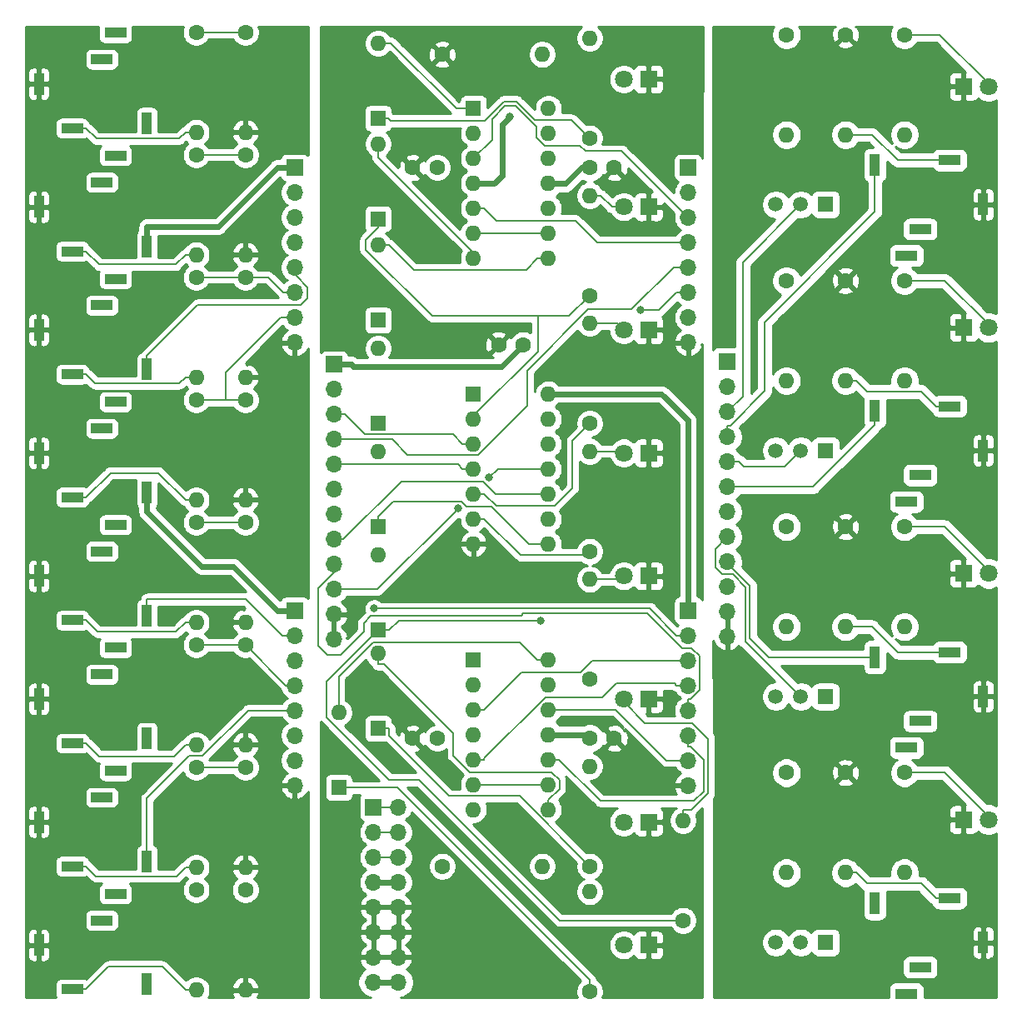
<source format=gbr>
G04 #@! TF.GenerationSoftware,KiCad,Pcbnew,(5.1.5)-3*
G04 #@! TF.CreationDate,2020-08-09T15:11:35-07:00*
G04 #@! TF.ProjectId,NAND_THT,4e414e44-5f54-4485-942e-6b696361645f,rev?*
G04 #@! TF.SameCoordinates,Original*
G04 #@! TF.FileFunction,Copper,L1,Top*
G04 #@! TF.FilePolarity,Positive*
%FSLAX46Y46*%
G04 Gerber Fmt 4.6, Leading zero omitted, Abs format (unit mm)*
G04 Created by KiCad (PCBNEW (5.1.5)-3) date 2020-08-09 15:11:35*
%MOMM*%
%LPD*%
G04 APERTURE LIST*
%ADD10O,1.600000X1.600000*%
%ADD11R,1.600000X1.600000*%
%ADD12C,1.600000*%
%ADD13R,1.800000X1.800000*%
%ADD14C,1.800000*%
%ADD15R,1.000000X2.200000*%
%ADD16R,2.200000X1.000000*%
%ADD17O,1.700000X1.700000*%
%ADD18R,1.700000X1.700000*%
%ADD19C,1.520000*%
%ADD20R,1.520000X1.520000*%
%ADD21C,0.800000*%
%ADD22C,0.600000*%
%ADD23C,0.200000*%
%ADD24C,0.254000*%
G04 APERTURE END LIST*
D10*
X53810000Y-9000000D03*
X46190000Y-24240000D03*
X53810000Y-11540000D03*
X46190000Y-21700000D03*
X53810000Y-14080000D03*
X46190000Y-19160000D03*
X53810000Y-16620000D03*
X46190000Y-16620000D03*
X53810000Y-19160000D03*
X46190000Y-14080000D03*
X53810000Y-21700000D03*
X46190000Y-11540000D03*
X53810000Y-24240000D03*
D11*
X46190000Y-9000000D03*
D12*
X51250000Y-33000000D03*
X48750000Y-33000000D03*
X42500000Y-15000000D03*
X40000000Y-15000000D03*
X58000000Y-15000000D03*
X60500000Y-15000000D03*
X42500000Y-73000000D03*
X40000000Y-73000000D03*
X58000000Y-73000000D03*
X60500000Y-73000000D03*
D13*
X64000000Y-6014700D03*
D14*
X61460000Y-6014700D03*
D13*
X64000000Y-19000000D03*
D14*
X61460000Y-19000000D03*
X61460000Y-31500000D03*
D13*
X64000000Y-31500000D03*
D14*
X61460000Y-44000000D03*
D13*
X64000000Y-44000000D03*
X64000000Y-56500000D03*
D14*
X61460000Y-56500000D03*
X61460000Y-69000000D03*
D13*
X64000000Y-69000000D03*
D14*
X61460000Y-81500000D03*
D13*
X64000000Y-81500000D03*
D14*
X61460000Y-94000000D03*
D13*
X64000000Y-94000000D03*
D10*
X36500000Y-43880000D03*
D11*
X36500000Y-51500000D03*
X36500000Y-62000000D03*
D10*
X36500000Y-54380000D03*
X36500000Y-64380000D03*
D11*
X36500000Y-72000000D03*
X32500000Y-78000000D03*
D10*
X32500000Y-70380000D03*
X36500000Y-2380000D03*
D11*
X36500000Y-10000000D03*
X36500000Y-20205700D03*
D10*
X36500000Y-12585700D03*
X36500000Y-22880000D03*
D11*
X36500000Y-30500000D03*
X36500000Y-41000000D03*
D10*
X36500000Y-33380000D03*
D13*
X96000000Y-6750000D03*
D14*
X98540000Y-6750000D03*
D13*
X96000000Y-31250000D03*
D14*
X98540000Y-31250000D03*
X98540000Y-56250000D03*
D13*
X96000000Y-56250000D03*
X96000000Y-81250000D03*
D14*
X98540000Y-81250000D03*
D15*
X2000000Y-6500000D03*
D16*
X5400000Y-11000000D03*
D15*
X13000000Y-10500000D03*
D16*
X8400000Y-4000000D03*
X9800000Y-1300000D03*
X9800000Y-13800000D03*
X8400000Y-16500000D03*
D15*
X13000000Y-23000000D03*
D16*
X5400000Y-23500000D03*
D15*
X2000000Y-19000000D03*
X2000000Y-31500000D03*
D16*
X5400000Y-36000000D03*
D15*
X13000000Y-35500000D03*
D16*
X8400000Y-29000000D03*
X9800000Y-26300000D03*
X9800000Y-38800000D03*
X8400000Y-41500000D03*
D15*
X13000000Y-48000000D03*
D16*
X5400000Y-48500000D03*
D15*
X2000000Y-44000000D03*
D16*
X9800000Y-51300000D03*
X8400000Y-54000000D03*
D15*
X13000000Y-60500000D03*
D16*
X5400000Y-61000000D03*
D15*
X2000000Y-56500000D03*
X2000000Y-69000000D03*
D16*
X5400000Y-73500000D03*
D15*
X13000000Y-73000000D03*
D16*
X8400000Y-66500000D03*
X9800000Y-63800000D03*
D15*
X2000000Y-81500000D03*
D16*
X5400000Y-86000000D03*
D15*
X13000000Y-85500000D03*
D16*
X8400000Y-79000000D03*
X9800000Y-76300000D03*
X9800000Y-88800000D03*
X8400000Y-91500000D03*
D15*
X13000000Y-98000000D03*
D16*
X5400000Y-98500000D03*
D15*
X2000000Y-94000000D03*
D17*
X28000000Y-32780000D03*
X28000000Y-30240000D03*
X28000000Y-27700000D03*
X28000000Y-25160000D03*
X28000000Y-22620000D03*
X28000000Y-20080000D03*
X28000000Y-17540000D03*
D18*
X28000000Y-15000000D03*
D17*
X28000000Y-77780000D03*
X28000000Y-75240000D03*
X28000000Y-72700000D03*
X28000000Y-70160000D03*
X28000000Y-67620000D03*
X28000000Y-65080000D03*
X28000000Y-62540000D03*
D18*
X28000000Y-60000000D03*
X68000000Y-15000000D03*
D17*
X68000000Y-17540000D03*
X68000000Y-20080000D03*
X68000000Y-22620000D03*
X68000000Y-25160000D03*
X68000000Y-27700000D03*
X68000000Y-30240000D03*
X68000000Y-32780000D03*
D18*
X68000000Y-60000000D03*
D17*
X68000000Y-62540000D03*
X68000000Y-65080000D03*
X68000000Y-67620000D03*
X68000000Y-70160000D03*
X68000000Y-72700000D03*
X68000000Y-75240000D03*
X68000000Y-77780000D03*
X38540000Y-97780000D03*
X36000000Y-97780000D03*
X38540000Y-95240000D03*
X36000000Y-95240000D03*
X38540000Y-92700000D03*
X36000000Y-92700000D03*
X38540000Y-90160000D03*
X36000000Y-90160000D03*
X38540000Y-87620000D03*
X36000000Y-87620000D03*
X38540000Y-85080000D03*
X36000000Y-85080000D03*
X38540000Y-82540000D03*
X36000000Y-82540000D03*
X38540000Y-80000000D03*
D18*
X36000000Y-80000000D03*
D17*
X32000000Y-62940000D03*
X32000000Y-60400000D03*
X32000000Y-57860000D03*
X32000000Y-55320000D03*
X32000000Y-52780000D03*
X32000000Y-50240000D03*
X32000000Y-47700000D03*
X32000000Y-45160000D03*
X32000000Y-42620000D03*
X32000000Y-40080000D03*
X32000000Y-37540000D03*
D18*
X32000000Y-35000000D03*
X72000000Y-34750000D03*
D17*
X72000000Y-37290000D03*
X72000000Y-39830000D03*
X72000000Y-42370000D03*
X72000000Y-44910000D03*
X72000000Y-47450000D03*
X72000000Y-49990000D03*
X72000000Y-52530000D03*
X72000000Y-55070000D03*
X72000000Y-57610000D03*
X72000000Y-60150000D03*
X72000000Y-62690000D03*
D15*
X98000000Y-18750000D03*
D16*
X94600000Y-14250000D03*
D15*
X87000000Y-14750000D03*
D16*
X91600000Y-21250000D03*
X90200000Y-23950000D03*
X90200000Y-48950000D03*
X91600000Y-46250000D03*
D15*
X87000000Y-39750000D03*
D16*
X94600000Y-39250000D03*
D15*
X98000000Y-43750000D03*
D16*
X90200000Y-73950000D03*
X91600000Y-71250000D03*
D15*
X87000000Y-64750000D03*
D16*
X94600000Y-64250000D03*
D15*
X98000000Y-68750000D03*
X98000000Y-93750000D03*
D16*
X94600000Y-89250000D03*
D15*
X87000000Y-89750000D03*
D16*
X91600000Y-96250000D03*
X90200000Y-98950000D03*
D19*
X79460000Y-18750000D03*
X76920000Y-18750000D03*
D20*
X82000000Y-18750000D03*
D19*
X79460000Y-43750000D03*
X76920000Y-43750000D03*
D20*
X82000000Y-43750000D03*
X82000000Y-68750000D03*
D19*
X76920000Y-68750000D03*
X79460000Y-68750000D03*
D20*
X82000000Y-93750000D03*
D19*
X76920000Y-93750000D03*
X79460000Y-93750000D03*
D12*
X18000000Y-1250000D03*
D10*
X18000000Y-11410000D03*
D12*
X23000000Y-1250000D03*
D10*
X23000000Y-11410000D03*
X18000000Y-23860000D03*
D12*
X18000000Y-13700000D03*
X23000000Y-13700000D03*
D10*
X23000000Y-23860000D03*
D12*
X18000000Y-26150000D03*
D10*
X18000000Y-36310000D03*
X23000000Y-36310000D03*
D12*
X23000000Y-26150000D03*
D10*
X18000000Y-48760000D03*
D12*
X18000000Y-38600000D03*
D10*
X23000000Y-48760000D03*
D12*
X23000000Y-38600000D03*
X18000000Y-51050000D03*
D10*
X18000000Y-61210000D03*
X23000000Y-61210000D03*
D12*
X23000000Y-51050000D03*
D10*
X18000000Y-73660000D03*
D12*
X18000000Y-63500000D03*
X23000000Y-63500000D03*
D10*
X23000000Y-73660000D03*
D12*
X18000000Y-75950000D03*
D10*
X18000000Y-86110000D03*
X23000000Y-86110000D03*
D12*
X23000000Y-75950000D03*
D10*
X18000000Y-98560000D03*
D12*
X18000000Y-88400000D03*
X23000000Y-88400000D03*
D10*
X23000000Y-98560000D03*
D12*
X43000000Y-86000000D03*
D10*
X53160000Y-86000000D03*
X53160000Y-3500000D03*
D12*
X43000000Y-3500000D03*
X58000000Y-67000000D03*
D10*
X58000000Y-56840000D03*
X67500000Y-81340000D03*
D12*
X67500000Y-91500000D03*
X58000000Y-86000000D03*
D10*
X58000000Y-75840000D03*
X58000000Y-88590000D03*
D12*
X58000000Y-98750000D03*
X58000000Y-12000000D03*
D10*
X58000000Y-1840000D03*
X58000000Y-17840000D03*
D12*
X58000000Y-28000000D03*
X58000000Y-41000000D03*
D10*
X58000000Y-30840000D03*
X58000000Y-43840000D03*
D12*
X58000000Y-54000000D03*
D10*
X78000000Y-11660000D03*
D12*
X78000000Y-1500000D03*
X78000000Y-26500000D03*
D10*
X78000000Y-36660000D03*
X78000000Y-61660000D03*
D12*
X78000000Y-51500000D03*
X78000000Y-76500000D03*
D10*
X78000000Y-86660000D03*
D12*
X84000000Y-1500000D03*
D10*
X84000000Y-11660000D03*
X90000000Y-11660000D03*
D12*
X90000000Y-1500000D03*
D10*
X84000000Y-36660000D03*
D12*
X84000000Y-26500000D03*
X90000000Y-26500000D03*
D10*
X90000000Y-36660000D03*
X84000000Y-61660000D03*
D12*
X84000000Y-51500000D03*
D10*
X90000000Y-61660000D03*
D12*
X90000000Y-51500000D03*
X84000000Y-76500000D03*
D10*
X84000000Y-86660000D03*
D12*
X90000000Y-76500000D03*
D10*
X90000000Y-86660000D03*
X53810000Y-65000000D03*
X46190000Y-80240000D03*
X53810000Y-67540000D03*
X46190000Y-77700000D03*
X53810000Y-70080000D03*
X46190000Y-75160000D03*
X53810000Y-72620000D03*
X46190000Y-72620000D03*
X53810000Y-75160000D03*
X46190000Y-70080000D03*
X53810000Y-77700000D03*
X46190000Y-67540000D03*
X53810000Y-80240000D03*
D11*
X46190000Y-65000000D03*
D10*
X53810000Y-38000000D03*
X46190000Y-53240000D03*
X53810000Y-40540000D03*
X46190000Y-50700000D03*
X53810000Y-43080000D03*
X46190000Y-48160000D03*
X53810000Y-45620000D03*
X46190000Y-45620000D03*
X53810000Y-48160000D03*
X46190000Y-43080000D03*
X53810000Y-50700000D03*
X46190000Y-40540000D03*
X53810000Y-53240000D03*
D11*
X46190000Y-38000000D03*
D21*
X53031200Y-61011600D03*
X63172900Y-29498000D03*
X36083400Y-59820600D03*
X47799200Y-46517800D03*
X44650660Y-49644300D03*
X49908460Y-9847578D03*
D22*
X53810000Y-16620000D02*
X55510300Y-16620000D01*
X55510300Y-16620000D02*
X57130300Y-15000000D01*
X57130300Y-15000000D02*
X58000000Y-15000000D01*
X36000000Y-97780000D02*
X38540000Y-97780000D01*
X53810000Y-72620000D02*
X57620000Y-72620000D01*
X57620000Y-72620000D02*
X58000000Y-73000000D01*
D23*
X58000000Y-17840000D02*
X59100300Y-17840000D01*
X59100300Y-17840000D02*
X60260300Y-19000000D01*
X60260300Y-19000000D02*
X61460000Y-19000000D01*
X58000000Y-30840000D02*
X60800000Y-30840000D01*
X60800000Y-30840000D02*
X61460000Y-31500000D01*
X58000000Y-43840000D02*
X61300000Y-43840000D01*
X61300000Y-43840000D02*
X61460000Y-44000000D01*
X58000000Y-56840000D02*
X61120000Y-56840000D01*
X61120000Y-56840000D02*
X61460000Y-56500000D01*
X67500000Y-80239700D02*
X68302600Y-80239700D01*
X68302600Y-80239700D02*
X69994800Y-78547500D01*
X69994800Y-78547500D02*
X69994800Y-73048000D01*
X69994800Y-73048000D02*
X68376800Y-71430000D01*
X68376800Y-71430000D02*
X63617500Y-71430000D01*
X63617500Y-71430000D02*
X61460000Y-69272500D01*
X61460000Y-69272500D02*
X61460000Y-69000000D01*
X67500000Y-81340000D02*
X67500000Y-80239700D01*
X36500000Y-50500000D02*
X36500000Y-51500000D01*
X47994000Y-49430000D02*
X45495224Y-49430000D01*
X53810000Y-53240000D02*
X51804000Y-53240000D01*
X38060782Y-48939218D02*
X36500000Y-50500000D01*
X45495224Y-49430000D02*
X45004442Y-48939218D01*
X51804000Y-53240000D02*
X47994000Y-49430000D01*
X45004442Y-48939218D02*
X38060782Y-48939218D01*
X37600300Y-62000000D02*
X38588700Y-61011600D01*
X38588700Y-61011600D02*
X53031200Y-61011600D01*
X36500000Y-62000000D02*
X37600300Y-62000000D01*
X54941800Y-91500000D02*
X67500000Y-91500000D01*
X31247080Y-67252920D02*
X31247080Y-70855840D01*
X40658300Y-77216500D02*
X54941800Y-91500000D01*
X36500000Y-62000000D02*
X31247080Y-67252920D01*
X37607740Y-77216500D02*
X40658300Y-77216500D01*
X31247080Y-70855840D02*
X37607740Y-77216500D01*
X36500000Y-65480300D02*
X36500000Y-64380000D01*
X37117100Y-65480300D02*
X36500000Y-65480300D01*
X44155000Y-72518200D02*
X37117100Y-65480300D01*
X44155000Y-74739600D02*
X44155000Y-72518200D01*
X53810000Y-79277200D02*
X54924100Y-78163100D01*
X53810000Y-80240000D02*
X53810000Y-79277200D01*
X54924100Y-78163100D02*
X54924100Y-77204600D01*
X45845400Y-76430000D02*
X44155000Y-74739600D01*
X54924100Y-77204600D02*
X54149500Y-76430000D01*
X54149500Y-76430000D02*
X45845400Y-76430000D01*
X36500000Y-72000000D02*
X37600300Y-72000000D01*
X58000000Y-86000000D02*
X50849600Y-78849600D01*
X50849600Y-78849600D02*
X43727800Y-78849600D01*
X43727800Y-78849600D02*
X37600300Y-72722100D01*
X37600300Y-72722100D02*
X37600300Y-72000000D01*
X33600300Y-78000000D02*
X32500000Y-78000000D01*
X38431880Y-78000000D02*
X33600300Y-78000000D01*
X58000000Y-98750000D02*
X58000000Y-97568120D01*
X58000000Y-97568120D02*
X38431880Y-78000000D01*
X32500000Y-66684460D02*
X32500000Y-70380000D01*
X35971480Y-63212980D02*
X32500000Y-66684460D01*
X50922680Y-63212980D02*
X35971480Y-63212980D01*
X53810000Y-65000000D02*
X52709700Y-65000000D01*
X52709700Y-65000000D02*
X50922680Y-63212980D01*
X37805380Y-2380000D02*
X36500000Y-2380000D01*
X46190000Y-9000000D02*
X44425380Y-9000000D01*
X44425380Y-9000000D02*
X37805380Y-2380000D01*
X37741280Y-10241280D02*
X37500000Y-10000000D01*
X37500000Y-10000000D02*
X36500000Y-10000000D01*
X47348140Y-10241280D02*
X37741280Y-10241280D01*
X58000000Y-12000000D02*
X56175240Y-10175240D01*
X50512980Y-8265160D02*
X49324260Y-8265160D01*
X49324260Y-8265160D02*
X47348140Y-10241280D01*
X56175240Y-10175240D02*
X52423060Y-10175240D01*
X52423060Y-10175240D02*
X50512980Y-8265160D01*
X58000000Y-28000000D02*
X55925900Y-30074100D01*
X55925900Y-30074100D02*
X52763500Y-30074100D01*
X35242500Y-22357080D02*
X36500000Y-21099580D01*
X36500000Y-21099580D02*
X36500000Y-20205700D01*
X35242500Y-23355300D02*
X35242500Y-22357080D01*
X52763500Y-30074100D02*
X41961300Y-30074100D01*
X41961300Y-30074100D02*
X35242500Y-23355300D01*
X52763500Y-33684900D02*
X52763500Y-30074100D01*
X46190000Y-40540000D02*
X46190000Y-40258400D01*
X46190000Y-40258400D02*
X52763500Y-33684900D01*
X36500000Y-13993060D02*
X36500000Y-12585700D01*
X45854620Y-23347680D02*
X36500000Y-13993060D01*
X46190000Y-24240000D02*
X46190000Y-23688140D01*
X45854620Y-23352760D02*
X45854620Y-23347680D01*
X46190000Y-23688140D02*
X45854620Y-23352760D01*
X36500000Y-22880000D02*
X37600300Y-22880000D01*
X53810000Y-24240000D02*
X52709700Y-24240000D01*
X52709700Y-24240000D02*
X51555700Y-25394000D01*
X51555700Y-25394000D02*
X40114300Y-25394000D01*
X40114300Y-25394000D02*
X37600300Y-22880000D01*
X47290300Y-48160000D02*
X46190000Y-48160000D01*
X56260400Y-42739600D02*
X56260400Y-47569720D01*
X58000000Y-41000000D02*
X56260400Y-42739600D01*
X48523140Y-49392840D02*
X47290300Y-48160000D01*
X56260400Y-47569720D02*
X54437280Y-49392840D01*
X54437280Y-49392840D02*
X48523140Y-49392840D01*
X46190000Y-50700000D02*
X47290300Y-50700000D01*
X47290300Y-50700000D02*
X50953600Y-54363300D01*
X50953600Y-54363300D02*
X57636700Y-54363300D01*
X57636700Y-54363300D02*
X58000000Y-54000000D01*
X90000000Y-1500000D02*
X93574400Y-1500000D01*
X93574400Y-1500000D02*
X98540000Y-6465600D01*
X98540000Y-6465600D02*
X98540000Y-6750000D01*
X90000000Y-26500000D02*
X94100200Y-26500000D01*
X94100200Y-26500000D02*
X98540000Y-30939800D01*
X98540000Y-30939800D02*
X98540000Y-31250000D01*
X90000000Y-51500000D02*
X94100200Y-51500000D01*
X94100200Y-51500000D02*
X98540000Y-55939800D01*
X98540000Y-55939800D02*
X98540000Y-56250000D01*
X90000000Y-76500000D02*
X94100200Y-76500000D01*
X94100200Y-76500000D02*
X98540000Y-80939800D01*
X98540000Y-80939800D02*
X98540000Y-81250000D01*
X6800300Y-11000000D02*
X5400000Y-11000000D01*
X7860220Y-12059920D02*
X6800300Y-11000000D01*
X16249780Y-12059920D02*
X7860220Y-12059920D01*
X18000000Y-11410000D02*
X16899700Y-11410000D01*
X16899700Y-11410000D02*
X16249780Y-12059920D01*
X5400000Y-23500000D02*
X6800300Y-23500000D01*
X18000000Y-23860000D02*
X16899700Y-23860000D01*
X16899700Y-23860000D02*
X15905400Y-24854300D01*
X15905400Y-24854300D02*
X8154600Y-24854300D01*
X8154600Y-24854300D02*
X6800300Y-23500000D01*
X5400000Y-36000000D02*
X6800300Y-36000000D01*
X18000000Y-36310000D02*
X16899700Y-36310000D01*
X16899700Y-36310000D02*
X16299000Y-36910700D01*
X16299000Y-36910700D02*
X7711000Y-36910700D01*
X7711000Y-36910700D02*
X6800300Y-36000000D01*
X18129700Y-28970000D02*
X13000000Y-34099700D01*
X29301440Y-28305760D02*
X28637200Y-28970000D01*
X28000000Y-25833380D02*
X28183840Y-26017220D01*
X28637200Y-28970000D02*
X18129700Y-28970000D01*
X28000000Y-25160000D02*
X28000000Y-25833380D01*
X28183840Y-26024840D02*
X29301440Y-27142440D01*
X13000000Y-34099700D02*
X13000000Y-35500000D01*
X29301440Y-27142440D02*
X29301440Y-28305760D01*
X28183840Y-26017220D02*
X28183840Y-26024840D01*
X6800300Y-48500000D02*
X5400000Y-48500000D01*
X14161960Y-46022260D02*
X9278040Y-46022260D01*
X9278040Y-46022260D02*
X6800300Y-48500000D01*
X18000000Y-48760000D02*
X16899700Y-48760000D01*
X16899700Y-48760000D02*
X14161960Y-46022260D01*
X26748860Y-62540000D02*
X28000000Y-62540000D01*
X23065740Y-58856880D02*
X26748860Y-62540000D01*
X13000000Y-60500000D02*
X13000000Y-58856880D01*
X13000000Y-58856880D02*
X23065740Y-58856880D01*
X16899700Y-61210000D02*
X18000000Y-61210000D01*
X15940660Y-62169040D02*
X16899700Y-61210000D01*
X7969340Y-62169040D02*
X15940660Y-62169040D01*
X5400000Y-61000000D02*
X6800300Y-61000000D01*
X6800300Y-61000000D02*
X7969340Y-62169040D01*
X5400000Y-73500000D02*
X6800300Y-73500000D01*
X18000000Y-73660000D02*
X16899700Y-73660000D01*
X16899700Y-73660000D02*
X15742900Y-74816800D01*
X15742900Y-74816800D02*
X8117100Y-74816800D01*
X8117100Y-74816800D02*
X6800300Y-73500000D01*
X6800300Y-86000000D02*
X5400000Y-86000000D01*
X7825780Y-87025480D02*
X6800300Y-86000000D01*
X15984220Y-87025480D02*
X7825780Y-87025480D01*
X18000000Y-86110000D02*
X16899700Y-86110000D01*
X16899700Y-86110000D02*
X15984220Y-87025480D01*
X13000000Y-79115640D02*
X13000000Y-85500000D01*
X18651520Y-74795380D02*
X17320260Y-74795380D01*
X28000000Y-70160000D02*
X23286900Y-70160000D01*
X17320260Y-74795380D02*
X13000000Y-79115640D01*
X23286900Y-70160000D02*
X18651520Y-74795380D01*
X5400000Y-98500000D02*
X6800300Y-98500000D01*
X18000000Y-98560000D02*
X16899700Y-98560000D01*
X16899700Y-98560000D02*
X14539300Y-96199600D01*
X14539300Y-96199600D02*
X9100700Y-96199600D01*
X9100700Y-96199600D02*
X6800300Y-98500000D01*
X21437500Y-38600000D02*
X18000000Y-38600000D01*
X23000000Y-38600000D02*
X21437500Y-38600000D01*
X20993100Y-35847020D02*
X26600120Y-30240000D01*
X21437500Y-38600000D02*
X20993100Y-38600000D01*
X26600120Y-30240000D02*
X28000000Y-30240000D01*
X20993100Y-38600000D02*
X20993100Y-35847020D01*
X28000000Y-27700000D02*
X26849700Y-27700000D01*
X23000000Y-26150000D02*
X25299700Y-26150000D01*
X25299700Y-26150000D02*
X26849700Y-27700000D01*
X18000000Y-26150000D02*
X23000000Y-26150000D01*
X18000000Y-13700000D02*
X23000000Y-13700000D01*
X23000000Y-1250000D02*
X18000000Y-1250000D01*
X23000000Y-75950000D02*
X18000000Y-75950000D01*
X18000000Y-63500000D02*
X23000000Y-63500000D01*
X27120000Y-67620000D02*
X23000000Y-63500000D01*
X28000000Y-67620000D02*
X27120000Y-67620000D01*
X23000000Y-51050000D02*
X18000000Y-51050000D01*
X57010300Y-12801600D02*
X57541160Y-13332460D01*
X52557680Y-10875558D02*
X52557680Y-11960860D01*
X48094900Y-10060220D02*
X49407543Y-8747577D01*
X52557680Y-11960860D02*
X53398420Y-12801600D01*
X53398420Y-12801600D02*
X57010300Y-12801600D01*
X49407543Y-8747577D02*
X50429697Y-8747577D01*
X67150001Y-19230001D02*
X68000000Y-20080000D01*
X50429697Y-8747577D02*
X52557680Y-10875558D01*
X61252460Y-13332460D02*
X67150001Y-19230001D01*
X48094900Y-12175100D02*
X48094900Y-10060220D01*
X57541160Y-13332460D02*
X61252460Y-13332460D01*
X46190000Y-14080000D02*
X48094900Y-12175100D01*
X56568340Y-20411440D02*
X58776900Y-22620000D01*
X48541740Y-20411440D02*
X56568340Y-20411440D01*
X46190000Y-19160000D02*
X47290300Y-19160000D01*
X58776900Y-22620000D02*
X68000000Y-22620000D01*
X47290300Y-19160000D02*
X48541740Y-20411440D01*
X66849700Y-25160000D02*
X66520600Y-25160000D01*
X66520600Y-25160000D02*
X62260600Y-29420000D01*
X62260600Y-29420000D02*
X57863700Y-29420000D01*
X57863700Y-29420000D02*
X51655400Y-35628300D01*
X51655400Y-35628300D02*
X51655400Y-39196600D01*
X51655400Y-39196600D02*
X46666300Y-44185700D01*
X46666300Y-44185700D02*
X39487800Y-44185700D01*
X39487800Y-44185700D02*
X37922100Y-42620000D01*
X37922100Y-42620000D02*
X32000000Y-42620000D01*
X68000000Y-25160000D02*
X66849700Y-25160000D01*
X68000000Y-27700000D02*
X66849700Y-27700000D01*
X63172900Y-29498000D02*
X65051700Y-29498000D01*
X65051700Y-29498000D02*
X66849700Y-27700000D01*
X66849700Y-62540000D02*
X64130300Y-59820600D01*
X64130300Y-59820600D02*
X36083400Y-59820600D01*
X68000000Y-62540000D02*
X66849700Y-62540000D01*
X46190000Y-70080000D02*
X47290300Y-70080000D01*
X47290300Y-70080000D02*
X51100300Y-66270000D01*
X51100300Y-66270000D02*
X57040800Y-66270000D01*
X57040800Y-66270000D02*
X58230800Y-65080000D01*
X58230800Y-65080000D02*
X68000000Y-65080000D01*
X68000000Y-67620000D02*
X66849700Y-67620000D01*
X46190000Y-75160000D02*
X47290300Y-75160000D01*
X47290300Y-75160000D02*
X47290300Y-75022500D01*
X47290300Y-75022500D02*
X53502800Y-68810000D01*
X53502800Y-68810000D02*
X59311200Y-68810000D01*
X59311200Y-68810000D02*
X60721600Y-67399600D01*
X60721600Y-67399600D02*
X66629300Y-67399600D01*
X66629300Y-67399600D02*
X66849700Y-67620000D01*
X32000000Y-56173560D02*
X32000000Y-55320000D01*
X30401260Y-63611760D02*
X30401260Y-57772300D01*
X31310580Y-64521080D02*
X30401260Y-63611760D01*
X32667720Y-64521080D02*
X31310580Y-64521080D01*
X35029000Y-62159800D02*
X32667720Y-64521080D01*
X69199100Y-64635500D02*
X68373600Y-63810000D01*
X69199100Y-68048900D02*
X69199100Y-64635500D01*
X68238300Y-69009700D02*
X69199100Y-68048900D01*
X35029000Y-61285260D02*
X35029000Y-62159800D01*
X68000000Y-70160000D02*
X68000000Y-69009700D01*
X67369800Y-63810000D02*
X63871100Y-60311300D01*
X68000000Y-69009700D02*
X68238300Y-69009700D01*
X68373600Y-63810000D02*
X67369800Y-63810000D01*
X63871100Y-60311300D02*
X51271600Y-60311300D01*
X30401260Y-57772300D02*
X32000000Y-56173560D01*
X51271600Y-60311300D02*
X51025100Y-60557800D01*
X51025100Y-60557800D02*
X35756460Y-60557800D01*
X35756460Y-60557800D02*
X35029000Y-61285260D01*
X68000000Y-72700000D02*
X68000000Y-73850300D01*
X53810000Y-75160000D02*
X54910300Y-75160000D01*
X54910300Y-75160000D02*
X59111100Y-79360800D01*
X59111100Y-79360800D02*
X68615400Y-79360800D01*
X68615400Y-79360800D02*
X69594500Y-78381700D01*
X69594500Y-78381700D02*
X69594500Y-75206500D01*
X69594500Y-75206500D02*
X68238300Y-73850300D01*
X68238300Y-73850300D02*
X68000000Y-73850300D01*
X53810000Y-70080000D02*
X60622400Y-70080000D01*
X60622400Y-70080000D02*
X65782400Y-75240000D01*
X65782400Y-75240000D02*
X68000000Y-75240000D01*
X37202081Y-85080000D02*
X38540000Y-85080000D01*
X36000000Y-85080000D02*
X37202081Y-85080000D01*
X37202081Y-82540000D02*
X38540000Y-82540000D01*
X36000000Y-82540000D02*
X37202081Y-82540000D01*
X36000000Y-80000000D02*
X38540000Y-80000000D01*
X53810000Y-45620000D02*
X48697000Y-45620000D01*
X48697000Y-45620000D02*
X47799200Y-46517800D01*
X32000000Y-57860000D02*
X36434960Y-57860000D01*
X36434960Y-57860000D02*
X44250661Y-50044299D01*
X44250661Y-50044299D02*
X44650660Y-49644300D01*
X52709700Y-48160000D02*
X53810000Y-48160000D01*
X48451100Y-48160000D02*
X52709700Y-48160000D01*
X32970400Y-52780000D02*
X38836600Y-46913800D01*
X32000000Y-52780000D02*
X32970400Y-52780000D01*
X38836600Y-46913800D02*
X47204900Y-46913800D01*
X47204900Y-46913800D02*
X48451100Y-48160000D01*
X46190000Y-45620000D02*
X45089700Y-45620000D01*
X45089700Y-45620000D02*
X44629700Y-45160000D01*
X44629700Y-45160000D02*
X33150300Y-45160000D01*
X32000000Y-45160000D02*
X33150300Y-45160000D01*
X32000000Y-40080000D02*
X33150300Y-40080000D01*
X46190000Y-43080000D02*
X45089700Y-43080000D01*
X45089700Y-43080000D02*
X44110100Y-42100400D01*
X44110100Y-42100400D02*
X35170700Y-42100400D01*
X35170700Y-42100400D02*
X33150300Y-40080000D01*
X79460000Y-18750000D02*
X73571700Y-24638300D01*
X73571700Y-24638300D02*
X73571700Y-38258300D01*
X73571700Y-38258300D02*
X72000000Y-39830000D01*
X72000000Y-42370000D02*
X72000000Y-41219700D01*
X72000000Y-41219700D02*
X72287600Y-41219700D01*
X72287600Y-41219700D02*
X75793100Y-37714200D01*
X75793100Y-37714200D02*
X75793100Y-30703900D01*
X75793100Y-30703900D02*
X87000000Y-19497000D01*
X87000000Y-19497000D02*
X87000000Y-14750000D01*
X73150300Y-44910000D02*
X72000000Y-44910000D01*
X73630100Y-45389800D02*
X73150300Y-44910000D01*
X79460000Y-43750000D02*
X77820200Y-45389800D01*
X77820200Y-45389800D02*
X73630100Y-45389800D01*
X87000000Y-39750000D02*
X87000000Y-41150300D01*
X72000000Y-47450000D02*
X80700300Y-47450000D01*
X80700300Y-47450000D02*
X87000000Y-41150300D01*
X70759320Y-53770680D02*
X72000000Y-52530000D01*
X73849270Y-63139270D02*
X73849270Y-57633408D01*
X70759320Y-55631080D02*
X70759320Y-53770680D01*
X72545442Y-56329580D02*
X71457820Y-56329580D01*
X79460000Y-68750000D02*
X73849270Y-63139270D01*
X73849270Y-57633408D02*
X72545442Y-56329580D01*
X71457820Y-56329580D02*
X70759320Y-55631080D01*
X87000000Y-64787780D02*
X76220320Y-64787780D01*
X87000000Y-64750000D02*
X87000000Y-64787780D01*
X74249280Y-57467720D02*
X72000000Y-55218440D01*
X72000000Y-55218440D02*
X72000000Y-55070000D01*
X76220320Y-64787780D02*
X74249280Y-62816740D01*
X74249280Y-62816740D02*
X74249280Y-57467720D01*
X84000000Y-11660000D02*
X86700100Y-11660000D01*
X86700100Y-11660000D02*
X89290100Y-14250000D01*
X89290100Y-14250000D02*
X94600000Y-14250000D01*
X94600000Y-39250000D02*
X93199700Y-39250000D01*
X84000000Y-36660000D02*
X85100300Y-36660000D01*
X85100300Y-36660000D02*
X86200600Y-37760300D01*
X86200600Y-37760300D02*
X91710000Y-37760300D01*
X91710000Y-37760300D02*
X93199700Y-39250000D01*
X84000000Y-61660000D02*
X86700100Y-61660000D01*
X86700100Y-61660000D02*
X89290100Y-64250000D01*
X89290100Y-64250000D02*
X94600000Y-64250000D01*
X94600000Y-89250000D02*
X93199700Y-89250000D01*
X84000000Y-86660000D02*
X85100300Y-86660000D01*
X85100300Y-86660000D02*
X86200600Y-87760300D01*
X86200600Y-87760300D02*
X91710000Y-87760300D01*
X91710000Y-87760300D02*
X93199700Y-89250000D01*
D22*
X65313300Y-38000000D02*
X53810000Y-38000000D01*
X65313300Y-38000000D02*
X68000000Y-40686700D01*
X68000000Y-40686700D02*
X68000000Y-60000000D01*
X36000000Y-87620000D02*
X38540000Y-87620000D01*
X49004960Y-35245040D02*
X51250000Y-33000000D01*
X33995340Y-35245040D02*
X49004960Y-35245040D01*
X32000000Y-35000000D02*
X33750300Y-35000000D01*
X33750300Y-35000000D02*
X33995340Y-35245040D01*
X49138840Y-10627360D02*
X49123600Y-10612120D01*
X49121060Y-15803880D02*
X49121060Y-10645140D01*
X49121060Y-10645140D02*
X49138840Y-10627360D01*
X46190000Y-16620000D02*
X48304940Y-16620000D01*
X48304940Y-16620000D02*
X49121060Y-15803880D01*
X49138840Y-10617198D02*
X49508461Y-10247577D01*
X49508461Y-10247577D02*
X49908460Y-9847578D01*
X49138840Y-10627360D02*
X49138840Y-10617198D01*
X28000000Y-60000000D02*
X26249700Y-60000000D01*
X13000000Y-48000000D02*
X13000000Y-50000300D01*
X13000000Y-50000300D02*
X18557400Y-55557700D01*
X18557400Y-55557700D02*
X21807400Y-55557700D01*
X21807400Y-55557700D02*
X26249700Y-60000000D01*
X13000000Y-23000000D02*
X13000000Y-20999700D01*
X28000000Y-15000000D02*
X26249700Y-15000000D01*
X26249700Y-15000000D02*
X20250000Y-20999700D01*
X20250000Y-20999700D02*
X13000000Y-20999700D01*
D23*
X47321370Y-77700000D02*
X53810000Y-77700000D01*
X46190000Y-77700000D02*
X47321370Y-77700000D01*
X52678630Y-21700000D02*
X46190000Y-21700000D01*
X53810000Y-21700000D02*
X52678630Y-21700000D01*
D24*
G36*
X8074188Y-675518D02*
G01*
X8061928Y-800000D01*
X8061928Y-1800000D01*
X8074188Y-1924482D01*
X8110498Y-2044180D01*
X8169463Y-2154494D01*
X8248815Y-2251185D01*
X8345506Y-2330537D01*
X8455820Y-2389502D01*
X8575518Y-2425812D01*
X8700000Y-2438072D01*
X10900000Y-2438072D01*
X11024482Y-2425812D01*
X11144180Y-2389502D01*
X11254494Y-2330537D01*
X11351185Y-2251185D01*
X11430537Y-2154494D01*
X11489502Y-2044180D01*
X11525812Y-1924482D01*
X11538072Y-1800000D01*
X11538072Y-800000D01*
X11525812Y-675518D01*
X11521105Y-660000D01*
X16691154Y-660000D01*
X16620147Y-831426D01*
X16565000Y-1108665D01*
X16565000Y-1391335D01*
X16620147Y-1668574D01*
X16728320Y-1929727D01*
X16885363Y-2164759D01*
X17085241Y-2364637D01*
X17320273Y-2521680D01*
X17581426Y-2629853D01*
X17858665Y-2685000D01*
X18141335Y-2685000D01*
X18418574Y-2629853D01*
X18679727Y-2521680D01*
X18914759Y-2364637D01*
X19114637Y-2164759D01*
X19234748Y-1985000D01*
X21765252Y-1985000D01*
X21885363Y-2164759D01*
X22085241Y-2364637D01*
X22320273Y-2521680D01*
X22581426Y-2629853D01*
X22858665Y-2685000D01*
X23141335Y-2685000D01*
X23418574Y-2629853D01*
X23679727Y-2521680D01*
X23914759Y-2364637D01*
X24114637Y-2164759D01*
X24271680Y-1929727D01*
X24379853Y-1668574D01*
X24435000Y-1391335D01*
X24435000Y-1108665D01*
X24379853Y-831426D01*
X24308846Y-660000D01*
X29344654Y-660000D01*
X29345319Y-13752592D01*
X29301185Y-13698815D01*
X29204494Y-13619463D01*
X29094180Y-13560498D01*
X28974482Y-13524188D01*
X28850000Y-13511928D01*
X27150000Y-13511928D01*
X27025518Y-13524188D01*
X26905820Y-13560498D01*
X26795506Y-13619463D01*
X26698815Y-13698815D01*
X26619463Y-13795506D01*
X26560498Y-13905820D01*
X26524188Y-14025518D01*
X26520299Y-14065000D01*
X26295631Y-14065000D01*
X26249699Y-14060476D01*
X26066407Y-14078529D01*
X26012943Y-14094747D01*
X25890160Y-14131993D01*
X25727728Y-14218814D01*
X25585356Y-14335656D01*
X25556075Y-14371335D01*
X19862711Y-20064700D01*
X13045932Y-20064700D01*
X13000000Y-20060176D01*
X12954068Y-20064700D01*
X12816708Y-20078229D01*
X12640460Y-20131693D01*
X12478028Y-20218514D01*
X12335656Y-20335356D01*
X12218814Y-20477728D01*
X12131993Y-20640160D01*
X12078529Y-20816408D01*
X12060476Y-20999700D01*
X12065001Y-21045642D01*
X12065001Y-21435532D01*
X12048815Y-21448815D01*
X11969463Y-21545506D01*
X11910498Y-21655820D01*
X11874188Y-21775518D01*
X11861928Y-21900000D01*
X11861928Y-24100000D01*
X11863829Y-24119300D01*
X8459047Y-24119300D01*
X7345558Y-23005812D01*
X7322538Y-22977762D01*
X7210620Y-22885913D01*
X7113164Y-22833822D01*
X7089502Y-22755820D01*
X7030537Y-22645506D01*
X6951185Y-22548815D01*
X6854494Y-22469463D01*
X6744180Y-22410498D01*
X6624482Y-22374188D01*
X6500000Y-22361928D01*
X4300000Y-22361928D01*
X4175518Y-22374188D01*
X4055820Y-22410498D01*
X3945506Y-22469463D01*
X3848815Y-22548815D01*
X3769463Y-22645506D01*
X3710498Y-22755820D01*
X3674188Y-22875518D01*
X3661928Y-23000000D01*
X3661928Y-24000000D01*
X3674188Y-24124482D01*
X3710498Y-24244180D01*
X3769463Y-24354494D01*
X3848815Y-24451185D01*
X3945506Y-24530537D01*
X4055820Y-24589502D01*
X4175518Y-24625812D01*
X4300000Y-24638072D01*
X6500000Y-24638072D01*
X6624482Y-24625812D01*
X6744180Y-24589502D01*
X6813371Y-24552518D01*
X7609346Y-25348493D01*
X7632362Y-25376538D01*
X7744280Y-25468387D01*
X7871967Y-25536637D01*
X8010515Y-25578665D01*
X8100869Y-25587564D01*
X8074188Y-25675518D01*
X8061928Y-25800000D01*
X8061928Y-26800000D01*
X8074188Y-26924482D01*
X8110498Y-27044180D01*
X8169463Y-27154494D01*
X8248815Y-27251185D01*
X8345506Y-27330537D01*
X8455820Y-27389502D01*
X8575518Y-27425812D01*
X8700000Y-27438072D01*
X10900000Y-27438072D01*
X11024482Y-27425812D01*
X11144180Y-27389502D01*
X11254494Y-27330537D01*
X11351185Y-27251185D01*
X11430537Y-27154494D01*
X11489502Y-27044180D01*
X11525812Y-26924482D01*
X11538072Y-26800000D01*
X11538072Y-25800000D01*
X11525812Y-25675518D01*
X11499658Y-25589300D01*
X15869295Y-25589300D01*
X15905400Y-25592856D01*
X15941505Y-25589300D01*
X16049485Y-25578665D01*
X16188033Y-25536637D01*
X16315720Y-25468387D01*
X16427638Y-25376538D01*
X16450658Y-25348488D01*
X16954875Y-24844271D01*
X17085241Y-24974637D01*
X17130683Y-25005000D01*
X17085241Y-25035363D01*
X16885363Y-25235241D01*
X16728320Y-25470273D01*
X16620147Y-25731426D01*
X16565000Y-26008665D01*
X16565000Y-26291335D01*
X16620147Y-26568574D01*
X16728320Y-26829727D01*
X16885363Y-27064759D01*
X17085241Y-27264637D01*
X17320273Y-27421680D01*
X17581426Y-27529853D01*
X17858665Y-27585000D01*
X18141335Y-27585000D01*
X18418574Y-27529853D01*
X18679727Y-27421680D01*
X18914759Y-27264637D01*
X19114637Y-27064759D01*
X19234748Y-26885000D01*
X21765252Y-26885000D01*
X21885363Y-27064759D01*
X22085241Y-27264637D01*
X22320273Y-27421680D01*
X22581426Y-27529853D01*
X22858665Y-27585000D01*
X23141335Y-27585000D01*
X23418574Y-27529853D01*
X23679727Y-27421680D01*
X23914759Y-27264637D01*
X24114637Y-27064759D01*
X24234748Y-26885000D01*
X24995254Y-26885000D01*
X26304446Y-28194193D01*
X26327462Y-28222238D01*
X26343012Y-28235000D01*
X18165794Y-28235000D01*
X18129699Y-28231445D01*
X18093604Y-28235000D01*
X18093595Y-28235000D01*
X17985615Y-28245635D01*
X17847067Y-28287663D01*
X17719380Y-28355913D01*
X17607462Y-28447762D01*
X17584446Y-28475807D01*
X12505808Y-33554446D01*
X12477762Y-33577463D01*
X12385913Y-33689381D01*
X12333822Y-33786836D01*
X12255820Y-33810498D01*
X12145506Y-33869463D01*
X12048815Y-33948815D01*
X11969463Y-34045506D01*
X11910498Y-34155820D01*
X11874188Y-34275518D01*
X11861928Y-34400000D01*
X11861928Y-36175700D01*
X8015447Y-36175700D01*
X7345558Y-35505812D01*
X7322538Y-35477762D01*
X7210620Y-35385913D01*
X7113164Y-35333822D01*
X7089502Y-35255820D01*
X7030537Y-35145506D01*
X6951185Y-35048815D01*
X6854494Y-34969463D01*
X6744180Y-34910498D01*
X6624482Y-34874188D01*
X6500000Y-34861928D01*
X4300000Y-34861928D01*
X4175518Y-34874188D01*
X4055820Y-34910498D01*
X3945506Y-34969463D01*
X3848815Y-35048815D01*
X3769463Y-35145506D01*
X3710498Y-35255820D01*
X3674188Y-35375518D01*
X3661928Y-35500000D01*
X3661928Y-36500000D01*
X3674188Y-36624482D01*
X3710498Y-36744180D01*
X3769463Y-36854494D01*
X3848815Y-36951185D01*
X3945506Y-37030537D01*
X4055820Y-37089502D01*
X4175518Y-37125812D01*
X4300000Y-37138072D01*
X6500000Y-37138072D01*
X6624482Y-37125812D01*
X6744180Y-37089502D01*
X6813371Y-37052518D01*
X7165746Y-37404893D01*
X7188762Y-37432938D01*
X7300680Y-37524787D01*
X7428367Y-37593037D01*
X7566915Y-37635065D01*
X7674895Y-37645700D01*
X7674904Y-37645700D01*
X7710999Y-37649255D01*
X7747094Y-37645700D01*
X16262895Y-37645700D01*
X16299000Y-37649256D01*
X16335105Y-37645700D01*
X16443085Y-37635065D01*
X16581633Y-37593037D01*
X16709320Y-37524787D01*
X16821238Y-37432938D01*
X16844258Y-37404888D01*
X16954875Y-37294271D01*
X17085241Y-37424637D01*
X17130683Y-37455000D01*
X17085241Y-37485363D01*
X16885363Y-37685241D01*
X16728320Y-37920273D01*
X16620147Y-38181426D01*
X16565000Y-38458665D01*
X16565000Y-38741335D01*
X16620147Y-39018574D01*
X16728320Y-39279727D01*
X16885363Y-39514759D01*
X17085241Y-39714637D01*
X17320273Y-39871680D01*
X17581426Y-39979853D01*
X17858665Y-40035000D01*
X18141335Y-40035000D01*
X18418574Y-39979853D01*
X18679727Y-39871680D01*
X18914759Y-39714637D01*
X19114637Y-39514759D01*
X19234748Y-39335000D01*
X20956995Y-39335000D01*
X20993100Y-39338556D01*
X21029205Y-39335000D01*
X21765252Y-39335000D01*
X21885363Y-39514759D01*
X22085241Y-39714637D01*
X22320273Y-39871680D01*
X22581426Y-39979853D01*
X22858665Y-40035000D01*
X23141335Y-40035000D01*
X23418574Y-39979853D01*
X23679727Y-39871680D01*
X23914759Y-39714637D01*
X24114637Y-39514759D01*
X24271680Y-39279727D01*
X24379853Y-39018574D01*
X24435000Y-38741335D01*
X24435000Y-38458665D01*
X24379853Y-38181426D01*
X24271680Y-37920273D01*
X24114637Y-37685241D01*
X23914759Y-37485363D01*
X23860994Y-37449438D01*
X23963414Y-37373519D01*
X24152385Y-37165131D01*
X24297070Y-36923881D01*
X24391909Y-36659040D01*
X24270624Y-36437000D01*
X23127000Y-36437000D01*
X23127000Y-36457000D01*
X22873000Y-36457000D01*
X22873000Y-36437000D01*
X22853000Y-36437000D01*
X22853000Y-36183000D01*
X22873000Y-36183000D01*
X22873000Y-36163000D01*
X23127000Y-36163000D01*
X23127000Y-36183000D01*
X24270624Y-36183000D01*
X24391909Y-35960960D01*
X24297070Y-35696119D01*
X24152385Y-35454869D01*
X23963414Y-35246481D01*
X23737420Y-35078963D01*
X23483087Y-34958754D01*
X23349039Y-34918096D01*
X23127002Y-35040084D01*
X23127002Y-34875000D01*
X23004567Y-34875000D01*
X24742676Y-33136890D01*
X26558524Y-33136890D01*
X26603175Y-33284099D01*
X26728359Y-33546920D01*
X26902412Y-33780269D01*
X27118645Y-33975178D01*
X27368748Y-34124157D01*
X27643109Y-34221481D01*
X27873000Y-34100814D01*
X27873000Y-32907000D01*
X26679845Y-32907000D01*
X26558524Y-33136890D01*
X24742676Y-33136890D01*
X26785005Y-31094561D01*
X26846525Y-31186632D01*
X27053368Y-31393475D01*
X27235534Y-31515195D01*
X27118645Y-31584822D01*
X26902412Y-31779731D01*
X26728359Y-32013080D01*
X26603175Y-32275901D01*
X26558524Y-32423110D01*
X26679845Y-32653000D01*
X27873000Y-32653000D01*
X27873000Y-32633000D01*
X28127000Y-32633000D01*
X28127000Y-32653000D01*
X28147000Y-32653000D01*
X28147000Y-32907000D01*
X28127000Y-32907000D01*
X28127000Y-34100814D01*
X28356891Y-34221481D01*
X28631252Y-34124157D01*
X28881355Y-33975178D01*
X29097588Y-33780269D01*
X29271641Y-33546920D01*
X29346316Y-33390141D01*
X29347605Y-58755378D01*
X29301185Y-58698815D01*
X29204494Y-58619463D01*
X29094180Y-58560498D01*
X28974482Y-58524188D01*
X28850000Y-58511928D01*
X27150000Y-58511928D01*
X27025518Y-58524188D01*
X26905820Y-58560498D01*
X26795506Y-58619463D01*
X26698815Y-58698815D01*
X26619463Y-58795506D01*
X26560498Y-58905820D01*
X26541253Y-58969264D01*
X22501030Y-54929041D01*
X22471744Y-54893356D01*
X22329372Y-54776514D01*
X22166940Y-54689693D01*
X21990692Y-54636229D01*
X21853332Y-54622700D01*
X21807400Y-54618176D01*
X21761468Y-54622700D01*
X18944690Y-54622700D01*
X13935000Y-49613011D01*
X13935000Y-49564468D01*
X13951185Y-49551185D01*
X14030537Y-49454494D01*
X14089502Y-49344180D01*
X14125812Y-49224482D01*
X14138072Y-49100000D01*
X14138072Y-47037818D01*
X16354446Y-49254193D01*
X16377462Y-49282238D01*
X16489380Y-49374087D01*
X16617067Y-49442337D01*
X16713586Y-49471616D01*
X16755614Y-49484365D01*
X16758324Y-49484632D01*
X16885363Y-49674759D01*
X17085241Y-49874637D01*
X17130683Y-49905000D01*
X17085241Y-49935363D01*
X16885363Y-50135241D01*
X16728320Y-50370273D01*
X16620147Y-50631426D01*
X16565000Y-50908665D01*
X16565000Y-51191335D01*
X16620147Y-51468574D01*
X16728320Y-51729727D01*
X16885363Y-51964759D01*
X17085241Y-52164637D01*
X17320273Y-52321680D01*
X17581426Y-52429853D01*
X17858665Y-52485000D01*
X18141335Y-52485000D01*
X18418574Y-52429853D01*
X18679727Y-52321680D01*
X18914759Y-52164637D01*
X19114637Y-51964759D01*
X19234748Y-51785000D01*
X21765252Y-51785000D01*
X21885363Y-51964759D01*
X22085241Y-52164637D01*
X22320273Y-52321680D01*
X22581426Y-52429853D01*
X22858665Y-52485000D01*
X23141335Y-52485000D01*
X23418574Y-52429853D01*
X23679727Y-52321680D01*
X23914759Y-52164637D01*
X24114637Y-51964759D01*
X24271680Y-51729727D01*
X24379853Y-51468574D01*
X24435000Y-51191335D01*
X24435000Y-50908665D01*
X24379853Y-50631426D01*
X24271680Y-50370273D01*
X24114637Y-50135241D01*
X23914759Y-49935363D01*
X23860994Y-49899438D01*
X23963414Y-49823519D01*
X24152385Y-49615131D01*
X24297070Y-49373881D01*
X24391909Y-49109040D01*
X24270624Y-48887000D01*
X23127000Y-48887000D01*
X23127000Y-48907000D01*
X22873000Y-48907000D01*
X22873000Y-48887000D01*
X21729376Y-48887000D01*
X21608091Y-49109040D01*
X21702930Y-49373881D01*
X21847615Y-49615131D01*
X22036586Y-49823519D01*
X22139006Y-49899438D01*
X22085241Y-49935363D01*
X21885363Y-50135241D01*
X21765252Y-50315000D01*
X19234748Y-50315000D01*
X19114637Y-50135241D01*
X18914759Y-49935363D01*
X18869317Y-49905000D01*
X18914759Y-49874637D01*
X19114637Y-49674759D01*
X19271680Y-49439727D01*
X19379853Y-49178574D01*
X19435000Y-48901335D01*
X19435000Y-48618665D01*
X19393685Y-48410960D01*
X21608091Y-48410960D01*
X21729376Y-48633000D01*
X22873000Y-48633000D01*
X22873000Y-47490085D01*
X23127000Y-47490085D01*
X23127000Y-48633000D01*
X24270624Y-48633000D01*
X24391909Y-48410960D01*
X24297070Y-48146119D01*
X24152385Y-47904869D01*
X23963414Y-47696481D01*
X23737420Y-47528963D01*
X23483087Y-47408754D01*
X23349039Y-47368096D01*
X23127000Y-47490085D01*
X22873000Y-47490085D01*
X22650961Y-47368096D01*
X22516913Y-47408754D01*
X22262580Y-47528963D01*
X22036586Y-47696481D01*
X21847615Y-47904869D01*
X21702930Y-48146119D01*
X21608091Y-48410960D01*
X19393685Y-48410960D01*
X19379853Y-48341426D01*
X19271680Y-48080273D01*
X19114637Y-47845241D01*
X18914759Y-47645363D01*
X18679727Y-47488320D01*
X18418574Y-47380147D01*
X18141335Y-47325000D01*
X17858665Y-47325000D01*
X17581426Y-47380147D01*
X17320273Y-47488320D01*
X17085241Y-47645363D01*
X16954875Y-47775729D01*
X14707219Y-45528073D01*
X14684198Y-45500022D01*
X14572280Y-45408173D01*
X14444593Y-45339923D01*
X14306045Y-45297895D01*
X14198065Y-45287260D01*
X14161960Y-45283704D01*
X14125855Y-45287260D01*
X9314145Y-45287260D01*
X9278040Y-45283704D01*
X9133955Y-45297895D01*
X8995406Y-45339923D01*
X8867720Y-45408173D01*
X8755802Y-45500022D01*
X8732786Y-45528067D01*
X6813372Y-47447482D01*
X6744180Y-47410498D01*
X6624482Y-47374188D01*
X6500000Y-47361928D01*
X4300000Y-47361928D01*
X4175518Y-47374188D01*
X4055820Y-47410498D01*
X3945506Y-47469463D01*
X3848815Y-47548815D01*
X3769463Y-47645506D01*
X3710498Y-47755820D01*
X3674188Y-47875518D01*
X3661928Y-48000000D01*
X3661928Y-49000000D01*
X3674188Y-49124482D01*
X3710498Y-49244180D01*
X3769463Y-49354494D01*
X3848815Y-49451185D01*
X3945506Y-49530537D01*
X4055820Y-49589502D01*
X4175518Y-49625812D01*
X4300000Y-49638072D01*
X6500000Y-49638072D01*
X6624482Y-49625812D01*
X6744180Y-49589502D01*
X6854494Y-49530537D01*
X6951185Y-49451185D01*
X7030537Y-49354494D01*
X7089502Y-49244180D01*
X7113164Y-49166178D01*
X7210620Y-49114087D01*
X7322538Y-49022238D01*
X7345559Y-48994188D01*
X9582487Y-46757260D01*
X11879727Y-46757260D01*
X11874188Y-46775518D01*
X11861928Y-46900000D01*
X11861928Y-49100000D01*
X11874188Y-49224482D01*
X11910498Y-49344180D01*
X11969463Y-49454494D01*
X12048815Y-49551185D01*
X12065001Y-49564468D01*
X12065001Y-49954358D01*
X12060476Y-50000300D01*
X12078529Y-50183591D01*
X12118392Y-50315000D01*
X12131994Y-50359840D01*
X12218815Y-50522272D01*
X12335657Y-50664644D01*
X12371336Y-50693925D01*
X17863775Y-56186364D01*
X17893056Y-56222044D01*
X18035428Y-56338886D01*
X18197860Y-56425707D01*
X18320643Y-56462953D01*
X18374107Y-56479171D01*
X18392510Y-56480983D01*
X18511468Y-56492700D01*
X18511474Y-56492700D01*
X18557399Y-56497223D01*
X18603324Y-56492700D01*
X21420111Y-56492700D01*
X23047529Y-58120118D01*
X23029635Y-58121880D01*
X13036105Y-58121880D01*
X13000000Y-58118324D01*
X12963895Y-58121880D01*
X12855915Y-58132515D01*
X12717367Y-58174543D01*
X12589680Y-58242793D01*
X12477762Y-58334642D01*
X12385913Y-58446560D01*
X12317663Y-58574247D01*
X12275635Y-58712795D01*
X12266326Y-58807311D01*
X12255820Y-58810498D01*
X12145506Y-58869463D01*
X12048815Y-58948815D01*
X11969463Y-59045506D01*
X11910498Y-59155820D01*
X11874188Y-59275518D01*
X11861928Y-59400000D01*
X11861928Y-61434040D01*
X8273787Y-61434040D01*
X7345558Y-60505812D01*
X7322538Y-60477762D01*
X7210620Y-60385913D01*
X7113164Y-60333822D01*
X7089502Y-60255820D01*
X7030537Y-60145506D01*
X6951185Y-60048815D01*
X6854494Y-59969463D01*
X6744180Y-59910498D01*
X6624482Y-59874188D01*
X6500000Y-59861928D01*
X4300000Y-59861928D01*
X4175518Y-59874188D01*
X4055820Y-59910498D01*
X3945506Y-59969463D01*
X3848815Y-60048815D01*
X3769463Y-60145506D01*
X3710498Y-60255820D01*
X3674188Y-60375518D01*
X3661928Y-60500000D01*
X3661928Y-61500000D01*
X3674188Y-61624482D01*
X3710498Y-61744180D01*
X3769463Y-61854494D01*
X3848815Y-61951185D01*
X3945506Y-62030537D01*
X4055820Y-62089502D01*
X4175518Y-62125812D01*
X4300000Y-62138072D01*
X6500000Y-62138072D01*
X6624482Y-62125812D01*
X6744180Y-62089502D01*
X6813371Y-62052518D01*
X7424086Y-62663233D01*
X7447102Y-62691278D01*
X7559020Y-62783127D01*
X7686707Y-62851377D01*
X7825255Y-62893405D01*
X7933235Y-62904040D01*
X7933244Y-62904040D01*
X7969339Y-62907595D01*
X8005434Y-62904040D01*
X8203493Y-62904040D01*
X8169463Y-62945506D01*
X8110498Y-63055820D01*
X8074188Y-63175518D01*
X8061928Y-63300000D01*
X8061928Y-64300000D01*
X8074188Y-64424482D01*
X8110498Y-64544180D01*
X8169463Y-64654494D01*
X8248815Y-64751185D01*
X8345506Y-64830537D01*
X8455820Y-64889502D01*
X8575518Y-64925812D01*
X8700000Y-64938072D01*
X10900000Y-64938072D01*
X11024482Y-64925812D01*
X11144180Y-64889502D01*
X11254494Y-64830537D01*
X11351185Y-64751185D01*
X11430537Y-64654494D01*
X11489502Y-64544180D01*
X11525812Y-64424482D01*
X11538072Y-64300000D01*
X11538072Y-63300000D01*
X11525812Y-63175518D01*
X11489502Y-63055820D01*
X11430537Y-62945506D01*
X11396507Y-62904040D01*
X15904555Y-62904040D01*
X15940660Y-62907596D01*
X15976765Y-62904040D01*
X16084745Y-62893405D01*
X16223293Y-62851377D01*
X16350980Y-62783127D01*
X16462898Y-62691278D01*
X16485918Y-62663228D01*
X16954875Y-62194271D01*
X17085241Y-62324637D01*
X17130683Y-62355000D01*
X17085241Y-62385363D01*
X16885363Y-62585241D01*
X16728320Y-62820273D01*
X16620147Y-63081426D01*
X16565000Y-63358665D01*
X16565000Y-63641335D01*
X16620147Y-63918574D01*
X16728320Y-64179727D01*
X16885363Y-64414759D01*
X17085241Y-64614637D01*
X17320273Y-64771680D01*
X17581426Y-64879853D01*
X17858665Y-64935000D01*
X18141335Y-64935000D01*
X18418574Y-64879853D01*
X18679727Y-64771680D01*
X18914759Y-64614637D01*
X19114637Y-64414759D01*
X19234748Y-64235000D01*
X21765252Y-64235000D01*
X21885363Y-64414759D01*
X22085241Y-64614637D01*
X22320273Y-64771680D01*
X22581426Y-64879853D01*
X22858665Y-64935000D01*
X23141335Y-64935000D01*
X23353376Y-64892822D01*
X26574746Y-68114193D01*
X26597762Y-68142238D01*
X26614736Y-68156168D01*
X26684010Y-68323411D01*
X26846525Y-68566632D01*
X27053368Y-68773475D01*
X27227760Y-68890000D01*
X27053368Y-69006525D01*
X26846525Y-69213368D01*
X26705117Y-69425000D01*
X23322994Y-69425000D01*
X23286899Y-69421445D01*
X23250804Y-69425000D01*
X23250795Y-69425000D01*
X23142815Y-69435635D01*
X23004267Y-69477663D01*
X22876580Y-69545913D01*
X22764662Y-69637762D01*
X22741646Y-69665807D01*
X19317225Y-73090229D01*
X19271680Y-72980273D01*
X19114637Y-72745241D01*
X18914759Y-72545363D01*
X18679727Y-72388320D01*
X18418574Y-72280147D01*
X18141335Y-72225000D01*
X17858665Y-72225000D01*
X17581426Y-72280147D01*
X17320273Y-72388320D01*
X17085241Y-72545363D01*
X16885363Y-72745241D01*
X16758324Y-72935368D01*
X16755615Y-72935635D01*
X16617067Y-72977663D01*
X16489380Y-73045913D01*
X16377462Y-73137762D01*
X16354446Y-73165807D01*
X15438454Y-74081800D01*
X14138072Y-74081800D01*
X14138072Y-71900000D01*
X14125812Y-71775518D01*
X14089502Y-71655820D01*
X14030537Y-71545506D01*
X13951185Y-71448815D01*
X13854494Y-71369463D01*
X13744180Y-71310498D01*
X13624482Y-71274188D01*
X13500000Y-71261928D01*
X12500000Y-71261928D01*
X12375518Y-71274188D01*
X12255820Y-71310498D01*
X12145506Y-71369463D01*
X12048815Y-71448815D01*
X11969463Y-71545506D01*
X11910498Y-71655820D01*
X11874188Y-71775518D01*
X11861928Y-71900000D01*
X11861928Y-74081800D01*
X8421547Y-74081800D01*
X7345558Y-73005812D01*
X7322538Y-72977762D01*
X7210620Y-72885913D01*
X7113164Y-72833822D01*
X7089502Y-72755820D01*
X7030537Y-72645506D01*
X6951185Y-72548815D01*
X6854494Y-72469463D01*
X6744180Y-72410498D01*
X6624482Y-72374188D01*
X6500000Y-72361928D01*
X4300000Y-72361928D01*
X4175518Y-72374188D01*
X4055820Y-72410498D01*
X3945506Y-72469463D01*
X3848815Y-72548815D01*
X3769463Y-72645506D01*
X3710498Y-72755820D01*
X3674188Y-72875518D01*
X3661928Y-73000000D01*
X3661928Y-74000000D01*
X3674188Y-74124482D01*
X3710498Y-74244180D01*
X3769463Y-74354494D01*
X3848815Y-74451185D01*
X3945506Y-74530537D01*
X4055820Y-74589502D01*
X4175518Y-74625812D01*
X4300000Y-74638072D01*
X6500000Y-74638072D01*
X6624482Y-74625812D01*
X6744180Y-74589502D01*
X6813371Y-74552518D01*
X7571846Y-75310993D01*
X7594862Y-75339038D01*
X7706780Y-75430887D01*
X7834467Y-75499137D01*
X7973015Y-75541165D01*
X8080995Y-75551800D01*
X8081004Y-75551800D01*
X8111064Y-75554761D01*
X8110498Y-75555820D01*
X8074188Y-75675518D01*
X8061928Y-75800000D01*
X8061928Y-76800000D01*
X8074188Y-76924482D01*
X8110498Y-77044180D01*
X8169463Y-77154494D01*
X8248815Y-77251185D01*
X8345506Y-77330537D01*
X8455820Y-77389502D01*
X8575518Y-77425812D01*
X8700000Y-77438072D01*
X10900000Y-77438072D01*
X11024482Y-77425812D01*
X11144180Y-77389502D01*
X11254494Y-77330537D01*
X11351185Y-77251185D01*
X11430537Y-77154494D01*
X11489502Y-77044180D01*
X11525812Y-76924482D01*
X11538072Y-76800000D01*
X11538072Y-75800000D01*
X11525812Y-75675518D01*
X11489502Y-75555820D01*
X11487353Y-75551800D01*
X15524393Y-75551800D01*
X12505808Y-78570386D01*
X12477762Y-78593403D01*
X12385913Y-78705321D01*
X12317663Y-78833008D01*
X12288384Y-78929527D01*
X12275635Y-78971555D01*
X12261444Y-79115640D01*
X12265000Y-79151745D01*
X12265001Y-83807713D01*
X12255820Y-83810498D01*
X12145506Y-83869463D01*
X12048815Y-83948815D01*
X11969463Y-84045506D01*
X11910498Y-84155820D01*
X11874188Y-84275518D01*
X11861928Y-84400000D01*
X11861928Y-86290480D01*
X8130227Y-86290480D01*
X7345558Y-85505812D01*
X7322538Y-85477762D01*
X7210620Y-85385913D01*
X7113164Y-85333822D01*
X7089502Y-85255820D01*
X7030537Y-85145506D01*
X6951185Y-85048815D01*
X6854494Y-84969463D01*
X6744180Y-84910498D01*
X6624482Y-84874188D01*
X6500000Y-84861928D01*
X4300000Y-84861928D01*
X4175518Y-84874188D01*
X4055820Y-84910498D01*
X3945506Y-84969463D01*
X3848815Y-85048815D01*
X3769463Y-85145506D01*
X3710498Y-85255820D01*
X3674188Y-85375518D01*
X3661928Y-85500000D01*
X3661928Y-86500000D01*
X3674188Y-86624482D01*
X3710498Y-86744180D01*
X3769463Y-86854494D01*
X3848815Y-86951185D01*
X3945506Y-87030537D01*
X4055820Y-87089502D01*
X4175518Y-87125812D01*
X4300000Y-87138072D01*
X6500000Y-87138072D01*
X6624482Y-87125812D01*
X6744180Y-87089502D01*
X6813371Y-87052518D01*
X7280526Y-87519673D01*
X7303542Y-87547718D01*
X7331586Y-87570733D01*
X7415460Y-87639567D01*
X7543146Y-87707817D01*
X7681695Y-87749845D01*
X7825780Y-87764036D01*
X7861885Y-87760480D01*
X8362312Y-87760480D01*
X8345506Y-87769463D01*
X8248815Y-87848815D01*
X8169463Y-87945506D01*
X8110498Y-88055820D01*
X8074188Y-88175518D01*
X8061928Y-88300000D01*
X8061928Y-89300000D01*
X8074188Y-89424482D01*
X8110498Y-89544180D01*
X8169463Y-89654494D01*
X8248815Y-89751185D01*
X8345506Y-89830537D01*
X8455820Y-89889502D01*
X8575518Y-89925812D01*
X8700000Y-89938072D01*
X10900000Y-89938072D01*
X11024482Y-89925812D01*
X11144180Y-89889502D01*
X11254494Y-89830537D01*
X11351185Y-89751185D01*
X11430537Y-89654494D01*
X11489502Y-89544180D01*
X11525812Y-89424482D01*
X11538072Y-89300000D01*
X11538072Y-88300000D01*
X11525812Y-88175518D01*
X11489502Y-88055820D01*
X11430537Y-87945506D01*
X11351185Y-87848815D01*
X11254494Y-87769463D01*
X11237688Y-87760480D01*
X15948115Y-87760480D01*
X15984220Y-87764036D01*
X16020325Y-87760480D01*
X16128305Y-87749845D01*
X16266853Y-87707817D01*
X16394540Y-87639567D01*
X16506458Y-87547718D01*
X16529478Y-87519668D01*
X16954875Y-87094271D01*
X17085241Y-87224637D01*
X17130683Y-87255000D01*
X17085241Y-87285363D01*
X16885363Y-87485241D01*
X16728320Y-87720273D01*
X16620147Y-87981426D01*
X16565000Y-88258665D01*
X16565000Y-88541335D01*
X16620147Y-88818574D01*
X16728320Y-89079727D01*
X16885363Y-89314759D01*
X17085241Y-89514637D01*
X17320273Y-89671680D01*
X17581426Y-89779853D01*
X17858665Y-89835000D01*
X18141335Y-89835000D01*
X18418574Y-89779853D01*
X18679727Y-89671680D01*
X18914759Y-89514637D01*
X19114637Y-89314759D01*
X19271680Y-89079727D01*
X19379853Y-88818574D01*
X19435000Y-88541335D01*
X19435000Y-88258665D01*
X21565000Y-88258665D01*
X21565000Y-88541335D01*
X21620147Y-88818574D01*
X21728320Y-89079727D01*
X21885363Y-89314759D01*
X22085241Y-89514637D01*
X22320273Y-89671680D01*
X22581426Y-89779853D01*
X22858665Y-89835000D01*
X23141335Y-89835000D01*
X23418574Y-89779853D01*
X23679727Y-89671680D01*
X23914759Y-89514637D01*
X24114637Y-89314759D01*
X24271680Y-89079727D01*
X24379853Y-88818574D01*
X24435000Y-88541335D01*
X24435000Y-88258665D01*
X24379853Y-87981426D01*
X24271680Y-87720273D01*
X24114637Y-87485241D01*
X23914759Y-87285363D01*
X23860994Y-87249438D01*
X23963414Y-87173519D01*
X24152385Y-86965131D01*
X24297070Y-86723881D01*
X24391909Y-86459040D01*
X24270624Y-86237000D01*
X23127000Y-86237000D01*
X23127000Y-86257000D01*
X22873000Y-86257000D01*
X22873000Y-86237000D01*
X21729376Y-86237000D01*
X21608091Y-86459040D01*
X21702930Y-86723881D01*
X21847615Y-86965131D01*
X22036586Y-87173519D01*
X22139006Y-87249438D01*
X22085241Y-87285363D01*
X21885363Y-87485241D01*
X21728320Y-87720273D01*
X21620147Y-87981426D01*
X21565000Y-88258665D01*
X19435000Y-88258665D01*
X19379853Y-87981426D01*
X19271680Y-87720273D01*
X19114637Y-87485241D01*
X18914759Y-87285363D01*
X18869317Y-87255000D01*
X18914759Y-87224637D01*
X19114637Y-87024759D01*
X19271680Y-86789727D01*
X19379853Y-86528574D01*
X19435000Y-86251335D01*
X19435000Y-85968665D01*
X19393685Y-85760960D01*
X21608091Y-85760960D01*
X21729376Y-85983000D01*
X22873000Y-85983000D01*
X22873000Y-84840085D01*
X23127000Y-84840085D01*
X23127000Y-85983000D01*
X24270624Y-85983000D01*
X24391909Y-85760960D01*
X24297070Y-85496119D01*
X24152385Y-85254869D01*
X23963414Y-85046481D01*
X23737420Y-84878963D01*
X23483087Y-84758754D01*
X23349039Y-84718096D01*
X23127000Y-84840085D01*
X22873000Y-84840085D01*
X22650961Y-84718096D01*
X22516913Y-84758754D01*
X22262580Y-84878963D01*
X22036586Y-85046481D01*
X21847615Y-85254869D01*
X21702930Y-85496119D01*
X21608091Y-85760960D01*
X19393685Y-85760960D01*
X19379853Y-85691426D01*
X19271680Y-85430273D01*
X19114637Y-85195241D01*
X18914759Y-84995363D01*
X18679727Y-84838320D01*
X18418574Y-84730147D01*
X18141335Y-84675000D01*
X17858665Y-84675000D01*
X17581426Y-84730147D01*
X17320273Y-84838320D01*
X17085241Y-84995363D01*
X16885363Y-85195241D01*
X16758324Y-85385368D01*
X16755615Y-85385635D01*
X16617067Y-85427663D01*
X16489380Y-85495913D01*
X16377462Y-85587762D01*
X16354446Y-85615807D01*
X15679774Y-86290480D01*
X14138072Y-86290480D01*
X14138072Y-84400000D01*
X14125812Y-84275518D01*
X14089502Y-84155820D01*
X14030537Y-84045506D01*
X13951185Y-83948815D01*
X13854494Y-83869463D01*
X13744180Y-83810498D01*
X13735000Y-83807713D01*
X13735000Y-79420086D01*
X15018196Y-78136890D01*
X26558524Y-78136890D01*
X26603175Y-78284099D01*
X26728359Y-78546920D01*
X26902412Y-78780269D01*
X27118645Y-78975178D01*
X27368748Y-79124157D01*
X27643109Y-79221481D01*
X27873000Y-79100814D01*
X27873000Y-77907000D01*
X26679845Y-77907000D01*
X26558524Y-78136890D01*
X15018196Y-78136890D01*
X16668874Y-76486212D01*
X16728320Y-76629727D01*
X16885363Y-76864759D01*
X17085241Y-77064637D01*
X17320273Y-77221680D01*
X17581426Y-77329853D01*
X17858665Y-77385000D01*
X18141335Y-77385000D01*
X18418574Y-77329853D01*
X18679727Y-77221680D01*
X18914759Y-77064637D01*
X19114637Y-76864759D01*
X19234748Y-76685000D01*
X21765252Y-76685000D01*
X21885363Y-76864759D01*
X22085241Y-77064637D01*
X22320273Y-77221680D01*
X22581426Y-77329853D01*
X22858665Y-77385000D01*
X23141335Y-77385000D01*
X23418574Y-77329853D01*
X23679727Y-77221680D01*
X23914759Y-77064637D01*
X24114637Y-76864759D01*
X24271680Y-76629727D01*
X24379853Y-76368574D01*
X24435000Y-76091335D01*
X24435000Y-75808665D01*
X24379853Y-75531426D01*
X24271680Y-75270273D01*
X24114637Y-75035241D01*
X23914759Y-74835363D01*
X23860994Y-74799438D01*
X23963414Y-74723519D01*
X24152385Y-74515131D01*
X24297070Y-74273881D01*
X24391909Y-74009040D01*
X24270624Y-73787000D01*
X23127000Y-73787000D01*
X23127000Y-73807000D01*
X22873000Y-73807000D01*
X22873000Y-73787000D01*
X21729376Y-73787000D01*
X21608091Y-74009040D01*
X21702930Y-74273881D01*
X21847615Y-74515131D01*
X22036586Y-74723519D01*
X22139006Y-74799438D01*
X22085241Y-74835363D01*
X21885363Y-75035241D01*
X21765252Y-75215000D01*
X19271346Y-75215000D01*
X21175386Y-73310960D01*
X21608091Y-73310960D01*
X21729376Y-73533000D01*
X22873000Y-73533000D01*
X22873000Y-72390085D01*
X23127000Y-72390085D01*
X23127000Y-73533000D01*
X24270624Y-73533000D01*
X24391909Y-73310960D01*
X24297070Y-73046119D01*
X24152385Y-72804869D01*
X23963414Y-72596481D01*
X23737420Y-72428963D01*
X23483087Y-72308754D01*
X23349039Y-72268096D01*
X23127000Y-72390085D01*
X22873000Y-72390085D01*
X22650961Y-72268096D01*
X22516913Y-72308754D01*
X22262580Y-72428963D01*
X22036586Y-72596481D01*
X21847615Y-72804869D01*
X21702930Y-73046119D01*
X21608091Y-73310960D01*
X21175386Y-73310960D01*
X23591347Y-70895000D01*
X26705117Y-70895000D01*
X26846525Y-71106632D01*
X27053368Y-71313475D01*
X27227760Y-71430000D01*
X27053368Y-71546525D01*
X26846525Y-71753368D01*
X26684010Y-71996589D01*
X26572068Y-72266842D01*
X26515000Y-72553740D01*
X26515000Y-72846260D01*
X26572068Y-73133158D01*
X26684010Y-73403411D01*
X26846525Y-73646632D01*
X27053368Y-73853475D01*
X27227760Y-73970000D01*
X27053368Y-74086525D01*
X26846525Y-74293368D01*
X26684010Y-74536589D01*
X26572068Y-74806842D01*
X26515000Y-75093740D01*
X26515000Y-75386260D01*
X26572068Y-75673158D01*
X26684010Y-75943411D01*
X26846525Y-76186632D01*
X27053368Y-76393475D01*
X27235534Y-76515195D01*
X27118645Y-76584822D01*
X26902412Y-76779731D01*
X26728359Y-77013080D01*
X26603175Y-77275901D01*
X26558524Y-77423110D01*
X26679845Y-77653000D01*
X27873000Y-77653000D01*
X27873000Y-77633000D01*
X28127000Y-77633000D01*
X28127000Y-77653000D01*
X28147000Y-77653000D01*
X28147000Y-77907000D01*
X28127000Y-77907000D01*
X28127000Y-79100814D01*
X28356891Y-79221481D01*
X28631252Y-79124157D01*
X28881355Y-78975178D01*
X29097588Y-78780269D01*
X29271641Y-78546920D01*
X29348602Y-78385342D01*
X29349666Y-99340000D01*
X24197443Y-99340000D01*
X24297070Y-99173881D01*
X24391909Y-98909040D01*
X24270624Y-98687000D01*
X23127000Y-98687000D01*
X23127000Y-98707000D01*
X22873000Y-98707000D01*
X22873000Y-98687000D01*
X21729376Y-98687000D01*
X21608091Y-98909040D01*
X21702930Y-99173881D01*
X21802557Y-99340000D01*
X19204680Y-99340000D01*
X19271680Y-99239727D01*
X19379853Y-98978574D01*
X19435000Y-98701335D01*
X19435000Y-98418665D01*
X19393685Y-98210960D01*
X21608091Y-98210960D01*
X21729376Y-98433000D01*
X22873000Y-98433000D01*
X22873000Y-97290085D01*
X23127000Y-97290085D01*
X23127000Y-98433000D01*
X24270624Y-98433000D01*
X24391909Y-98210960D01*
X24297070Y-97946119D01*
X24152385Y-97704869D01*
X23963414Y-97496481D01*
X23737420Y-97328963D01*
X23483087Y-97208754D01*
X23349039Y-97168096D01*
X23127000Y-97290085D01*
X22873000Y-97290085D01*
X22650961Y-97168096D01*
X22516913Y-97208754D01*
X22262580Y-97328963D01*
X22036586Y-97496481D01*
X21847615Y-97704869D01*
X21702930Y-97946119D01*
X21608091Y-98210960D01*
X19393685Y-98210960D01*
X19379853Y-98141426D01*
X19271680Y-97880273D01*
X19114637Y-97645241D01*
X18914759Y-97445363D01*
X18679727Y-97288320D01*
X18418574Y-97180147D01*
X18141335Y-97125000D01*
X17858665Y-97125000D01*
X17581426Y-97180147D01*
X17320273Y-97288320D01*
X17085241Y-97445363D01*
X16954875Y-97575729D01*
X15084559Y-95705412D01*
X15061538Y-95677362D01*
X14949620Y-95585513D01*
X14821933Y-95517263D01*
X14683385Y-95475235D01*
X14575405Y-95464600D01*
X14539300Y-95461044D01*
X14503195Y-95464600D01*
X9136805Y-95464600D01*
X9100700Y-95461044D01*
X9064595Y-95464600D01*
X8956615Y-95475235D01*
X8818067Y-95517263D01*
X8690380Y-95585513D01*
X8578462Y-95677362D01*
X8555446Y-95705407D01*
X6813372Y-97447482D01*
X6744180Y-97410498D01*
X6624482Y-97374188D01*
X6500000Y-97361928D01*
X4300000Y-97361928D01*
X4175518Y-97374188D01*
X4055820Y-97410498D01*
X3945506Y-97469463D01*
X3848815Y-97548815D01*
X3769463Y-97645506D01*
X3710498Y-97755820D01*
X3674188Y-97875518D01*
X3661928Y-98000000D01*
X3661928Y-99000000D01*
X3674188Y-99124482D01*
X3710498Y-99244180D01*
X3761716Y-99340000D01*
X660000Y-99340000D01*
X660000Y-95100000D01*
X861928Y-95100000D01*
X874188Y-95224482D01*
X910498Y-95344180D01*
X969463Y-95454494D01*
X1048815Y-95551185D01*
X1145506Y-95630537D01*
X1255820Y-95689502D01*
X1375518Y-95725812D01*
X1500000Y-95738072D01*
X1714250Y-95735000D01*
X1873000Y-95576250D01*
X1873000Y-94127000D01*
X2127000Y-94127000D01*
X2127000Y-95576250D01*
X2285750Y-95735000D01*
X2500000Y-95738072D01*
X2624482Y-95725812D01*
X2744180Y-95689502D01*
X2854494Y-95630537D01*
X2951185Y-95551185D01*
X3030537Y-95454494D01*
X3089502Y-95344180D01*
X3125812Y-95224482D01*
X3138072Y-95100000D01*
X3135000Y-94285750D01*
X2976250Y-94127000D01*
X2127000Y-94127000D01*
X1873000Y-94127000D01*
X1023750Y-94127000D01*
X865000Y-94285750D01*
X861928Y-95100000D01*
X660000Y-95100000D01*
X660000Y-92900000D01*
X861928Y-92900000D01*
X865000Y-93714250D01*
X1023750Y-93873000D01*
X1873000Y-93873000D01*
X1873000Y-92423750D01*
X2127000Y-92423750D01*
X2127000Y-93873000D01*
X2976250Y-93873000D01*
X3135000Y-93714250D01*
X3138072Y-92900000D01*
X3125812Y-92775518D01*
X3089502Y-92655820D01*
X3030537Y-92545506D01*
X2951185Y-92448815D01*
X2854494Y-92369463D01*
X2744180Y-92310498D01*
X2624482Y-92274188D01*
X2500000Y-92261928D01*
X2285750Y-92265000D01*
X2127000Y-92423750D01*
X1873000Y-92423750D01*
X1714250Y-92265000D01*
X1500000Y-92261928D01*
X1375518Y-92274188D01*
X1255820Y-92310498D01*
X1145506Y-92369463D01*
X1048815Y-92448815D01*
X969463Y-92545506D01*
X910498Y-92655820D01*
X874188Y-92775518D01*
X861928Y-92900000D01*
X660000Y-92900000D01*
X660000Y-91000000D01*
X6661928Y-91000000D01*
X6661928Y-92000000D01*
X6674188Y-92124482D01*
X6710498Y-92244180D01*
X6769463Y-92354494D01*
X6848815Y-92451185D01*
X6945506Y-92530537D01*
X7055820Y-92589502D01*
X7175518Y-92625812D01*
X7300000Y-92638072D01*
X9500000Y-92638072D01*
X9624482Y-92625812D01*
X9744180Y-92589502D01*
X9854494Y-92530537D01*
X9951185Y-92451185D01*
X10030537Y-92354494D01*
X10089502Y-92244180D01*
X10125812Y-92124482D01*
X10138072Y-92000000D01*
X10138072Y-91000000D01*
X10125812Y-90875518D01*
X10089502Y-90755820D01*
X10030537Y-90645506D01*
X9951185Y-90548815D01*
X9854494Y-90469463D01*
X9744180Y-90410498D01*
X9624482Y-90374188D01*
X9500000Y-90361928D01*
X7300000Y-90361928D01*
X7175518Y-90374188D01*
X7055820Y-90410498D01*
X6945506Y-90469463D01*
X6848815Y-90548815D01*
X6769463Y-90645506D01*
X6710498Y-90755820D01*
X6674188Y-90875518D01*
X6661928Y-91000000D01*
X660000Y-91000000D01*
X660000Y-82600000D01*
X861928Y-82600000D01*
X874188Y-82724482D01*
X910498Y-82844180D01*
X969463Y-82954494D01*
X1048815Y-83051185D01*
X1145506Y-83130537D01*
X1255820Y-83189502D01*
X1375518Y-83225812D01*
X1500000Y-83238072D01*
X1714250Y-83235000D01*
X1873000Y-83076250D01*
X1873000Y-81627000D01*
X2127000Y-81627000D01*
X2127000Y-83076250D01*
X2285750Y-83235000D01*
X2500000Y-83238072D01*
X2624482Y-83225812D01*
X2744180Y-83189502D01*
X2854494Y-83130537D01*
X2951185Y-83051185D01*
X3030537Y-82954494D01*
X3089502Y-82844180D01*
X3125812Y-82724482D01*
X3138072Y-82600000D01*
X3135000Y-81785750D01*
X2976250Y-81627000D01*
X2127000Y-81627000D01*
X1873000Y-81627000D01*
X1023750Y-81627000D01*
X865000Y-81785750D01*
X861928Y-82600000D01*
X660000Y-82600000D01*
X660000Y-80400000D01*
X861928Y-80400000D01*
X865000Y-81214250D01*
X1023750Y-81373000D01*
X1873000Y-81373000D01*
X1873000Y-79923750D01*
X2127000Y-79923750D01*
X2127000Y-81373000D01*
X2976250Y-81373000D01*
X3135000Y-81214250D01*
X3138072Y-80400000D01*
X3125812Y-80275518D01*
X3089502Y-80155820D01*
X3030537Y-80045506D01*
X2951185Y-79948815D01*
X2854494Y-79869463D01*
X2744180Y-79810498D01*
X2624482Y-79774188D01*
X2500000Y-79761928D01*
X2285750Y-79765000D01*
X2127000Y-79923750D01*
X1873000Y-79923750D01*
X1714250Y-79765000D01*
X1500000Y-79761928D01*
X1375518Y-79774188D01*
X1255820Y-79810498D01*
X1145506Y-79869463D01*
X1048815Y-79948815D01*
X969463Y-80045506D01*
X910498Y-80155820D01*
X874188Y-80275518D01*
X861928Y-80400000D01*
X660000Y-80400000D01*
X660000Y-78500000D01*
X6661928Y-78500000D01*
X6661928Y-79500000D01*
X6674188Y-79624482D01*
X6710498Y-79744180D01*
X6769463Y-79854494D01*
X6848815Y-79951185D01*
X6945506Y-80030537D01*
X7055820Y-80089502D01*
X7175518Y-80125812D01*
X7300000Y-80138072D01*
X9500000Y-80138072D01*
X9624482Y-80125812D01*
X9744180Y-80089502D01*
X9854494Y-80030537D01*
X9951185Y-79951185D01*
X10030537Y-79854494D01*
X10089502Y-79744180D01*
X10125812Y-79624482D01*
X10138072Y-79500000D01*
X10138072Y-78500000D01*
X10125812Y-78375518D01*
X10089502Y-78255820D01*
X10030537Y-78145506D01*
X9951185Y-78048815D01*
X9854494Y-77969463D01*
X9744180Y-77910498D01*
X9624482Y-77874188D01*
X9500000Y-77861928D01*
X7300000Y-77861928D01*
X7175518Y-77874188D01*
X7055820Y-77910498D01*
X6945506Y-77969463D01*
X6848815Y-78048815D01*
X6769463Y-78145506D01*
X6710498Y-78255820D01*
X6674188Y-78375518D01*
X6661928Y-78500000D01*
X660000Y-78500000D01*
X660000Y-70100000D01*
X861928Y-70100000D01*
X874188Y-70224482D01*
X910498Y-70344180D01*
X969463Y-70454494D01*
X1048815Y-70551185D01*
X1145506Y-70630537D01*
X1255820Y-70689502D01*
X1375518Y-70725812D01*
X1500000Y-70738072D01*
X1714250Y-70735000D01*
X1873000Y-70576250D01*
X1873000Y-69127000D01*
X2127000Y-69127000D01*
X2127000Y-70576250D01*
X2285750Y-70735000D01*
X2500000Y-70738072D01*
X2624482Y-70725812D01*
X2744180Y-70689502D01*
X2854494Y-70630537D01*
X2951185Y-70551185D01*
X3030537Y-70454494D01*
X3089502Y-70344180D01*
X3125812Y-70224482D01*
X3138072Y-70100000D01*
X3135000Y-69285750D01*
X2976250Y-69127000D01*
X2127000Y-69127000D01*
X1873000Y-69127000D01*
X1023750Y-69127000D01*
X865000Y-69285750D01*
X861928Y-70100000D01*
X660000Y-70100000D01*
X660000Y-67900000D01*
X861928Y-67900000D01*
X865000Y-68714250D01*
X1023750Y-68873000D01*
X1873000Y-68873000D01*
X1873000Y-67423750D01*
X2127000Y-67423750D01*
X2127000Y-68873000D01*
X2976250Y-68873000D01*
X3135000Y-68714250D01*
X3138072Y-67900000D01*
X3125812Y-67775518D01*
X3089502Y-67655820D01*
X3030537Y-67545506D01*
X2951185Y-67448815D01*
X2854494Y-67369463D01*
X2744180Y-67310498D01*
X2624482Y-67274188D01*
X2500000Y-67261928D01*
X2285750Y-67265000D01*
X2127000Y-67423750D01*
X1873000Y-67423750D01*
X1714250Y-67265000D01*
X1500000Y-67261928D01*
X1375518Y-67274188D01*
X1255820Y-67310498D01*
X1145506Y-67369463D01*
X1048815Y-67448815D01*
X969463Y-67545506D01*
X910498Y-67655820D01*
X874188Y-67775518D01*
X861928Y-67900000D01*
X660000Y-67900000D01*
X660000Y-66000000D01*
X6661928Y-66000000D01*
X6661928Y-67000000D01*
X6674188Y-67124482D01*
X6710498Y-67244180D01*
X6769463Y-67354494D01*
X6848815Y-67451185D01*
X6945506Y-67530537D01*
X7055820Y-67589502D01*
X7175518Y-67625812D01*
X7300000Y-67638072D01*
X9500000Y-67638072D01*
X9624482Y-67625812D01*
X9744180Y-67589502D01*
X9854494Y-67530537D01*
X9951185Y-67451185D01*
X10030537Y-67354494D01*
X10089502Y-67244180D01*
X10125812Y-67124482D01*
X10138072Y-67000000D01*
X10138072Y-66000000D01*
X10125812Y-65875518D01*
X10089502Y-65755820D01*
X10030537Y-65645506D01*
X9951185Y-65548815D01*
X9854494Y-65469463D01*
X9744180Y-65410498D01*
X9624482Y-65374188D01*
X9500000Y-65361928D01*
X7300000Y-65361928D01*
X7175518Y-65374188D01*
X7055820Y-65410498D01*
X6945506Y-65469463D01*
X6848815Y-65548815D01*
X6769463Y-65645506D01*
X6710498Y-65755820D01*
X6674188Y-65875518D01*
X6661928Y-66000000D01*
X660000Y-66000000D01*
X660000Y-57600000D01*
X861928Y-57600000D01*
X874188Y-57724482D01*
X910498Y-57844180D01*
X969463Y-57954494D01*
X1048815Y-58051185D01*
X1145506Y-58130537D01*
X1255820Y-58189502D01*
X1375518Y-58225812D01*
X1500000Y-58238072D01*
X1714250Y-58235000D01*
X1873000Y-58076250D01*
X1873000Y-56627000D01*
X2127000Y-56627000D01*
X2127000Y-58076250D01*
X2285750Y-58235000D01*
X2500000Y-58238072D01*
X2624482Y-58225812D01*
X2744180Y-58189502D01*
X2854494Y-58130537D01*
X2951185Y-58051185D01*
X3030537Y-57954494D01*
X3089502Y-57844180D01*
X3125812Y-57724482D01*
X3138072Y-57600000D01*
X3135000Y-56785750D01*
X2976250Y-56627000D01*
X2127000Y-56627000D01*
X1873000Y-56627000D01*
X1023750Y-56627000D01*
X865000Y-56785750D01*
X861928Y-57600000D01*
X660000Y-57600000D01*
X660000Y-55400000D01*
X861928Y-55400000D01*
X865000Y-56214250D01*
X1023750Y-56373000D01*
X1873000Y-56373000D01*
X1873000Y-54923750D01*
X2127000Y-54923750D01*
X2127000Y-56373000D01*
X2976250Y-56373000D01*
X3135000Y-56214250D01*
X3138072Y-55400000D01*
X3125812Y-55275518D01*
X3089502Y-55155820D01*
X3030537Y-55045506D01*
X2951185Y-54948815D01*
X2854494Y-54869463D01*
X2744180Y-54810498D01*
X2624482Y-54774188D01*
X2500000Y-54761928D01*
X2285750Y-54765000D01*
X2127000Y-54923750D01*
X1873000Y-54923750D01*
X1714250Y-54765000D01*
X1500000Y-54761928D01*
X1375518Y-54774188D01*
X1255820Y-54810498D01*
X1145506Y-54869463D01*
X1048815Y-54948815D01*
X969463Y-55045506D01*
X910498Y-55155820D01*
X874188Y-55275518D01*
X861928Y-55400000D01*
X660000Y-55400000D01*
X660000Y-53500000D01*
X6661928Y-53500000D01*
X6661928Y-54500000D01*
X6674188Y-54624482D01*
X6710498Y-54744180D01*
X6769463Y-54854494D01*
X6848815Y-54951185D01*
X6945506Y-55030537D01*
X7055820Y-55089502D01*
X7175518Y-55125812D01*
X7300000Y-55138072D01*
X9500000Y-55138072D01*
X9624482Y-55125812D01*
X9744180Y-55089502D01*
X9854494Y-55030537D01*
X9951185Y-54951185D01*
X10030537Y-54854494D01*
X10089502Y-54744180D01*
X10125812Y-54624482D01*
X10138072Y-54500000D01*
X10138072Y-53500000D01*
X10125812Y-53375518D01*
X10089502Y-53255820D01*
X10030537Y-53145506D01*
X9951185Y-53048815D01*
X9854494Y-52969463D01*
X9744180Y-52910498D01*
X9624482Y-52874188D01*
X9500000Y-52861928D01*
X7300000Y-52861928D01*
X7175518Y-52874188D01*
X7055820Y-52910498D01*
X6945506Y-52969463D01*
X6848815Y-53048815D01*
X6769463Y-53145506D01*
X6710498Y-53255820D01*
X6674188Y-53375518D01*
X6661928Y-53500000D01*
X660000Y-53500000D01*
X660000Y-50800000D01*
X8061928Y-50800000D01*
X8061928Y-51800000D01*
X8074188Y-51924482D01*
X8110498Y-52044180D01*
X8169463Y-52154494D01*
X8248815Y-52251185D01*
X8345506Y-52330537D01*
X8455820Y-52389502D01*
X8575518Y-52425812D01*
X8700000Y-52438072D01*
X10900000Y-52438072D01*
X11024482Y-52425812D01*
X11144180Y-52389502D01*
X11254494Y-52330537D01*
X11351185Y-52251185D01*
X11430537Y-52154494D01*
X11489502Y-52044180D01*
X11525812Y-51924482D01*
X11538072Y-51800000D01*
X11538072Y-50800000D01*
X11525812Y-50675518D01*
X11489502Y-50555820D01*
X11430537Y-50445506D01*
X11351185Y-50348815D01*
X11254494Y-50269463D01*
X11144180Y-50210498D01*
X11024482Y-50174188D01*
X10900000Y-50161928D01*
X8700000Y-50161928D01*
X8575518Y-50174188D01*
X8455820Y-50210498D01*
X8345506Y-50269463D01*
X8248815Y-50348815D01*
X8169463Y-50445506D01*
X8110498Y-50555820D01*
X8074188Y-50675518D01*
X8061928Y-50800000D01*
X660000Y-50800000D01*
X660000Y-45100000D01*
X861928Y-45100000D01*
X874188Y-45224482D01*
X910498Y-45344180D01*
X969463Y-45454494D01*
X1048815Y-45551185D01*
X1145506Y-45630537D01*
X1255820Y-45689502D01*
X1375518Y-45725812D01*
X1500000Y-45738072D01*
X1714250Y-45735000D01*
X1873000Y-45576250D01*
X1873000Y-44127000D01*
X2127000Y-44127000D01*
X2127000Y-45576250D01*
X2285750Y-45735000D01*
X2500000Y-45738072D01*
X2624482Y-45725812D01*
X2744180Y-45689502D01*
X2854494Y-45630537D01*
X2951185Y-45551185D01*
X3030537Y-45454494D01*
X3089502Y-45344180D01*
X3125812Y-45224482D01*
X3138072Y-45100000D01*
X3135000Y-44285750D01*
X2976250Y-44127000D01*
X2127000Y-44127000D01*
X1873000Y-44127000D01*
X1023750Y-44127000D01*
X865000Y-44285750D01*
X861928Y-45100000D01*
X660000Y-45100000D01*
X660000Y-42900000D01*
X861928Y-42900000D01*
X865000Y-43714250D01*
X1023750Y-43873000D01*
X1873000Y-43873000D01*
X1873000Y-42423750D01*
X2127000Y-42423750D01*
X2127000Y-43873000D01*
X2976250Y-43873000D01*
X3135000Y-43714250D01*
X3138072Y-42900000D01*
X3125812Y-42775518D01*
X3089502Y-42655820D01*
X3030537Y-42545506D01*
X2951185Y-42448815D01*
X2854494Y-42369463D01*
X2744180Y-42310498D01*
X2624482Y-42274188D01*
X2500000Y-42261928D01*
X2285750Y-42265000D01*
X2127000Y-42423750D01*
X1873000Y-42423750D01*
X1714250Y-42265000D01*
X1500000Y-42261928D01*
X1375518Y-42274188D01*
X1255820Y-42310498D01*
X1145506Y-42369463D01*
X1048815Y-42448815D01*
X969463Y-42545506D01*
X910498Y-42655820D01*
X874188Y-42775518D01*
X861928Y-42900000D01*
X660000Y-42900000D01*
X660000Y-41000000D01*
X6661928Y-41000000D01*
X6661928Y-42000000D01*
X6674188Y-42124482D01*
X6710498Y-42244180D01*
X6769463Y-42354494D01*
X6848815Y-42451185D01*
X6945506Y-42530537D01*
X7055820Y-42589502D01*
X7175518Y-42625812D01*
X7300000Y-42638072D01*
X9500000Y-42638072D01*
X9624482Y-42625812D01*
X9744180Y-42589502D01*
X9854494Y-42530537D01*
X9951185Y-42451185D01*
X10030537Y-42354494D01*
X10089502Y-42244180D01*
X10125812Y-42124482D01*
X10138072Y-42000000D01*
X10138072Y-41000000D01*
X10125812Y-40875518D01*
X10089502Y-40755820D01*
X10030537Y-40645506D01*
X9951185Y-40548815D01*
X9854494Y-40469463D01*
X9744180Y-40410498D01*
X9624482Y-40374188D01*
X9500000Y-40361928D01*
X7300000Y-40361928D01*
X7175518Y-40374188D01*
X7055820Y-40410498D01*
X6945506Y-40469463D01*
X6848815Y-40548815D01*
X6769463Y-40645506D01*
X6710498Y-40755820D01*
X6674188Y-40875518D01*
X6661928Y-41000000D01*
X660000Y-41000000D01*
X660000Y-38300000D01*
X8061928Y-38300000D01*
X8061928Y-39300000D01*
X8074188Y-39424482D01*
X8110498Y-39544180D01*
X8169463Y-39654494D01*
X8248815Y-39751185D01*
X8345506Y-39830537D01*
X8455820Y-39889502D01*
X8575518Y-39925812D01*
X8700000Y-39938072D01*
X10900000Y-39938072D01*
X11024482Y-39925812D01*
X11144180Y-39889502D01*
X11254494Y-39830537D01*
X11351185Y-39751185D01*
X11430537Y-39654494D01*
X11489502Y-39544180D01*
X11525812Y-39424482D01*
X11538072Y-39300000D01*
X11538072Y-38300000D01*
X11525812Y-38175518D01*
X11489502Y-38055820D01*
X11430537Y-37945506D01*
X11351185Y-37848815D01*
X11254494Y-37769463D01*
X11144180Y-37710498D01*
X11024482Y-37674188D01*
X10900000Y-37661928D01*
X8700000Y-37661928D01*
X8575518Y-37674188D01*
X8455820Y-37710498D01*
X8345506Y-37769463D01*
X8248815Y-37848815D01*
X8169463Y-37945506D01*
X8110498Y-38055820D01*
X8074188Y-38175518D01*
X8061928Y-38300000D01*
X660000Y-38300000D01*
X660000Y-32600000D01*
X861928Y-32600000D01*
X874188Y-32724482D01*
X910498Y-32844180D01*
X969463Y-32954494D01*
X1048815Y-33051185D01*
X1145506Y-33130537D01*
X1255820Y-33189502D01*
X1375518Y-33225812D01*
X1500000Y-33238072D01*
X1714250Y-33235000D01*
X1873000Y-33076250D01*
X1873000Y-31627000D01*
X2127000Y-31627000D01*
X2127000Y-33076250D01*
X2285750Y-33235000D01*
X2500000Y-33238072D01*
X2624482Y-33225812D01*
X2744180Y-33189502D01*
X2854494Y-33130537D01*
X2951185Y-33051185D01*
X3030537Y-32954494D01*
X3089502Y-32844180D01*
X3125812Y-32724482D01*
X3138072Y-32600000D01*
X3135000Y-31785750D01*
X2976250Y-31627000D01*
X2127000Y-31627000D01*
X1873000Y-31627000D01*
X1023750Y-31627000D01*
X865000Y-31785750D01*
X861928Y-32600000D01*
X660000Y-32600000D01*
X660000Y-30400000D01*
X861928Y-30400000D01*
X865000Y-31214250D01*
X1023750Y-31373000D01*
X1873000Y-31373000D01*
X1873000Y-29923750D01*
X2127000Y-29923750D01*
X2127000Y-31373000D01*
X2976250Y-31373000D01*
X3135000Y-31214250D01*
X3138072Y-30400000D01*
X3125812Y-30275518D01*
X3089502Y-30155820D01*
X3030537Y-30045506D01*
X2951185Y-29948815D01*
X2854494Y-29869463D01*
X2744180Y-29810498D01*
X2624482Y-29774188D01*
X2500000Y-29761928D01*
X2285750Y-29765000D01*
X2127000Y-29923750D01*
X1873000Y-29923750D01*
X1714250Y-29765000D01*
X1500000Y-29761928D01*
X1375518Y-29774188D01*
X1255820Y-29810498D01*
X1145506Y-29869463D01*
X1048815Y-29948815D01*
X969463Y-30045506D01*
X910498Y-30155820D01*
X874188Y-30275518D01*
X861928Y-30400000D01*
X660000Y-30400000D01*
X660000Y-28500000D01*
X6661928Y-28500000D01*
X6661928Y-29500000D01*
X6674188Y-29624482D01*
X6710498Y-29744180D01*
X6769463Y-29854494D01*
X6848815Y-29951185D01*
X6945506Y-30030537D01*
X7055820Y-30089502D01*
X7175518Y-30125812D01*
X7300000Y-30138072D01*
X9500000Y-30138072D01*
X9624482Y-30125812D01*
X9744180Y-30089502D01*
X9854494Y-30030537D01*
X9951185Y-29951185D01*
X10030537Y-29854494D01*
X10089502Y-29744180D01*
X10125812Y-29624482D01*
X10138072Y-29500000D01*
X10138072Y-28500000D01*
X10125812Y-28375518D01*
X10089502Y-28255820D01*
X10030537Y-28145506D01*
X9951185Y-28048815D01*
X9854494Y-27969463D01*
X9744180Y-27910498D01*
X9624482Y-27874188D01*
X9500000Y-27861928D01*
X7300000Y-27861928D01*
X7175518Y-27874188D01*
X7055820Y-27910498D01*
X6945506Y-27969463D01*
X6848815Y-28048815D01*
X6769463Y-28145506D01*
X6710498Y-28255820D01*
X6674188Y-28375518D01*
X6661928Y-28500000D01*
X660000Y-28500000D01*
X660000Y-20100000D01*
X861928Y-20100000D01*
X874188Y-20224482D01*
X910498Y-20344180D01*
X969463Y-20454494D01*
X1048815Y-20551185D01*
X1145506Y-20630537D01*
X1255820Y-20689502D01*
X1375518Y-20725812D01*
X1500000Y-20738072D01*
X1714250Y-20735000D01*
X1873000Y-20576250D01*
X1873000Y-19127000D01*
X2127000Y-19127000D01*
X2127000Y-20576250D01*
X2285750Y-20735000D01*
X2500000Y-20738072D01*
X2624482Y-20725812D01*
X2744180Y-20689502D01*
X2854494Y-20630537D01*
X2951185Y-20551185D01*
X3030537Y-20454494D01*
X3089502Y-20344180D01*
X3125812Y-20224482D01*
X3138072Y-20100000D01*
X3135000Y-19285750D01*
X2976250Y-19127000D01*
X2127000Y-19127000D01*
X1873000Y-19127000D01*
X1023750Y-19127000D01*
X865000Y-19285750D01*
X861928Y-20100000D01*
X660000Y-20100000D01*
X660000Y-17900000D01*
X861928Y-17900000D01*
X865000Y-18714250D01*
X1023750Y-18873000D01*
X1873000Y-18873000D01*
X1873000Y-17423750D01*
X2127000Y-17423750D01*
X2127000Y-18873000D01*
X2976250Y-18873000D01*
X3135000Y-18714250D01*
X3138072Y-17900000D01*
X3125812Y-17775518D01*
X3089502Y-17655820D01*
X3030537Y-17545506D01*
X2951185Y-17448815D01*
X2854494Y-17369463D01*
X2744180Y-17310498D01*
X2624482Y-17274188D01*
X2500000Y-17261928D01*
X2285750Y-17265000D01*
X2127000Y-17423750D01*
X1873000Y-17423750D01*
X1714250Y-17265000D01*
X1500000Y-17261928D01*
X1375518Y-17274188D01*
X1255820Y-17310498D01*
X1145506Y-17369463D01*
X1048815Y-17448815D01*
X969463Y-17545506D01*
X910498Y-17655820D01*
X874188Y-17775518D01*
X861928Y-17900000D01*
X660000Y-17900000D01*
X660000Y-16000000D01*
X6661928Y-16000000D01*
X6661928Y-17000000D01*
X6674188Y-17124482D01*
X6710498Y-17244180D01*
X6769463Y-17354494D01*
X6848815Y-17451185D01*
X6945506Y-17530537D01*
X7055820Y-17589502D01*
X7175518Y-17625812D01*
X7300000Y-17638072D01*
X9500000Y-17638072D01*
X9624482Y-17625812D01*
X9744180Y-17589502D01*
X9854494Y-17530537D01*
X9951185Y-17451185D01*
X10030537Y-17354494D01*
X10089502Y-17244180D01*
X10125812Y-17124482D01*
X10138072Y-17000000D01*
X10138072Y-16000000D01*
X10125812Y-15875518D01*
X10089502Y-15755820D01*
X10030537Y-15645506D01*
X9951185Y-15548815D01*
X9854494Y-15469463D01*
X9744180Y-15410498D01*
X9624482Y-15374188D01*
X9500000Y-15361928D01*
X7300000Y-15361928D01*
X7175518Y-15374188D01*
X7055820Y-15410498D01*
X6945506Y-15469463D01*
X6848815Y-15548815D01*
X6769463Y-15645506D01*
X6710498Y-15755820D01*
X6674188Y-15875518D01*
X6661928Y-16000000D01*
X660000Y-16000000D01*
X660000Y-10500000D01*
X3661928Y-10500000D01*
X3661928Y-11500000D01*
X3674188Y-11624482D01*
X3710498Y-11744180D01*
X3769463Y-11854494D01*
X3848815Y-11951185D01*
X3945506Y-12030537D01*
X4055820Y-12089502D01*
X4175518Y-12125812D01*
X4300000Y-12138072D01*
X6500000Y-12138072D01*
X6624482Y-12125812D01*
X6744180Y-12089502D01*
X6813371Y-12052518D01*
X7314966Y-12554113D01*
X7337982Y-12582158D01*
X7449900Y-12674007D01*
X7577587Y-12742257D01*
X7716135Y-12784285D01*
X7824115Y-12794920D01*
X7824124Y-12794920D01*
X7860219Y-12798475D01*
X7896314Y-12794920D01*
X8314486Y-12794920D01*
X8248815Y-12848815D01*
X8169463Y-12945506D01*
X8110498Y-13055820D01*
X8074188Y-13175518D01*
X8061928Y-13300000D01*
X8061928Y-14300000D01*
X8074188Y-14424482D01*
X8110498Y-14544180D01*
X8169463Y-14654494D01*
X8248815Y-14751185D01*
X8345506Y-14830537D01*
X8455820Y-14889502D01*
X8575518Y-14925812D01*
X8700000Y-14938072D01*
X10900000Y-14938072D01*
X11024482Y-14925812D01*
X11144180Y-14889502D01*
X11254494Y-14830537D01*
X11351185Y-14751185D01*
X11430537Y-14654494D01*
X11489502Y-14544180D01*
X11525812Y-14424482D01*
X11538072Y-14300000D01*
X11538072Y-13300000D01*
X11525812Y-13175518D01*
X11489502Y-13055820D01*
X11430537Y-12945506D01*
X11351185Y-12848815D01*
X11285514Y-12794920D01*
X16213675Y-12794920D01*
X16249780Y-12798476D01*
X16285885Y-12794920D01*
X16393865Y-12784285D01*
X16532413Y-12742257D01*
X16660100Y-12674007D01*
X16772018Y-12582158D01*
X16795038Y-12554108D01*
X16954875Y-12394271D01*
X17085241Y-12524637D01*
X17130683Y-12555000D01*
X17085241Y-12585363D01*
X16885363Y-12785241D01*
X16728320Y-13020273D01*
X16620147Y-13281426D01*
X16565000Y-13558665D01*
X16565000Y-13841335D01*
X16620147Y-14118574D01*
X16728320Y-14379727D01*
X16885363Y-14614759D01*
X17085241Y-14814637D01*
X17320273Y-14971680D01*
X17581426Y-15079853D01*
X17858665Y-15135000D01*
X18141335Y-15135000D01*
X18418574Y-15079853D01*
X18679727Y-14971680D01*
X18914759Y-14814637D01*
X19114637Y-14614759D01*
X19234748Y-14435000D01*
X21765252Y-14435000D01*
X21885363Y-14614759D01*
X22085241Y-14814637D01*
X22320273Y-14971680D01*
X22581426Y-15079853D01*
X22858665Y-15135000D01*
X23141335Y-15135000D01*
X23418574Y-15079853D01*
X23679727Y-14971680D01*
X23914759Y-14814637D01*
X24114637Y-14614759D01*
X24271680Y-14379727D01*
X24379853Y-14118574D01*
X24435000Y-13841335D01*
X24435000Y-13558665D01*
X24379853Y-13281426D01*
X24271680Y-13020273D01*
X24114637Y-12785241D01*
X23914759Y-12585363D01*
X23860994Y-12549438D01*
X23963414Y-12473519D01*
X24152385Y-12265131D01*
X24297070Y-12023881D01*
X24391909Y-11759040D01*
X24270624Y-11537000D01*
X23127000Y-11537000D01*
X23127000Y-11557000D01*
X22873000Y-11557000D01*
X22873000Y-11537000D01*
X21729376Y-11537000D01*
X21608091Y-11759040D01*
X21702930Y-12023881D01*
X21847615Y-12265131D01*
X22036586Y-12473519D01*
X22139006Y-12549438D01*
X22085241Y-12585363D01*
X21885363Y-12785241D01*
X21765252Y-12965000D01*
X19234748Y-12965000D01*
X19114637Y-12785241D01*
X18914759Y-12585363D01*
X18869317Y-12555000D01*
X18914759Y-12524637D01*
X19114637Y-12324759D01*
X19271680Y-12089727D01*
X19379853Y-11828574D01*
X19435000Y-11551335D01*
X19435000Y-11268665D01*
X19393685Y-11060960D01*
X21608091Y-11060960D01*
X21729376Y-11283000D01*
X22873000Y-11283000D01*
X22873000Y-10140085D01*
X23127000Y-10140085D01*
X23127000Y-11283000D01*
X24270624Y-11283000D01*
X24391909Y-11060960D01*
X24297070Y-10796119D01*
X24152385Y-10554869D01*
X23963414Y-10346481D01*
X23737420Y-10178963D01*
X23483087Y-10058754D01*
X23349039Y-10018096D01*
X23127000Y-10140085D01*
X22873000Y-10140085D01*
X22650961Y-10018096D01*
X22516913Y-10058754D01*
X22262580Y-10178963D01*
X22036586Y-10346481D01*
X21847615Y-10554869D01*
X21702930Y-10796119D01*
X21608091Y-11060960D01*
X19393685Y-11060960D01*
X19379853Y-10991426D01*
X19271680Y-10730273D01*
X19114637Y-10495241D01*
X18914759Y-10295363D01*
X18679727Y-10138320D01*
X18418574Y-10030147D01*
X18141335Y-9975000D01*
X17858665Y-9975000D01*
X17581426Y-10030147D01*
X17320273Y-10138320D01*
X17085241Y-10295363D01*
X16885363Y-10495241D01*
X16758324Y-10685368D01*
X16755615Y-10685635D01*
X16617066Y-10727663D01*
X16489380Y-10795913D01*
X16377462Y-10887762D01*
X16354446Y-10915807D01*
X15945334Y-11324920D01*
X14138072Y-11324920D01*
X14138072Y-9400000D01*
X14125812Y-9275518D01*
X14089502Y-9155820D01*
X14030537Y-9045506D01*
X13951185Y-8948815D01*
X13854494Y-8869463D01*
X13744180Y-8810498D01*
X13624482Y-8774188D01*
X13500000Y-8761928D01*
X12500000Y-8761928D01*
X12375518Y-8774188D01*
X12255820Y-8810498D01*
X12145506Y-8869463D01*
X12048815Y-8948815D01*
X11969463Y-9045506D01*
X11910498Y-9155820D01*
X11874188Y-9275518D01*
X11861928Y-9400000D01*
X11861928Y-11324920D01*
X8164667Y-11324920D01*
X7345558Y-10505812D01*
X7322538Y-10477762D01*
X7210620Y-10385913D01*
X7113164Y-10333822D01*
X7089502Y-10255820D01*
X7030537Y-10145506D01*
X6951185Y-10048815D01*
X6854494Y-9969463D01*
X6744180Y-9910498D01*
X6624482Y-9874188D01*
X6500000Y-9861928D01*
X4300000Y-9861928D01*
X4175518Y-9874188D01*
X4055820Y-9910498D01*
X3945506Y-9969463D01*
X3848815Y-10048815D01*
X3769463Y-10145506D01*
X3710498Y-10255820D01*
X3674188Y-10375518D01*
X3661928Y-10500000D01*
X660000Y-10500000D01*
X660000Y-7600000D01*
X861928Y-7600000D01*
X874188Y-7724482D01*
X910498Y-7844180D01*
X969463Y-7954494D01*
X1048815Y-8051185D01*
X1145506Y-8130537D01*
X1255820Y-8189502D01*
X1375518Y-8225812D01*
X1500000Y-8238072D01*
X1714250Y-8235000D01*
X1873000Y-8076250D01*
X1873000Y-6627000D01*
X2127000Y-6627000D01*
X2127000Y-8076250D01*
X2285750Y-8235000D01*
X2500000Y-8238072D01*
X2624482Y-8225812D01*
X2744180Y-8189502D01*
X2854494Y-8130537D01*
X2951185Y-8051185D01*
X3030537Y-7954494D01*
X3089502Y-7844180D01*
X3125812Y-7724482D01*
X3138072Y-7600000D01*
X3135000Y-6785750D01*
X2976250Y-6627000D01*
X2127000Y-6627000D01*
X1873000Y-6627000D01*
X1023750Y-6627000D01*
X865000Y-6785750D01*
X861928Y-7600000D01*
X660000Y-7600000D01*
X660000Y-5400000D01*
X861928Y-5400000D01*
X865000Y-6214250D01*
X1023750Y-6373000D01*
X1873000Y-6373000D01*
X1873000Y-4923750D01*
X2127000Y-4923750D01*
X2127000Y-6373000D01*
X2976250Y-6373000D01*
X3135000Y-6214250D01*
X3138072Y-5400000D01*
X3125812Y-5275518D01*
X3089502Y-5155820D01*
X3030537Y-5045506D01*
X2951185Y-4948815D01*
X2854494Y-4869463D01*
X2744180Y-4810498D01*
X2624482Y-4774188D01*
X2500000Y-4761928D01*
X2285750Y-4765000D01*
X2127000Y-4923750D01*
X1873000Y-4923750D01*
X1714250Y-4765000D01*
X1500000Y-4761928D01*
X1375518Y-4774188D01*
X1255820Y-4810498D01*
X1145506Y-4869463D01*
X1048815Y-4948815D01*
X969463Y-5045506D01*
X910498Y-5155820D01*
X874188Y-5275518D01*
X861928Y-5400000D01*
X660000Y-5400000D01*
X660000Y-3500000D01*
X6661928Y-3500000D01*
X6661928Y-4500000D01*
X6674188Y-4624482D01*
X6710498Y-4744180D01*
X6769463Y-4854494D01*
X6848815Y-4951185D01*
X6945506Y-5030537D01*
X7055820Y-5089502D01*
X7175518Y-5125812D01*
X7300000Y-5138072D01*
X9500000Y-5138072D01*
X9624482Y-5125812D01*
X9744180Y-5089502D01*
X9854494Y-5030537D01*
X9951185Y-4951185D01*
X10030537Y-4854494D01*
X10089502Y-4744180D01*
X10125812Y-4624482D01*
X10138072Y-4500000D01*
X10138072Y-3500000D01*
X10125812Y-3375518D01*
X10089502Y-3255820D01*
X10030537Y-3145506D01*
X9951185Y-3048815D01*
X9854494Y-2969463D01*
X9744180Y-2910498D01*
X9624482Y-2874188D01*
X9500000Y-2861928D01*
X7300000Y-2861928D01*
X7175518Y-2874188D01*
X7055820Y-2910498D01*
X6945506Y-2969463D01*
X6848815Y-3048815D01*
X6769463Y-3145506D01*
X6710498Y-3255820D01*
X6674188Y-3375518D01*
X6661928Y-3500000D01*
X660000Y-3500000D01*
X660000Y-660000D01*
X8078895Y-660000D01*
X8074188Y-675518D01*
G37*
X8074188Y-675518D02*
X8061928Y-800000D01*
X8061928Y-1800000D01*
X8074188Y-1924482D01*
X8110498Y-2044180D01*
X8169463Y-2154494D01*
X8248815Y-2251185D01*
X8345506Y-2330537D01*
X8455820Y-2389502D01*
X8575518Y-2425812D01*
X8700000Y-2438072D01*
X10900000Y-2438072D01*
X11024482Y-2425812D01*
X11144180Y-2389502D01*
X11254494Y-2330537D01*
X11351185Y-2251185D01*
X11430537Y-2154494D01*
X11489502Y-2044180D01*
X11525812Y-1924482D01*
X11538072Y-1800000D01*
X11538072Y-800000D01*
X11525812Y-675518D01*
X11521105Y-660000D01*
X16691154Y-660000D01*
X16620147Y-831426D01*
X16565000Y-1108665D01*
X16565000Y-1391335D01*
X16620147Y-1668574D01*
X16728320Y-1929727D01*
X16885363Y-2164759D01*
X17085241Y-2364637D01*
X17320273Y-2521680D01*
X17581426Y-2629853D01*
X17858665Y-2685000D01*
X18141335Y-2685000D01*
X18418574Y-2629853D01*
X18679727Y-2521680D01*
X18914759Y-2364637D01*
X19114637Y-2164759D01*
X19234748Y-1985000D01*
X21765252Y-1985000D01*
X21885363Y-2164759D01*
X22085241Y-2364637D01*
X22320273Y-2521680D01*
X22581426Y-2629853D01*
X22858665Y-2685000D01*
X23141335Y-2685000D01*
X23418574Y-2629853D01*
X23679727Y-2521680D01*
X23914759Y-2364637D01*
X24114637Y-2164759D01*
X24271680Y-1929727D01*
X24379853Y-1668574D01*
X24435000Y-1391335D01*
X24435000Y-1108665D01*
X24379853Y-831426D01*
X24308846Y-660000D01*
X29344654Y-660000D01*
X29345319Y-13752592D01*
X29301185Y-13698815D01*
X29204494Y-13619463D01*
X29094180Y-13560498D01*
X28974482Y-13524188D01*
X28850000Y-13511928D01*
X27150000Y-13511928D01*
X27025518Y-13524188D01*
X26905820Y-13560498D01*
X26795506Y-13619463D01*
X26698815Y-13698815D01*
X26619463Y-13795506D01*
X26560498Y-13905820D01*
X26524188Y-14025518D01*
X26520299Y-14065000D01*
X26295631Y-14065000D01*
X26249699Y-14060476D01*
X26066407Y-14078529D01*
X26012943Y-14094747D01*
X25890160Y-14131993D01*
X25727728Y-14218814D01*
X25585356Y-14335656D01*
X25556075Y-14371335D01*
X19862711Y-20064700D01*
X13045932Y-20064700D01*
X13000000Y-20060176D01*
X12954068Y-20064700D01*
X12816708Y-20078229D01*
X12640460Y-20131693D01*
X12478028Y-20218514D01*
X12335656Y-20335356D01*
X12218814Y-20477728D01*
X12131993Y-20640160D01*
X12078529Y-20816408D01*
X12060476Y-20999700D01*
X12065001Y-21045642D01*
X12065001Y-21435532D01*
X12048815Y-21448815D01*
X11969463Y-21545506D01*
X11910498Y-21655820D01*
X11874188Y-21775518D01*
X11861928Y-21900000D01*
X11861928Y-24100000D01*
X11863829Y-24119300D01*
X8459047Y-24119300D01*
X7345558Y-23005812D01*
X7322538Y-22977762D01*
X7210620Y-22885913D01*
X7113164Y-22833822D01*
X7089502Y-22755820D01*
X7030537Y-22645506D01*
X6951185Y-22548815D01*
X6854494Y-22469463D01*
X6744180Y-22410498D01*
X6624482Y-22374188D01*
X6500000Y-22361928D01*
X4300000Y-22361928D01*
X4175518Y-22374188D01*
X4055820Y-22410498D01*
X3945506Y-22469463D01*
X3848815Y-22548815D01*
X3769463Y-22645506D01*
X3710498Y-22755820D01*
X3674188Y-22875518D01*
X3661928Y-23000000D01*
X3661928Y-24000000D01*
X3674188Y-24124482D01*
X3710498Y-24244180D01*
X3769463Y-24354494D01*
X3848815Y-24451185D01*
X3945506Y-24530537D01*
X4055820Y-24589502D01*
X4175518Y-24625812D01*
X4300000Y-24638072D01*
X6500000Y-24638072D01*
X6624482Y-24625812D01*
X6744180Y-24589502D01*
X6813371Y-24552518D01*
X7609346Y-25348493D01*
X7632362Y-25376538D01*
X7744280Y-25468387D01*
X7871967Y-25536637D01*
X8010515Y-25578665D01*
X8100869Y-25587564D01*
X8074188Y-25675518D01*
X8061928Y-25800000D01*
X8061928Y-26800000D01*
X8074188Y-26924482D01*
X8110498Y-27044180D01*
X8169463Y-27154494D01*
X8248815Y-27251185D01*
X8345506Y-27330537D01*
X8455820Y-27389502D01*
X8575518Y-27425812D01*
X8700000Y-27438072D01*
X10900000Y-27438072D01*
X11024482Y-27425812D01*
X11144180Y-27389502D01*
X11254494Y-27330537D01*
X11351185Y-27251185D01*
X11430537Y-27154494D01*
X11489502Y-27044180D01*
X11525812Y-26924482D01*
X11538072Y-26800000D01*
X11538072Y-25800000D01*
X11525812Y-25675518D01*
X11499658Y-25589300D01*
X15869295Y-25589300D01*
X15905400Y-25592856D01*
X15941505Y-25589300D01*
X16049485Y-25578665D01*
X16188033Y-25536637D01*
X16315720Y-25468387D01*
X16427638Y-25376538D01*
X16450658Y-25348488D01*
X16954875Y-24844271D01*
X17085241Y-24974637D01*
X17130683Y-25005000D01*
X17085241Y-25035363D01*
X16885363Y-25235241D01*
X16728320Y-25470273D01*
X16620147Y-25731426D01*
X16565000Y-26008665D01*
X16565000Y-26291335D01*
X16620147Y-26568574D01*
X16728320Y-26829727D01*
X16885363Y-27064759D01*
X17085241Y-27264637D01*
X17320273Y-27421680D01*
X17581426Y-27529853D01*
X17858665Y-27585000D01*
X18141335Y-27585000D01*
X18418574Y-27529853D01*
X18679727Y-27421680D01*
X18914759Y-27264637D01*
X19114637Y-27064759D01*
X19234748Y-26885000D01*
X21765252Y-26885000D01*
X21885363Y-27064759D01*
X22085241Y-27264637D01*
X22320273Y-27421680D01*
X22581426Y-27529853D01*
X22858665Y-27585000D01*
X23141335Y-27585000D01*
X23418574Y-27529853D01*
X23679727Y-27421680D01*
X23914759Y-27264637D01*
X24114637Y-27064759D01*
X24234748Y-26885000D01*
X24995254Y-26885000D01*
X26304446Y-28194193D01*
X26327462Y-28222238D01*
X26343012Y-28235000D01*
X18165794Y-28235000D01*
X18129699Y-28231445D01*
X18093604Y-28235000D01*
X18093595Y-28235000D01*
X17985615Y-28245635D01*
X17847067Y-28287663D01*
X17719380Y-28355913D01*
X17607462Y-28447762D01*
X17584446Y-28475807D01*
X12505808Y-33554446D01*
X12477762Y-33577463D01*
X12385913Y-33689381D01*
X12333822Y-33786836D01*
X12255820Y-33810498D01*
X12145506Y-33869463D01*
X12048815Y-33948815D01*
X11969463Y-34045506D01*
X11910498Y-34155820D01*
X11874188Y-34275518D01*
X11861928Y-34400000D01*
X11861928Y-36175700D01*
X8015447Y-36175700D01*
X7345558Y-35505812D01*
X7322538Y-35477762D01*
X7210620Y-35385913D01*
X7113164Y-35333822D01*
X7089502Y-35255820D01*
X7030537Y-35145506D01*
X6951185Y-35048815D01*
X6854494Y-34969463D01*
X6744180Y-34910498D01*
X6624482Y-34874188D01*
X6500000Y-34861928D01*
X4300000Y-34861928D01*
X4175518Y-34874188D01*
X4055820Y-34910498D01*
X3945506Y-34969463D01*
X3848815Y-35048815D01*
X3769463Y-35145506D01*
X3710498Y-35255820D01*
X3674188Y-35375518D01*
X3661928Y-35500000D01*
X3661928Y-36500000D01*
X3674188Y-36624482D01*
X3710498Y-36744180D01*
X3769463Y-36854494D01*
X3848815Y-36951185D01*
X3945506Y-37030537D01*
X4055820Y-37089502D01*
X4175518Y-37125812D01*
X4300000Y-37138072D01*
X6500000Y-37138072D01*
X6624482Y-37125812D01*
X6744180Y-37089502D01*
X6813371Y-37052518D01*
X7165746Y-37404893D01*
X7188762Y-37432938D01*
X7300680Y-37524787D01*
X7428367Y-37593037D01*
X7566915Y-37635065D01*
X7674895Y-37645700D01*
X7674904Y-37645700D01*
X7710999Y-37649255D01*
X7747094Y-37645700D01*
X16262895Y-37645700D01*
X16299000Y-37649256D01*
X16335105Y-37645700D01*
X16443085Y-37635065D01*
X16581633Y-37593037D01*
X16709320Y-37524787D01*
X16821238Y-37432938D01*
X16844258Y-37404888D01*
X16954875Y-37294271D01*
X17085241Y-37424637D01*
X17130683Y-37455000D01*
X17085241Y-37485363D01*
X16885363Y-37685241D01*
X16728320Y-37920273D01*
X16620147Y-38181426D01*
X16565000Y-38458665D01*
X16565000Y-38741335D01*
X16620147Y-39018574D01*
X16728320Y-39279727D01*
X16885363Y-39514759D01*
X17085241Y-39714637D01*
X17320273Y-39871680D01*
X17581426Y-39979853D01*
X17858665Y-40035000D01*
X18141335Y-40035000D01*
X18418574Y-39979853D01*
X18679727Y-39871680D01*
X18914759Y-39714637D01*
X19114637Y-39514759D01*
X19234748Y-39335000D01*
X20956995Y-39335000D01*
X20993100Y-39338556D01*
X21029205Y-39335000D01*
X21765252Y-39335000D01*
X21885363Y-39514759D01*
X22085241Y-39714637D01*
X22320273Y-39871680D01*
X22581426Y-39979853D01*
X22858665Y-40035000D01*
X23141335Y-40035000D01*
X23418574Y-39979853D01*
X23679727Y-39871680D01*
X23914759Y-39714637D01*
X24114637Y-39514759D01*
X24271680Y-39279727D01*
X24379853Y-39018574D01*
X24435000Y-38741335D01*
X24435000Y-38458665D01*
X24379853Y-38181426D01*
X24271680Y-37920273D01*
X24114637Y-37685241D01*
X23914759Y-37485363D01*
X23860994Y-37449438D01*
X23963414Y-37373519D01*
X24152385Y-37165131D01*
X24297070Y-36923881D01*
X24391909Y-36659040D01*
X24270624Y-36437000D01*
X23127000Y-36437000D01*
X23127000Y-36457000D01*
X22873000Y-36457000D01*
X22873000Y-36437000D01*
X22853000Y-36437000D01*
X22853000Y-36183000D01*
X22873000Y-36183000D01*
X22873000Y-36163000D01*
X23127000Y-36163000D01*
X23127000Y-36183000D01*
X24270624Y-36183000D01*
X24391909Y-35960960D01*
X24297070Y-35696119D01*
X24152385Y-35454869D01*
X23963414Y-35246481D01*
X23737420Y-35078963D01*
X23483087Y-34958754D01*
X23349039Y-34918096D01*
X23127002Y-35040084D01*
X23127002Y-34875000D01*
X23004567Y-34875000D01*
X24742676Y-33136890D01*
X26558524Y-33136890D01*
X26603175Y-33284099D01*
X26728359Y-33546920D01*
X26902412Y-33780269D01*
X27118645Y-33975178D01*
X27368748Y-34124157D01*
X27643109Y-34221481D01*
X27873000Y-34100814D01*
X27873000Y-32907000D01*
X26679845Y-32907000D01*
X26558524Y-33136890D01*
X24742676Y-33136890D01*
X26785005Y-31094561D01*
X26846525Y-31186632D01*
X27053368Y-31393475D01*
X27235534Y-31515195D01*
X27118645Y-31584822D01*
X26902412Y-31779731D01*
X26728359Y-32013080D01*
X26603175Y-32275901D01*
X26558524Y-32423110D01*
X26679845Y-32653000D01*
X27873000Y-32653000D01*
X27873000Y-32633000D01*
X28127000Y-32633000D01*
X28127000Y-32653000D01*
X28147000Y-32653000D01*
X28147000Y-32907000D01*
X28127000Y-32907000D01*
X28127000Y-34100814D01*
X28356891Y-34221481D01*
X28631252Y-34124157D01*
X28881355Y-33975178D01*
X29097588Y-33780269D01*
X29271641Y-33546920D01*
X29346316Y-33390141D01*
X29347605Y-58755378D01*
X29301185Y-58698815D01*
X29204494Y-58619463D01*
X29094180Y-58560498D01*
X28974482Y-58524188D01*
X28850000Y-58511928D01*
X27150000Y-58511928D01*
X27025518Y-58524188D01*
X26905820Y-58560498D01*
X26795506Y-58619463D01*
X26698815Y-58698815D01*
X26619463Y-58795506D01*
X26560498Y-58905820D01*
X26541253Y-58969264D01*
X22501030Y-54929041D01*
X22471744Y-54893356D01*
X22329372Y-54776514D01*
X22166940Y-54689693D01*
X21990692Y-54636229D01*
X21853332Y-54622700D01*
X21807400Y-54618176D01*
X21761468Y-54622700D01*
X18944690Y-54622700D01*
X13935000Y-49613011D01*
X13935000Y-49564468D01*
X13951185Y-49551185D01*
X14030537Y-49454494D01*
X14089502Y-49344180D01*
X14125812Y-49224482D01*
X14138072Y-49100000D01*
X14138072Y-47037818D01*
X16354446Y-49254193D01*
X16377462Y-49282238D01*
X16489380Y-49374087D01*
X16617067Y-49442337D01*
X16713586Y-49471616D01*
X16755614Y-49484365D01*
X16758324Y-49484632D01*
X16885363Y-49674759D01*
X17085241Y-49874637D01*
X17130683Y-49905000D01*
X17085241Y-49935363D01*
X16885363Y-50135241D01*
X16728320Y-50370273D01*
X16620147Y-50631426D01*
X16565000Y-50908665D01*
X16565000Y-51191335D01*
X16620147Y-51468574D01*
X16728320Y-51729727D01*
X16885363Y-51964759D01*
X17085241Y-52164637D01*
X17320273Y-52321680D01*
X17581426Y-52429853D01*
X17858665Y-52485000D01*
X18141335Y-52485000D01*
X18418574Y-52429853D01*
X18679727Y-52321680D01*
X18914759Y-52164637D01*
X19114637Y-51964759D01*
X19234748Y-51785000D01*
X21765252Y-51785000D01*
X21885363Y-51964759D01*
X22085241Y-52164637D01*
X22320273Y-52321680D01*
X22581426Y-52429853D01*
X22858665Y-52485000D01*
X23141335Y-52485000D01*
X23418574Y-52429853D01*
X23679727Y-52321680D01*
X23914759Y-52164637D01*
X24114637Y-51964759D01*
X24271680Y-51729727D01*
X24379853Y-51468574D01*
X24435000Y-51191335D01*
X24435000Y-50908665D01*
X24379853Y-50631426D01*
X24271680Y-50370273D01*
X24114637Y-50135241D01*
X23914759Y-49935363D01*
X23860994Y-49899438D01*
X23963414Y-49823519D01*
X24152385Y-49615131D01*
X24297070Y-49373881D01*
X24391909Y-49109040D01*
X24270624Y-48887000D01*
X23127000Y-48887000D01*
X23127000Y-48907000D01*
X22873000Y-48907000D01*
X22873000Y-48887000D01*
X21729376Y-48887000D01*
X21608091Y-49109040D01*
X21702930Y-49373881D01*
X21847615Y-49615131D01*
X22036586Y-49823519D01*
X22139006Y-49899438D01*
X22085241Y-49935363D01*
X21885363Y-50135241D01*
X21765252Y-50315000D01*
X19234748Y-50315000D01*
X19114637Y-50135241D01*
X18914759Y-49935363D01*
X18869317Y-49905000D01*
X18914759Y-49874637D01*
X19114637Y-49674759D01*
X19271680Y-49439727D01*
X19379853Y-49178574D01*
X19435000Y-48901335D01*
X19435000Y-48618665D01*
X19393685Y-48410960D01*
X21608091Y-48410960D01*
X21729376Y-48633000D01*
X22873000Y-48633000D01*
X22873000Y-47490085D01*
X23127000Y-47490085D01*
X23127000Y-48633000D01*
X24270624Y-48633000D01*
X24391909Y-48410960D01*
X24297070Y-48146119D01*
X24152385Y-47904869D01*
X23963414Y-47696481D01*
X23737420Y-47528963D01*
X23483087Y-47408754D01*
X23349039Y-47368096D01*
X23127000Y-47490085D01*
X22873000Y-47490085D01*
X22650961Y-47368096D01*
X22516913Y-47408754D01*
X22262580Y-47528963D01*
X22036586Y-47696481D01*
X21847615Y-47904869D01*
X21702930Y-48146119D01*
X21608091Y-48410960D01*
X19393685Y-48410960D01*
X19379853Y-48341426D01*
X19271680Y-48080273D01*
X19114637Y-47845241D01*
X18914759Y-47645363D01*
X18679727Y-47488320D01*
X18418574Y-47380147D01*
X18141335Y-47325000D01*
X17858665Y-47325000D01*
X17581426Y-47380147D01*
X17320273Y-47488320D01*
X17085241Y-47645363D01*
X16954875Y-47775729D01*
X14707219Y-45528073D01*
X14684198Y-45500022D01*
X14572280Y-45408173D01*
X14444593Y-45339923D01*
X14306045Y-45297895D01*
X14198065Y-45287260D01*
X14161960Y-45283704D01*
X14125855Y-45287260D01*
X9314145Y-45287260D01*
X9278040Y-45283704D01*
X9133955Y-45297895D01*
X8995406Y-45339923D01*
X8867720Y-45408173D01*
X8755802Y-45500022D01*
X8732786Y-45528067D01*
X6813372Y-47447482D01*
X6744180Y-47410498D01*
X6624482Y-47374188D01*
X6500000Y-47361928D01*
X4300000Y-47361928D01*
X4175518Y-47374188D01*
X4055820Y-47410498D01*
X3945506Y-47469463D01*
X3848815Y-47548815D01*
X3769463Y-47645506D01*
X3710498Y-47755820D01*
X3674188Y-47875518D01*
X3661928Y-48000000D01*
X3661928Y-49000000D01*
X3674188Y-49124482D01*
X3710498Y-49244180D01*
X3769463Y-49354494D01*
X3848815Y-49451185D01*
X3945506Y-49530537D01*
X4055820Y-49589502D01*
X4175518Y-49625812D01*
X4300000Y-49638072D01*
X6500000Y-49638072D01*
X6624482Y-49625812D01*
X6744180Y-49589502D01*
X6854494Y-49530537D01*
X6951185Y-49451185D01*
X7030537Y-49354494D01*
X7089502Y-49244180D01*
X7113164Y-49166178D01*
X7210620Y-49114087D01*
X7322538Y-49022238D01*
X7345559Y-48994188D01*
X9582487Y-46757260D01*
X11879727Y-46757260D01*
X11874188Y-46775518D01*
X11861928Y-46900000D01*
X11861928Y-49100000D01*
X11874188Y-49224482D01*
X11910498Y-49344180D01*
X11969463Y-49454494D01*
X12048815Y-49551185D01*
X12065001Y-49564468D01*
X12065001Y-49954358D01*
X12060476Y-50000300D01*
X12078529Y-50183591D01*
X12118392Y-50315000D01*
X12131994Y-50359840D01*
X12218815Y-50522272D01*
X12335657Y-50664644D01*
X12371336Y-50693925D01*
X17863775Y-56186364D01*
X17893056Y-56222044D01*
X18035428Y-56338886D01*
X18197860Y-56425707D01*
X18320643Y-56462953D01*
X18374107Y-56479171D01*
X18392510Y-56480983D01*
X18511468Y-56492700D01*
X18511474Y-56492700D01*
X18557399Y-56497223D01*
X18603324Y-56492700D01*
X21420111Y-56492700D01*
X23047529Y-58120118D01*
X23029635Y-58121880D01*
X13036105Y-58121880D01*
X13000000Y-58118324D01*
X12963895Y-58121880D01*
X12855915Y-58132515D01*
X12717367Y-58174543D01*
X12589680Y-58242793D01*
X12477762Y-58334642D01*
X12385913Y-58446560D01*
X12317663Y-58574247D01*
X12275635Y-58712795D01*
X12266326Y-58807311D01*
X12255820Y-58810498D01*
X12145506Y-58869463D01*
X12048815Y-58948815D01*
X11969463Y-59045506D01*
X11910498Y-59155820D01*
X11874188Y-59275518D01*
X11861928Y-59400000D01*
X11861928Y-61434040D01*
X8273787Y-61434040D01*
X7345558Y-60505812D01*
X7322538Y-60477762D01*
X7210620Y-60385913D01*
X7113164Y-60333822D01*
X7089502Y-60255820D01*
X7030537Y-60145506D01*
X6951185Y-60048815D01*
X6854494Y-59969463D01*
X6744180Y-59910498D01*
X6624482Y-59874188D01*
X6500000Y-59861928D01*
X4300000Y-59861928D01*
X4175518Y-59874188D01*
X4055820Y-59910498D01*
X3945506Y-59969463D01*
X3848815Y-60048815D01*
X3769463Y-60145506D01*
X3710498Y-60255820D01*
X3674188Y-60375518D01*
X3661928Y-60500000D01*
X3661928Y-61500000D01*
X3674188Y-61624482D01*
X3710498Y-61744180D01*
X3769463Y-61854494D01*
X3848815Y-61951185D01*
X3945506Y-62030537D01*
X4055820Y-62089502D01*
X4175518Y-62125812D01*
X4300000Y-62138072D01*
X6500000Y-62138072D01*
X6624482Y-62125812D01*
X6744180Y-62089502D01*
X6813371Y-62052518D01*
X7424086Y-62663233D01*
X7447102Y-62691278D01*
X7559020Y-62783127D01*
X7686707Y-62851377D01*
X7825255Y-62893405D01*
X7933235Y-62904040D01*
X7933244Y-62904040D01*
X7969339Y-62907595D01*
X8005434Y-62904040D01*
X8203493Y-62904040D01*
X8169463Y-62945506D01*
X8110498Y-63055820D01*
X8074188Y-63175518D01*
X8061928Y-63300000D01*
X8061928Y-64300000D01*
X8074188Y-64424482D01*
X8110498Y-64544180D01*
X8169463Y-64654494D01*
X8248815Y-64751185D01*
X8345506Y-64830537D01*
X8455820Y-64889502D01*
X8575518Y-64925812D01*
X8700000Y-64938072D01*
X10900000Y-64938072D01*
X11024482Y-64925812D01*
X11144180Y-64889502D01*
X11254494Y-64830537D01*
X11351185Y-64751185D01*
X11430537Y-64654494D01*
X11489502Y-64544180D01*
X11525812Y-64424482D01*
X11538072Y-64300000D01*
X11538072Y-63300000D01*
X11525812Y-63175518D01*
X11489502Y-63055820D01*
X11430537Y-62945506D01*
X11396507Y-62904040D01*
X15904555Y-62904040D01*
X15940660Y-62907596D01*
X15976765Y-62904040D01*
X16084745Y-62893405D01*
X16223293Y-62851377D01*
X16350980Y-62783127D01*
X16462898Y-62691278D01*
X16485918Y-62663228D01*
X16954875Y-62194271D01*
X17085241Y-62324637D01*
X17130683Y-62355000D01*
X17085241Y-62385363D01*
X16885363Y-62585241D01*
X16728320Y-62820273D01*
X16620147Y-63081426D01*
X16565000Y-63358665D01*
X16565000Y-63641335D01*
X16620147Y-63918574D01*
X16728320Y-64179727D01*
X16885363Y-64414759D01*
X17085241Y-64614637D01*
X17320273Y-64771680D01*
X17581426Y-64879853D01*
X17858665Y-64935000D01*
X18141335Y-64935000D01*
X18418574Y-64879853D01*
X18679727Y-64771680D01*
X18914759Y-64614637D01*
X19114637Y-64414759D01*
X19234748Y-64235000D01*
X21765252Y-64235000D01*
X21885363Y-64414759D01*
X22085241Y-64614637D01*
X22320273Y-64771680D01*
X22581426Y-64879853D01*
X22858665Y-64935000D01*
X23141335Y-64935000D01*
X23353376Y-64892822D01*
X26574746Y-68114193D01*
X26597762Y-68142238D01*
X26614736Y-68156168D01*
X26684010Y-68323411D01*
X26846525Y-68566632D01*
X27053368Y-68773475D01*
X27227760Y-68890000D01*
X27053368Y-69006525D01*
X26846525Y-69213368D01*
X26705117Y-69425000D01*
X23322994Y-69425000D01*
X23286899Y-69421445D01*
X23250804Y-69425000D01*
X23250795Y-69425000D01*
X23142815Y-69435635D01*
X23004267Y-69477663D01*
X22876580Y-69545913D01*
X22764662Y-69637762D01*
X22741646Y-69665807D01*
X19317225Y-73090229D01*
X19271680Y-72980273D01*
X19114637Y-72745241D01*
X18914759Y-72545363D01*
X18679727Y-72388320D01*
X18418574Y-72280147D01*
X18141335Y-72225000D01*
X17858665Y-72225000D01*
X17581426Y-72280147D01*
X17320273Y-72388320D01*
X17085241Y-72545363D01*
X16885363Y-72745241D01*
X16758324Y-72935368D01*
X16755615Y-72935635D01*
X16617067Y-72977663D01*
X16489380Y-73045913D01*
X16377462Y-73137762D01*
X16354446Y-73165807D01*
X15438454Y-74081800D01*
X14138072Y-74081800D01*
X14138072Y-71900000D01*
X14125812Y-71775518D01*
X14089502Y-71655820D01*
X14030537Y-71545506D01*
X13951185Y-71448815D01*
X13854494Y-71369463D01*
X13744180Y-71310498D01*
X13624482Y-71274188D01*
X13500000Y-71261928D01*
X12500000Y-71261928D01*
X12375518Y-71274188D01*
X12255820Y-71310498D01*
X12145506Y-71369463D01*
X12048815Y-71448815D01*
X11969463Y-71545506D01*
X11910498Y-71655820D01*
X11874188Y-71775518D01*
X11861928Y-71900000D01*
X11861928Y-74081800D01*
X8421547Y-74081800D01*
X7345558Y-73005812D01*
X7322538Y-72977762D01*
X7210620Y-72885913D01*
X7113164Y-72833822D01*
X7089502Y-72755820D01*
X7030537Y-72645506D01*
X6951185Y-72548815D01*
X6854494Y-72469463D01*
X6744180Y-72410498D01*
X6624482Y-72374188D01*
X6500000Y-72361928D01*
X4300000Y-72361928D01*
X4175518Y-72374188D01*
X4055820Y-72410498D01*
X3945506Y-72469463D01*
X3848815Y-72548815D01*
X3769463Y-72645506D01*
X3710498Y-72755820D01*
X3674188Y-72875518D01*
X3661928Y-73000000D01*
X3661928Y-74000000D01*
X3674188Y-74124482D01*
X3710498Y-74244180D01*
X3769463Y-74354494D01*
X3848815Y-74451185D01*
X3945506Y-74530537D01*
X4055820Y-74589502D01*
X4175518Y-74625812D01*
X4300000Y-74638072D01*
X6500000Y-74638072D01*
X6624482Y-74625812D01*
X6744180Y-74589502D01*
X6813371Y-74552518D01*
X7571846Y-75310993D01*
X7594862Y-75339038D01*
X7706780Y-75430887D01*
X7834467Y-75499137D01*
X7973015Y-75541165D01*
X8080995Y-75551800D01*
X8081004Y-75551800D01*
X8111064Y-75554761D01*
X8110498Y-75555820D01*
X8074188Y-75675518D01*
X8061928Y-75800000D01*
X8061928Y-76800000D01*
X8074188Y-76924482D01*
X8110498Y-77044180D01*
X8169463Y-77154494D01*
X8248815Y-77251185D01*
X8345506Y-77330537D01*
X8455820Y-77389502D01*
X8575518Y-77425812D01*
X8700000Y-77438072D01*
X10900000Y-77438072D01*
X11024482Y-77425812D01*
X11144180Y-77389502D01*
X11254494Y-77330537D01*
X11351185Y-77251185D01*
X11430537Y-77154494D01*
X11489502Y-77044180D01*
X11525812Y-76924482D01*
X11538072Y-76800000D01*
X11538072Y-75800000D01*
X11525812Y-75675518D01*
X11489502Y-75555820D01*
X11487353Y-75551800D01*
X15524393Y-75551800D01*
X12505808Y-78570386D01*
X12477762Y-78593403D01*
X12385913Y-78705321D01*
X12317663Y-78833008D01*
X12288384Y-78929527D01*
X12275635Y-78971555D01*
X12261444Y-79115640D01*
X12265000Y-79151745D01*
X12265001Y-83807713D01*
X12255820Y-83810498D01*
X12145506Y-83869463D01*
X12048815Y-83948815D01*
X11969463Y-84045506D01*
X11910498Y-84155820D01*
X11874188Y-84275518D01*
X11861928Y-84400000D01*
X11861928Y-86290480D01*
X8130227Y-86290480D01*
X7345558Y-85505812D01*
X7322538Y-85477762D01*
X7210620Y-85385913D01*
X7113164Y-85333822D01*
X7089502Y-85255820D01*
X7030537Y-85145506D01*
X6951185Y-85048815D01*
X6854494Y-84969463D01*
X6744180Y-84910498D01*
X6624482Y-84874188D01*
X6500000Y-84861928D01*
X4300000Y-84861928D01*
X4175518Y-84874188D01*
X4055820Y-84910498D01*
X3945506Y-84969463D01*
X3848815Y-85048815D01*
X3769463Y-85145506D01*
X3710498Y-85255820D01*
X3674188Y-85375518D01*
X3661928Y-85500000D01*
X3661928Y-86500000D01*
X3674188Y-86624482D01*
X3710498Y-86744180D01*
X3769463Y-86854494D01*
X3848815Y-86951185D01*
X3945506Y-87030537D01*
X4055820Y-87089502D01*
X4175518Y-87125812D01*
X4300000Y-87138072D01*
X6500000Y-87138072D01*
X6624482Y-87125812D01*
X6744180Y-87089502D01*
X6813371Y-87052518D01*
X7280526Y-87519673D01*
X7303542Y-87547718D01*
X7331586Y-87570733D01*
X7415460Y-87639567D01*
X7543146Y-87707817D01*
X7681695Y-87749845D01*
X7825780Y-87764036D01*
X7861885Y-87760480D01*
X8362312Y-87760480D01*
X8345506Y-87769463D01*
X8248815Y-87848815D01*
X8169463Y-87945506D01*
X8110498Y-88055820D01*
X8074188Y-88175518D01*
X8061928Y-88300000D01*
X8061928Y-89300000D01*
X8074188Y-89424482D01*
X8110498Y-89544180D01*
X8169463Y-89654494D01*
X8248815Y-89751185D01*
X8345506Y-89830537D01*
X8455820Y-89889502D01*
X8575518Y-89925812D01*
X8700000Y-89938072D01*
X10900000Y-89938072D01*
X11024482Y-89925812D01*
X11144180Y-89889502D01*
X11254494Y-89830537D01*
X11351185Y-89751185D01*
X11430537Y-89654494D01*
X11489502Y-89544180D01*
X11525812Y-89424482D01*
X11538072Y-89300000D01*
X11538072Y-88300000D01*
X11525812Y-88175518D01*
X11489502Y-88055820D01*
X11430537Y-87945506D01*
X11351185Y-87848815D01*
X11254494Y-87769463D01*
X11237688Y-87760480D01*
X15948115Y-87760480D01*
X15984220Y-87764036D01*
X16020325Y-87760480D01*
X16128305Y-87749845D01*
X16266853Y-87707817D01*
X16394540Y-87639567D01*
X16506458Y-87547718D01*
X16529478Y-87519668D01*
X16954875Y-87094271D01*
X17085241Y-87224637D01*
X17130683Y-87255000D01*
X17085241Y-87285363D01*
X16885363Y-87485241D01*
X16728320Y-87720273D01*
X16620147Y-87981426D01*
X16565000Y-88258665D01*
X16565000Y-88541335D01*
X16620147Y-88818574D01*
X16728320Y-89079727D01*
X16885363Y-89314759D01*
X17085241Y-89514637D01*
X17320273Y-89671680D01*
X17581426Y-89779853D01*
X17858665Y-89835000D01*
X18141335Y-89835000D01*
X18418574Y-89779853D01*
X18679727Y-89671680D01*
X18914759Y-89514637D01*
X19114637Y-89314759D01*
X19271680Y-89079727D01*
X19379853Y-88818574D01*
X19435000Y-88541335D01*
X19435000Y-88258665D01*
X21565000Y-88258665D01*
X21565000Y-88541335D01*
X21620147Y-88818574D01*
X21728320Y-89079727D01*
X21885363Y-89314759D01*
X22085241Y-89514637D01*
X22320273Y-89671680D01*
X22581426Y-89779853D01*
X22858665Y-89835000D01*
X23141335Y-89835000D01*
X23418574Y-89779853D01*
X23679727Y-89671680D01*
X23914759Y-89514637D01*
X24114637Y-89314759D01*
X24271680Y-89079727D01*
X24379853Y-88818574D01*
X24435000Y-88541335D01*
X24435000Y-88258665D01*
X24379853Y-87981426D01*
X24271680Y-87720273D01*
X24114637Y-87485241D01*
X23914759Y-87285363D01*
X23860994Y-87249438D01*
X23963414Y-87173519D01*
X24152385Y-86965131D01*
X24297070Y-86723881D01*
X24391909Y-86459040D01*
X24270624Y-86237000D01*
X23127000Y-86237000D01*
X23127000Y-86257000D01*
X22873000Y-86257000D01*
X22873000Y-86237000D01*
X21729376Y-86237000D01*
X21608091Y-86459040D01*
X21702930Y-86723881D01*
X21847615Y-86965131D01*
X22036586Y-87173519D01*
X22139006Y-87249438D01*
X22085241Y-87285363D01*
X21885363Y-87485241D01*
X21728320Y-87720273D01*
X21620147Y-87981426D01*
X21565000Y-88258665D01*
X19435000Y-88258665D01*
X19379853Y-87981426D01*
X19271680Y-87720273D01*
X19114637Y-87485241D01*
X18914759Y-87285363D01*
X18869317Y-87255000D01*
X18914759Y-87224637D01*
X19114637Y-87024759D01*
X19271680Y-86789727D01*
X19379853Y-86528574D01*
X19435000Y-86251335D01*
X19435000Y-85968665D01*
X19393685Y-85760960D01*
X21608091Y-85760960D01*
X21729376Y-85983000D01*
X22873000Y-85983000D01*
X22873000Y-84840085D01*
X23127000Y-84840085D01*
X23127000Y-85983000D01*
X24270624Y-85983000D01*
X24391909Y-85760960D01*
X24297070Y-85496119D01*
X24152385Y-85254869D01*
X23963414Y-85046481D01*
X23737420Y-84878963D01*
X23483087Y-84758754D01*
X23349039Y-84718096D01*
X23127000Y-84840085D01*
X22873000Y-84840085D01*
X22650961Y-84718096D01*
X22516913Y-84758754D01*
X22262580Y-84878963D01*
X22036586Y-85046481D01*
X21847615Y-85254869D01*
X21702930Y-85496119D01*
X21608091Y-85760960D01*
X19393685Y-85760960D01*
X19379853Y-85691426D01*
X19271680Y-85430273D01*
X19114637Y-85195241D01*
X18914759Y-84995363D01*
X18679727Y-84838320D01*
X18418574Y-84730147D01*
X18141335Y-84675000D01*
X17858665Y-84675000D01*
X17581426Y-84730147D01*
X17320273Y-84838320D01*
X17085241Y-84995363D01*
X16885363Y-85195241D01*
X16758324Y-85385368D01*
X16755615Y-85385635D01*
X16617067Y-85427663D01*
X16489380Y-85495913D01*
X16377462Y-85587762D01*
X16354446Y-85615807D01*
X15679774Y-86290480D01*
X14138072Y-86290480D01*
X14138072Y-84400000D01*
X14125812Y-84275518D01*
X14089502Y-84155820D01*
X14030537Y-84045506D01*
X13951185Y-83948815D01*
X13854494Y-83869463D01*
X13744180Y-83810498D01*
X13735000Y-83807713D01*
X13735000Y-79420086D01*
X15018196Y-78136890D01*
X26558524Y-78136890D01*
X26603175Y-78284099D01*
X26728359Y-78546920D01*
X26902412Y-78780269D01*
X27118645Y-78975178D01*
X27368748Y-79124157D01*
X27643109Y-79221481D01*
X27873000Y-79100814D01*
X27873000Y-77907000D01*
X26679845Y-77907000D01*
X26558524Y-78136890D01*
X15018196Y-78136890D01*
X16668874Y-76486212D01*
X16728320Y-76629727D01*
X16885363Y-76864759D01*
X17085241Y-77064637D01*
X17320273Y-77221680D01*
X17581426Y-77329853D01*
X17858665Y-77385000D01*
X18141335Y-77385000D01*
X18418574Y-77329853D01*
X18679727Y-77221680D01*
X18914759Y-77064637D01*
X19114637Y-76864759D01*
X19234748Y-76685000D01*
X21765252Y-76685000D01*
X21885363Y-76864759D01*
X22085241Y-77064637D01*
X22320273Y-77221680D01*
X22581426Y-77329853D01*
X22858665Y-77385000D01*
X23141335Y-77385000D01*
X23418574Y-77329853D01*
X23679727Y-77221680D01*
X23914759Y-77064637D01*
X24114637Y-76864759D01*
X24271680Y-76629727D01*
X24379853Y-76368574D01*
X24435000Y-76091335D01*
X24435000Y-75808665D01*
X24379853Y-75531426D01*
X24271680Y-75270273D01*
X24114637Y-75035241D01*
X23914759Y-74835363D01*
X23860994Y-74799438D01*
X23963414Y-74723519D01*
X24152385Y-74515131D01*
X24297070Y-74273881D01*
X24391909Y-74009040D01*
X24270624Y-73787000D01*
X23127000Y-73787000D01*
X23127000Y-73807000D01*
X22873000Y-73807000D01*
X22873000Y-73787000D01*
X21729376Y-73787000D01*
X21608091Y-74009040D01*
X21702930Y-74273881D01*
X21847615Y-74515131D01*
X22036586Y-74723519D01*
X22139006Y-74799438D01*
X22085241Y-74835363D01*
X21885363Y-75035241D01*
X21765252Y-75215000D01*
X19271346Y-75215000D01*
X21175386Y-73310960D01*
X21608091Y-73310960D01*
X21729376Y-73533000D01*
X22873000Y-73533000D01*
X22873000Y-72390085D01*
X23127000Y-72390085D01*
X23127000Y-73533000D01*
X24270624Y-73533000D01*
X24391909Y-73310960D01*
X24297070Y-73046119D01*
X24152385Y-72804869D01*
X23963414Y-72596481D01*
X23737420Y-72428963D01*
X23483087Y-72308754D01*
X23349039Y-72268096D01*
X23127000Y-72390085D01*
X22873000Y-72390085D01*
X22650961Y-72268096D01*
X22516913Y-72308754D01*
X22262580Y-72428963D01*
X22036586Y-72596481D01*
X21847615Y-72804869D01*
X21702930Y-73046119D01*
X21608091Y-73310960D01*
X21175386Y-73310960D01*
X23591347Y-70895000D01*
X26705117Y-70895000D01*
X26846525Y-71106632D01*
X27053368Y-71313475D01*
X27227760Y-71430000D01*
X27053368Y-71546525D01*
X26846525Y-71753368D01*
X26684010Y-71996589D01*
X26572068Y-72266842D01*
X26515000Y-72553740D01*
X26515000Y-72846260D01*
X26572068Y-73133158D01*
X26684010Y-73403411D01*
X26846525Y-73646632D01*
X27053368Y-73853475D01*
X27227760Y-73970000D01*
X27053368Y-74086525D01*
X26846525Y-74293368D01*
X26684010Y-74536589D01*
X26572068Y-74806842D01*
X26515000Y-75093740D01*
X26515000Y-75386260D01*
X26572068Y-75673158D01*
X26684010Y-75943411D01*
X26846525Y-76186632D01*
X27053368Y-76393475D01*
X27235534Y-76515195D01*
X27118645Y-76584822D01*
X26902412Y-76779731D01*
X26728359Y-77013080D01*
X26603175Y-77275901D01*
X26558524Y-77423110D01*
X26679845Y-77653000D01*
X27873000Y-77653000D01*
X27873000Y-77633000D01*
X28127000Y-77633000D01*
X28127000Y-77653000D01*
X28147000Y-77653000D01*
X28147000Y-77907000D01*
X28127000Y-77907000D01*
X28127000Y-79100814D01*
X28356891Y-79221481D01*
X28631252Y-79124157D01*
X28881355Y-78975178D01*
X29097588Y-78780269D01*
X29271641Y-78546920D01*
X29348602Y-78385342D01*
X29349666Y-99340000D01*
X24197443Y-99340000D01*
X24297070Y-99173881D01*
X24391909Y-98909040D01*
X24270624Y-98687000D01*
X23127000Y-98687000D01*
X23127000Y-98707000D01*
X22873000Y-98707000D01*
X22873000Y-98687000D01*
X21729376Y-98687000D01*
X21608091Y-98909040D01*
X21702930Y-99173881D01*
X21802557Y-99340000D01*
X19204680Y-99340000D01*
X19271680Y-99239727D01*
X19379853Y-98978574D01*
X19435000Y-98701335D01*
X19435000Y-98418665D01*
X19393685Y-98210960D01*
X21608091Y-98210960D01*
X21729376Y-98433000D01*
X22873000Y-98433000D01*
X22873000Y-97290085D01*
X23127000Y-97290085D01*
X23127000Y-98433000D01*
X24270624Y-98433000D01*
X24391909Y-98210960D01*
X24297070Y-97946119D01*
X24152385Y-97704869D01*
X23963414Y-97496481D01*
X23737420Y-97328963D01*
X23483087Y-97208754D01*
X23349039Y-97168096D01*
X23127000Y-97290085D01*
X22873000Y-97290085D01*
X22650961Y-97168096D01*
X22516913Y-97208754D01*
X22262580Y-97328963D01*
X22036586Y-97496481D01*
X21847615Y-97704869D01*
X21702930Y-97946119D01*
X21608091Y-98210960D01*
X19393685Y-98210960D01*
X19379853Y-98141426D01*
X19271680Y-97880273D01*
X19114637Y-97645241D01*
X18914759Y-97445363D01*
X18679727Y-97288320D01*
X18418574Y-97180147D01*
X18141335Y-97125000D01*
X17858665Y-97125000D01*
X17581426Y-97180147D01*
X17320273Y-97288320D01*
X17085241Y-97445363D01*
X16954875Y-97575729D01*
X15084559Y-95705412D01*
X15061538Y-95677362D01*
X14949620Y-95585513D01*
X14821933Y-95517263D01*
X14683385Y-95475235D01*
X14575405Y-95464600D01*
X14539300Y-95461044D01*
X14503195Y-95464600D01*
X9136805Y-95464600D01*
X9100700Y-95461044D01*
X9064595Y-95464600D01*
X8956615Y-95475235D01*
X8818067Y-95517263D01*
X8690380Y-95585513D01*
X8578462Y-95677362D01*
X8555446Y-95705407D01*
X6813372Y-97447482D01*
X6744180Y-97410498D01*
X6624482Y-97374188D01*
X6500000Y-97361928D01*
X4300000Y-97361928D01*
X4175518Y-97374188D01*
X4055820Y-97410498D01*
X3945506Y-97469463D01*
X3848815Y-97548815D01*
X3769463Y-97645506D01*
X3710498Y-97755820D01*
X3674188Y-97875518D01*
X3661928Y-98000000D01*
X3661928Y-99000000D01*
X3674188Y-99124482D01*
X3710498Y-99244180D01*
X3761716Y-99340000D01*
X660000Y-99340000D01*
X660000Y-95100000D01*
X861928Y-95100000D01*
X874188Y-95224482D01*
X910498Y-95344180D01*
X969463Y-95454494D01*
X1048815Y-95551185D01*
X1145506Y-95630537D01*
X1255820Y-95689502D01*
X1375518Y-95725812D01*
X1500000Y-95738072D01*
X1714250Y-95735000D01*
X1873000Y-95576250D01*
X1873000Y-94127000D01*
X2127000Y-94127000D01*
X2127000Y-95576250D01*
X2285750Y-95735000D01*
X2500000Y-95738072D01*
X2624482Y-95725812D01*
X2744180Y-95689502D01*
X2854494Y-95630537D01*
X2951185Y-95551185D01*
X3030537Y-95454494D01*
X3089502Y-95344180D01*
X3125812Y-95224482D01*
X3138072Y-95100000D01*
X3135000Y-94285750D01*
X2976250Y-94127000D01*
X2127000Y-94127000D01*
X1873000Y-94127000D01*
X1023750Y-94127000D01*
X865000Y-94285750D01*
X861928Y-95100000D01*
X660000Y-95100000D01*
X660000Y-92900000D01*
X861928Y-92900000D01*
X865000Y-93714250D01*
X1023750Y-93873000D01*
X1873000Y-93873000D01*
X1873000Y-92423750D01*
X2127000Y-92423750D01*
X2127000Y-93873000D01*
X2976250Y-93873000D01*
X3135000Y-93714250D01*
X3138072Y-92900000D01*
X3125812Y-92775518D01*
X3089502Y-92655820D01*
X3030537Y-92545506D01*
X2951185Y-92448815D01*
X2854494Y-92369463D01*
X2744180Y-92310498D01*
X2624482Y-92274188D01*
X2500000Y-92261928D01*
X2285750Y-92265000D01*
X2127000Y-92423750D01*
X1873000Y-92423750D01*
X1714250Y-92265000D01*
X1500000Y-92261928D01*
X1375518Y-92274188D01*
X1255820Y-92310498D01*
X1145506Y-92369463D01*
X1048815Y-92448815D01*
X969463Y-92545506D01*
X910498Y-92655820D01*
X874188Y-92775518D01*
X861928Y-92900000D01*
X660000Y-92900000D01*
X660000Y-91000000D01*
X6661928Y-91000000D01*
X6661928Y-92000000D01*
X6674188Y-92124482D01*
X6710498Y-92244180D01*
X6769463Y-92354494D01*
X6848815Y-92451185D01*
X6945506Y-92530537D01*
X7055820Y-92589502D01*
X7175518Y-92625812D01*
X7300000Y-92638072D01*
X9500000Y-92638072D01*
X9624482Y-92625812D01*
X9744180Y-92589502D01*
X9854494Y-92530537D01*
X9951185Y-92451185D01*
X10030537Y-92354494D01*
X10089502Y-92244180D01*
X10125812Y-92124482D01*
X10138072Y-92000000D01*
X10138072Y-91000000D01*
X10125812Y-90875518D01*
X10089502Y-90755820D01*
X10030537Y-90645506D01*
X9951185Y-90548815D01*
X9854494Y-90469463D01*
X9744180Y-90410498D01*
X9624482Y-90374188D01*
X9500000Y-90361928D01*
X7300000Y-90361928D01*
X7175518Y-90374188D01*
X7055820Y-90410498D01*
X6945506Y-90469463D01*
X6848815Y-90548815D01*
X6769463Y-90645506D01*
X6710498Y-90755820D01*
X6674188Y-90875518D01*
X6661928Y-91000000D01*
X660000Y-91000000D01*
X660000Y-82600000D01*
X861928Y-82600000D01*
X874188Y-82724482D01*
X910498Y-82844180D01*
X969463Y-82954494D01*
X1048815Y-83051185D01*
X1145506Y-83130537D01*
X1255820Y-83189502D01*
X1375518Y-83225812D01*
X1500000Y-83238072D01*
X1714250Y-83235000D01*
X1873000Y-83076250D01*
X1873000Y-81627000D01*
X2127000Y-81627000D01*
X2127000Y-83076250D01*
X2285750Y-83235000D01*
X2500000Y-83238072D01*
X2624482Y-83225812D01*
X2744180Y-83189502D01*
X2854494Y-83130537D01*
X2951185Y-83051185D01*
X3030537Y-82954494D01*
X3089502Y-82844180D01*
X3125812Y-82724482D01*
X3138072Y-82600000D01*
X3135000Y-81785750D01*
X2976250Y-81627000D01*
X2127000Y-81627000D01*
X1873000Y-81627000D01*
X1023750Y-81627000D01*
X865000Y-81785750D01*
X861928Y-82600000D01*
X660000Y-82600000D01*
X660000Y-80400000D01*
X861928Y-80400000D01*
X865000Y-81214250D01*
X1023750Y-81373000D01*
X1873000Y-81373000D01*
X1873000Y-79923750D01*
X2127000Y-79923750D01*
X2127000Y-81373000D01*
X2976250Y-81373000D01*
X3135000Y-81214250D01*
X3138072Y-80400000D01*
X3125812Y-80275518D01*
X3089502Y-80155820D01*
X3030537Y-80045506D01*
X2951185Y-79948815D01*
X2854494Y-79869463D01*
X2744180Y-79810498D01*
X2624482Y-79774188D01*
X2500000Y-79761928D01*
X2285750Y-79765000D01*
X2127000Y-79923750D01*
X1873000Y-79923750D01*
X1714250Y-79765000D01*
X1500000Y-79761928D01*
X1375518Y-79774188D01*
X1255820Y-79810498D01*
X1145506Y-79869463D01*
X1048815Y-79948815D01*
X969463Y-80045506D01*
X910498Y-80155820D01*
X874188Y-80275518D01*
X861928Y-80400000D01*
X660000Y-80400000D01*
X660000Y-78500000D01*
X6661928Y-78500000D01*
X6661928Y-79500000D01*
X6674188Y-79624482D01*
X6710498Y-79744180D01*
X6769463Y-79854494D01*
X6848815Y-79951185D01*
X6945506Y-80030537D01*
X7055820Y-80089502D01*
X7175518Y-80125812D01*
X7300000Y-80138072D01*
X9500000Y-80138072D01*
X9624482Y-80125812D01*
X9744180Y-80089502D01*
X9854494Y-80030537D01*
X9951185Y-79951185D01*
X10030537Y-79854494D01*
X10089502Y-79744180D01*
X10125812Y-79624482D01*
X10138072Y-79500000D01*
X10138072Y-78500000D01*
X10125812Y-78375518D01*
X10089502Y-78255820D01*
X10030537Y-78145506D01*
X9951185Y-78048815D01*
X9854494Y-77969463D01*
X9744180Y-77910498D01*
X9624482Y-77874188D01*
X9500000Y-77861928D01*
X7300000Y-77861928D01*
X7175518Y-77874188D01*
X7055820Y-77910498D01*
X6945506Y-77969463D01*
X6848815Y-78048815D01*
X6769463Y-78145506D01*
X6710498Y-78255820D01*
X6674188Y-78375518D01*
X6661928Y-78500000D01*
X660000Y-78500000D01*
X660000Y-70100000D01*
X861928Y-70100000D01*
X874188Y-70224482D01*
X910498Y-70344180D01*
X969463Y-70454494D01*
X1048815Y-70551185D01*
X1145506Y-70630537D01*
X1255820Y-70689502D01*
X1375518Y-70725812D01*
X1500000Y-70738072D01*
X1714250Y-70735000D01*
X1873000Y-70576250D01*
X1873000Y-69127000D01*
X2127000Y-69127000D01*
X2127000Y-70576250D01*
X2285750Y-70735000D01*
X2500000Y-70738072D01*
X2624482Y-70725812D01*
X2744180Y-70689502D01*
X2854494Y-70630537D01*
X2951185Y-70551185D01*
X3030537Y-70454494D01*
X3089502Y-70344180D01*
X3125812Y-70224482D01*
X3138072Y-70100000D01*
X3135000Y-69285750D01*
X2976250Y-69127000D01*
X2127000Y-69127000D01*
X1873000Y-69127000D01*
X1023750Y-69127000D01*
X865000Y-69285750D01*
X861928Y-70100000D01*
X660000Y-70100000D01*
X660000Y-67900000D01*
X861928Y-67900000D01*
X865000Y-68714250D01*
X1023750Y-68873000D01*
X1873000Y-68873000D01*
X1873000Y-67423750D01*
X2127000Y-67423750D01*
X2127000Y-68873000D01*
X2976250Y-68873000D01*
X3135000Y-68714250D01*
X3138072Y-67900000D01*
X3125812Y-67775518D01*
X3089502Y-67655820D01*
X3030537Y-67545506D01*
X2951185Y-67448815D01*
X2854494Y-67369463D01*
X2744180Y-67310498D01*
X2624482Y-67274188D01*
X2500000Y-67261928D01*
X2285750Y-67265000D01*
X2127000Y-67423750D01*
X1873000Y-67423750D01*
X1714250Y-67265000D01*
X1500000Y-67261928D01*
X1375518Y-67274188D01*
X1255820Y-67310498D01*
X1145506Y-67369463D01*
X1048815Y-67448815D01*
X969463Y-67545506D01*
X910498Y-67655820D01*
X874188Y-67775518D01*
X861928Y-67900000D01*
X660000Y-67900000D01*
X660000Y-66000000D01*
X6661928Y-66000000D01*
X6661928Y-67000000D01*
X6674188Y-67124482D01*
X6710498Y-67244180D01*
X6769463Y-67354494D01*
X6848815Y-67451185D01*
X6945506Y-67530537D01*
X7055820Y-67589502D01*
X7175518Y-67625812D01*
X7300000Y-67638072D01*
X9500000Y-67638072D01*
X9624482Y-67625812D01*
X9744180Y-67589502D01*
X9854494Y-67530537D01*
X9951185Y-67451185D01*
X10030537Y-67354494D01*
X10089502Y-67244180D01*
X10125812Y-67124482D01*
X10138072Y-67000000D01*
X10138072Y-66000000D01*
X10125812Y-65875518D01*
X10089502Y-65755820D01*
X10030537Y-65645506D01*
X9951185Y-65548815D01*
X9854494Y-65469463D01*
X9744180Y-65410498D01*
X9624482Y-65374188D01*
X9500000Y-65361928D01*
X7300000Y-65361928D01*
X7175518Y-65374188D01*
X7055820Y-65410498D01*
X6945506Y-65469463D01*
X6848815Y-65548815D01*
X6769463Y-65645506D01*
X6710498Y-65755820D01*
X6674188Y-65875518D01*
X6661928Y-66000000D01*
X660000Y-66000000D01*
X660000Y-57600000D01*
X861928Y-57600000D01*
X874188Y-57724482D01*
X910498Y-57844180D01*
X969463Y-57954494D01*
X1048815Y-58051185D01*
X1145506Y-58130537D01*
X1255820Y-58189502D01*
X1375518Y-58225812D01*
X1500000Y-58238072D01*
X1714250Y-58235000D01*
X1873000Y-58076250D01*
X1873000Y-56627000D01*
X2127000Y-56627000D01*
X2127000Y-58076250D01*
X2285750Y-58235000D01*
X2500000Y-58238072D01*
X2624482Y-58225812D01*
X2744180Y-58189502D01*
X2854494Y-58130537D01*
X2951185Y-58051185D01*
X3030537Y-57954494D01*
X3089502Y-57844180D01*
X3125812Y-57724482D01*
X3138072Y-57600000D01*
X3135000Y-56785750D01*
X2976250Y-56627000D01*
X2127000Y-56627000D01*
X1873000Y-56627000D01*
X1023750Y-56627000D01*
X865000Y-56785750D01*
X861928Y-57600000D01*
X660000Y-57600000D01*
X660000Y-55400000D01*
X861928Y-55400000D01*
X865000Y-56214250D01*
X1023750Y-56373000D01*
X1873000Y-56373000D01*
X1873000Y-54923750D01*
X2127000Y-54923750D01*
X2127000Y-56373000D01*
X2976250Y-56373000D01*
X3135000Y-56214250D01*
X3138072Y-55400000D01*
X3125812Y-55275518D01*
X3089502Y-55155820D01*
X3030537Y-55045506D01*
X2951185Y-54948815D01*
X2854494Y-54869463D01*
X2744180Y-54810498D01*
X2624482Y-54774188D01*
X2500000Y-54761928D01*
X2285750Y-54765000D01*
X2127000Y-54923750D01*
X1873000Y-54923750D01*
X1714250Y-54765000D01*
X1500000Y-54761928D01*
X1375518Y-54774188D01*
X1255820Y-54810498D01*
X1145506Y-54869463D01*
X1048815Y-54948815D01*
X969463Y-55045506D01*
X910498Y-55155820D01*
X874188Y-55275518D01*
X861928Y-55400000D01*
X660000Y-55400000D01*
X660000Y-53500000D01*
X6661928Y-53500000D01*
X6661928Y-54500000D01*
X6674188Y-54624482D01*
X6710498Y-54744180D01*
X6769463Y-54854494D01*
X6848815Y-54951185D01*
X6945506Y-55030537D01*
X7055820Y-55089502D01*
X7175518Y-55125812D01*
X7300000Y-55138072D01*
X9500000Y-55138072D01*
X9624482Y-55125812D01*
X9744180Y-55089502D01*
X9854494Y-55030537D01*
X9951185Y-54951185D01*
X10030537Y-54854494D01*
X10089502Y-54744180D01*
X10125812Y-54624482D01*
X10138072Y-54500000D01*
X10138072Y-53500000D01*
X10125812Y-53375518D01*
X10089502Y-53255820D01*
X10030537Y-53145506D01*
X9951185Y-53048815D01*
X9854494Y-52969463D01*
X9744180Y-52910498D01*
X9624482Y-52874188D01*
X9500000Y-52861928D01*
X7300000Y-52861928D01*
X7175518Y-52874188D01*
X7055820Y-52910498D01*
X6945506Y-52969463D01*
X6848815Y-53048815D01*
X6769463Y-53145506D01*
X6710498Y-53255820D01*
X6674188Y-53375518D01*
X6661928Y-53500000D01*
X660000Y-53500000D01*
X660000Y-50800000D01*
X8061928Y-50800000D01*
X8061928Y-51800000D01*
X8074188Y-51924482D01*
X8110498Y-52044180D01*
X8169463Y-52154494D01*
X8248815Y-52251185D01*
X8345506Y-52330537D01*
X8455820Y-52389502D01*
X8575518Y-52425812D01*
X8700000Y-52438072D01*
X10900000Y-52438072D01*
X11024482Y-52425812D01*
X11144180Y-52389502D01*
X11254494Y-52330537D01*
X11351185Y-52251185D01*
X11430537Y-52154494D01*
X11489502Y-52044180D01*
X11525812Y-51924482D01*
X11538072Y-51800000D01*
X11538072Y-50800000D01*
X11525812Y-50675518D01*
X11489502Y-50555820D01*
X11430537Y-50445506D01*
X11351185Y-50348815D01*
X11254494Y-50269463D01*
X11144180Y-50210498D01*
X11024482Y-50174188D01*
X10900000Y-50161928D01*
X8700000Y-50161928D01*
X8575518Y-50174188D01*
X8455820Y-50210498D01*
X8345506Y-50269463D01*
X8248815Y-50348815D01*
X8169463Y-50445506D01*
X8110498Y-50555820D01*
X8074188Y-50675518D01*
X8061928Y-50800000D01*
X660000Y-50800000D01*
X660000Y-45100000D01*
X861928Y-45100000D01*
X874188Y-45224482D01*
X910498Y-45344180D01*
X969463Y-45454494D01*
X1048815Y-45551185D01*
X1145506Y-45630537D01*
X1255820Y-45689502D01*
X1375518Y-45725812D01*
X1500000Y-45738072D01*
X1714250Y-45735000D01*
X1873000Y-45576250D01*
X1873000Y-44127000D01*
X2127000Y-44127000D01*
X2127000Y-45576250D01*
X2285750Y-45735000D01*
X2500000Y-45738072D01*
X2624482Y-45725812D01*
X2744180Y-45689502D01*
X2854494Y-45630537D01*
X2951185Y-45551185D01*
X3030537Y-45454494D01*
X3089502Y-45344180D01*
X3125812Y-45224482D01*
X3138072Y-45100000D01*
X3135000Y-44285750D01*
X2976250Y-44127000D01*
X2127000Y-44127000D01*
X1873000Y-44127000D01*
X1023750Y-44127000D01*
X865000Y-44285750D01*
X861928Y-45100000D01*
X660000Y-45100000D01*
X660000Y-42900000D01*
X861928Y-42900000D01*
X865000Y-43714250D01*
X1023750Y-43873000D01*
X1873000Y-43873000D01*
X1873000Y-42423750D01*
X2127000Y-42423750D01*
X2127000Y-43873000D01*
X2976250Y-43873000D01*
X3135000Y-43714250D01*
X3138072Y-42900000D01*
X3125812Y-42775518D01*
X3089502Y-42655820D01*
X3030537Y-42545506D01*
X2951185Y-42448815D01*
X2854494Y-42369463D01*
X2744180Y-42310498D01*
X2624482Y-42274188D01*
X2500000Y-42261928D01*
X2285750Y-42265000D01*
X2127000Y-42423750D01*
X1873000Y-42423750D01*
X1714250Y-42265000D01*
X1500000Y-42261928D01*
X1375518Y-42274188D01*
X1255820Y-42310498D01*
X1145506Y-42369463D01*
X1048815Y-42448815D01*
X969463Y-42545506D01*
X910498Y-42655820D01*
X874188Y-42775518D01*
X861928Y-42900000D01*
X660000Y-42900000D01*
X660000Y-41000000D01*
X6661928Y-41000000D01*
X6661928Y-42000000D01*
X6674188Y-42124482D01*
X6710498Y-42244180D01*
X6769463Y-42354494D01*
X6848815Y-42451185D01*
X6945506Y-42530537D01*
X7055820Y-42589502D01*
X7175518Y-42625812D01*
X7300000Y-42638072D01*
X9500000Y-42638072D01*
X9624482Y-42625812D01*
X9744180Y-42589502D01*
X9854494Y-42530537D01*
X9951185Y-42451185D01*
X10030537Y-42354494D01*
X10089502Y-42244180D01*
X10125812Y-42124482D01*
X10138072Y-42000000D01*
X10138072Y-41000000D01*
X10125812Y-40875518D01*
X10089502Y-40755820D01*
X10030537Y-40645506D01*
X9951185Y-40548815D01*
X9854494Y-40469463D01*
X9744180Y-40410498D01*
X9624482Y-40374188D01*
X9500000Y-40361928D01*
X7300000Y-40361928D01*
X7175518Y-40374188D01*
X7055820Y-40410498D01*
X6945506Y-40469463D01*
X6848815Y-40548815D01*
X6769463Y-40645506D01*
X6710498Y-40755820D01*
X6674188Y-40875518D01*
X6661928Y-41000000D01*
X660000Y-41000000D01*
X660000Y-38300000D01*
X8061928Y-38300000D01*
X8061928Y-39300000D01*
X8074188Y-39424482D01*
X8110498Y-39544180D01*
X8169463Y-39654494D01*
X8248815Y-39751185D01*
X8345506Y-39830537D01*
X8455820Y-39889502D01*
X8575518Y-39925812D01*
X8700000Y-39938072D01*
X10900000Y-39938072D01*
X11024482Y-39925812D01*
X11144180Y-39889502D01*
X11254494Y-39830537D01*
X11351185Y-39751185D01*
X11430537Y-39654494D01*
X11489502Y-39544180D01*
X11525812Y-39424482D01*
X11538072Y-39300000D01*
X11538072Y-38300000D01*
X11525812Y-38175518D01*
X11489502Y-38055820D01*
X11430537Y-37945506D01*
X11351185Y-37848815D01*
X11254494Y-37769463D01*
X11144180Y-37710498D01*
X11024482Y-37674188D01*
X10900000Y-37661928D01*
X8700000Y-37661928D01*
X8575518Y-37674188D01*
X8455820Y-37710498D01*
X8345506Y-37769463D01*
X8248815Y-37848815D01*
X8169463Y-37945506D01*
X8110498Y-38055820D01*
X8074188Y-38175518D01*
X8061928Y-38300000D01*
X660000Y-38300000D01*
X660000Y-32600000D01*
X861928Y-32600000D01*
X874188Y-32724482D01*
X910498Y-32844180D01*
X969463Y-32954494D01*
X1048815Y-33051185D01*
X1145506Y-33130537D01*
X1255820Y-33189502D01*
X1375518Y-33225812D01*
X1500000Y-33238072D01*
X1714250Y-33235000D01*
X1873000Y-33076250D01*
X1873000Y-31627000D01*
X2127000Y-31627000D01*
X2127000Y-33076250D01*
X2285750Y-33235000D01*
X2500000Y-33238072D01*
X2624482Y-33225812D01*
X2744180Y-33189502D01*
X2854494Y-33130537D01*
X2951185Y-33051185D01*
X3030537Y-32954494D01*
X3089502Y-32844180D01*
X3125812Y-32724482D01*
X3138072Y-32600000D01*
X3135000Y-31785750D01*
X2976250Y-31627000D01*
X2127000Y-31627000D01*
X1873000Y-31627000D01*
X1023750Y-31627000D01*
X865000Y-31785750D01*
X861928Y-32600000D01*
X660000Y-32600000D01*
X660000Y-30400000D01*
X861928Y-30400000D01*
X865000Y-31214250D01*
X1023750Y-31373000D01*
X1873000Y-31373000D01*
X1873000Y-29923750D01*
X2127000Y-29923750D01*
X2127000Y-31373000D01*
X2976250Y-31373000D01*
X3135000Y-31214250D01*
X3138072Y-30400000D01*
X3125812Y-30275518D01*
X3089502Y-30155820D01*
X3030537Y-30045506D01*
X2951185Y-29948815D01*
X2854494Y-29869463D01*
X2744180Y-29810498D01*
X2624482Y-29774188D01*
X2500000Y-29761928D01*
X2285750Y-29765000D01*
X2127000Y-29923750D01*
X1873000Y-29923750D01*
X1714250Y-29765000D01*
X1500000Y-29761928D01*
X1375518Y-29774188D01*
X1255820Y-29810498D01*
X1145506Y-29869463D01*
X1048815Y-29948815D01*
X969463Y-30045506D01*
X910498Y-30155820D01*
X874188Y-30275518D01*
X861928Y-30400000D01*
X660000Y-30400000D01*
X660000Y-28500000D01*
X6661928Y-28500000D01*
X6661928Y-29500000D01*
X6674188Y-29624482D01*
X6710498Y-29744180D01*
X6769463Y-29854494D01*
X6848815Y-29951185D01*
X6945506Y-30030537D01*
X7055820Y-30089502D01*
X7175518Y-30125812D01*
X7300000Y-30138072D01*
X9500000Y-30138072D01*
X9624482Y-30125812D01*
X9744180Y-30089502D01*
X9854494Y-30030537D01*
X9951185Y-29951185D01*
X10030537Y-29854494D01*
X10089502Y-29744180D01*
X10125812Y-29624482D01*
X10138072Y-29500000D01*
X10138072Y-28500000D01*
X10125812Y-28375518D01*
X10089502Y-28255820D01*
X10030537Y-28145506D01*
X9951185Y-28048815D01*
X9854494Y-27969463D01*
X9744180Y-27910498D01*
X9624482Y-27874188D01*
X9500000Y-27861928D01*
X7300000Y-27861928D01*
X7175518Y-27874188D01*
X7055820Y-27910498D01*
X6945506Y-27969463D01*
X6848815Y-28048815D01*
X6769463Y-28145506D01*
X6710498Y-28255820D01*
X6674188Y-28375518D01*
X6661928Y-28500000D01*
X660000Y-28500000D01*
X660000Y-20100000D01*
X861928Y-20100000D01*
X874188Y-20224482D01*
X910498Y-20344180D01*
X969463Y-20454494D01*
X1048815Y-20551185D01*
X1145506Y-20630537D01*
X1255820Y-20689502D01*
X1375518Y-20725812D01*
X1500000Y-20738072D01*
X1714250Y-20735000D01*
X1873000Y-20576250D01*
X1873000Y-19127000D01*
X2127000Y-19127000D01*
X2127000Y-20576250D01*
X2285750Y-20735000D01*
X2500000Y-20738072D01*
X2624482Y-20725812D01*
X2744180Y-20689502D01*
X2854494Y-20630537D01*
X2951185Y-20551185D01*
X3030537Y-20454494D01*
X3089502Y-20344180D01*
X3125812Y-20224482D01*
X3138072Y-20100000D01*
X3135000Y-19285750D01*
X2976250Y-19127000D01*
X2127000Y-19127000D01*
X1873000Y-19127000D01*
X1023750Y-19127000D01*
X865000Y-19285750D01*
X861928Y-20100000D01*
X660000Y-20100000D01*
X660000Y-17900000D01*
X861928Y-17900000D01*
X865000Y-18714250D01*
X1023750Y-18873000D01*
X1873000Y-18873000D01*
X1873000Y-17423750D01*
X2127000Y-17423750D01*
X2127000Y-18873000D01*
X2976250Y-18873000D01*
X3135000Y-18714250D01*
X3138072Y-17900000D01*
X3125812Y-17775518D01*
X3089502Y-17655820D01*
X3030537Y-17545506D01*
X2951185Y-17448815D01*
X2854494Y-17369463D01*
X2744180Y-17310498D01*
X2624482Y-17274188D01*
X2500000Y-17261928D01*
X2285750Y-17265000D01*
X2127000Y-17423750D01*
X1873000Y-17423750D01*
X1714250Y-17265000D01*
X1500000Y-17261928D01*
X1375518Y-17274188D01*
X1255820Y-17310498D01*
X1145506Y-17369463D01*
X1048815Y-17448815D01*
X969463Y-17545506D01*
X910498Y-17655820D01*
X874188Y-17775518D01*
X861928Y-17900000D01*
X660000Y-17900000D01*
X660000Y-16000000D01*
X6661928Y-16000000D01*
X6661928Y-17000000D01*
X6674188Y-17124482D01*
X6710498Y-17244180D01*
X6769463Y-17354494D01*
X6848815Y-17451185D01*
X6945506Y-17530537D01*
X7055820Y-17589502D01*
X7175518Y-17625812D01*
X7300000Y-17638072D01*
X9500000Y-17638072D01*
X9624482Y-17625812D01*
X9744180Y-17589502D01*
X9854494Y-17530537D01*
X9951185Y-17451185D01*
X10030537Y-17354494D01*
X10089502Y-17244180D01*
X10125812Y-17124482D01*
X10138072Y-17000000D01*
X10138072Y-16000000D01*
X10125812Y-15875518D01*
X10089502Y-15755820D01*
X10030537Y-15645506D01*
X9951185Y-15548815D01*
X9854494Y-15469463D01*
X9744180Y-15410498D01*
X9624482Y-15374188D01*
X9500000Y-15361928D01*
X7300000Y-15361928D01*
X7175518Y-15374188D01*
X7055820Y-15410498D01*
X6945506Y-15469463D01*
X6848815Y-15548815D01*
X6769463Y-15645506D01*
X6710498Y-15755820D01*
X6674188Y-15875518D01*
X6661928Y-16000000D01*
X660000Y-16000000D01*
X660000Y-10500000D01*
X3661928Y-10500000D01*
X3661928Y-11500000D01*
X3674188Y-11624482D01*
X3710498Y-11744180D01*
X3769463Y-11854494D01*
X3848815Y-11951185D01*
X3945506Y-12030537D01*
X4055820Y-12089502D01*
X4175518Y-12125812D01*
X4300000Y-12138072D01*
X6500000Y-12138072D01*
X6624482Y-12125812D01*
X6744180Y-12089502D01*
X6813371Y-12052518D01*
X7314966Y-12554113D01*
X7337982Y-12582158D01*
X7449900Y-12674007D01*
X7577587Y-12742257D01*
X7716135Y-12784285D01*
X7824115Y-12794920D01*
X7824124Y-12794920D01*
X7860219Y-12798475D01*
X7896314Y-12794920D01*
X8314486Y-12794920D01*
X8248815Y-12848815D01*
X8169463Y-12945506D01*
X8110498Y-13055820D01*
X8074188Y-13175518D01*
X8061928Y-13300000D01*
X8061928Y-14300000D01*
X8074188Y-14424482D01*
X8110498Y-14544180D01*
X8169463Y-14654494D01*
X8248815Y-14751185D01*
X8345506Y-14830537D01*
X8455820Y-14889502D01*
X8575518Y-14925812D01*
X8700000Y-14938072D01*
X10900000Y-14938072D01*
X11024482Y-14925812D01*
X11144180Y-14889502D01*
X11254494Y-14830537D01*
X11351185Y-14751185D01*
X11430537Y-14654494D01*
X11489502Y-14544180D01*
X11525812Y-14424482D01*
X11538072Y-14300000D01*
X11538072Y-13300000D01*
X11525812Y-13175518D01*
X11489502Y-13055820D01*
X11430537Y-12945506D01*
X11351185Y-12848815D01*
X11285514Y-12794920D01*
X16213675Y-12794920D01*
X16249780Y-12798476D01*
X16285885Y-12794920D01*
X16393865Y-12784285D01*
X16532413Y-12742257D01*
X16660100Y-12674007D01*
X16772018Y-12582158D01*
X16795038Y-12554108D01*
X16954875Y-12394271D01*
X17085241Y-12524637D01*
X17130683Y-12555000D01*
X17085241Y-12585363D01*
X16885363Y-12785241D01*
X16728320Y-13020273D01*
X16620147Y-13281426D01*
X16565000Y-13558665D01*
X16565000Y-13841335D01*
X16620147Y-14118574D01*
X16728320Y-14379727D01*
X16885363Y-14614759D01*
X17085241Y-14814637D01*
X17320273Y-14971680D01*
X17581426Y-15079853D01*
X17858665Y-15135000D01*
X18141335Y-15135000D01*
X18418574Y-15079853D01*
X18679727Y-14971680D01*
X18914759Y-14814637D01*
X19114637Y-14614759D01*
X19234748Y-14435000D01*
X21765252Y-14435000D01*
X21885363Y-14614759D01*
X22085241Y-14814637D01*
X22320273Y-14971680D01*
X22581426Y-15079853D01*
X22858665Y-15135000D01*
X23141335Y-15135000D01*
X23418574Y-15079853D01*
X23679727Y-14971680D01*
X23914759Y-14814637D01*
X24114637Y-14614759D01*
X24271680Y-14379727D01*
X24379853Y-14118574D01*
X24435000Y-13841335D01*
X24435000Y-13558665D01*
X24379853Y-13281426D01*
X24271680Y-13020273D01*
X24114637Y-12785241D01*
X23914759Y-12585363D01*
X23860994Y-12549438D01*
X23963414Y-12473519D01*
X24152385Y-12265131D01*
X24297070Y-12023881D01*
X24391909Y-11759040D01*
X24270624Y-11537000D01*
X23127000Y-11537000D01*
X23127000Y-11557000D01*
X22873000Y-11557000D01*
X22873000Y-11537000D01*
X21729376Y-11537000D01*
X21608091Y-11759040D01*
X21702930Y-12023881D01*
X21847615Y-12265131D01*
X22036586Y-12473519D01*
X22139006Y-12549438D01*
X22085241Y-12585363D01*
X21885363Y-12785241D01*
X21765252Y-12965000D01*
X19234748Y-12965000D01*
X19114637Y-12785241D01*
X18914759Y-12585363D01*
X18869317Y-12555000D01*
X18914759Y-12524637D01*
X19114637Y-12324759D01*
X19271680Y-12089727D01*
X19379853Y-11828574D01*
X19435000Y-11551335D01*
X19435000Y-11268665D01*
X19393685Y-11060960D01*
X21608091Y-11060960D01*
X21729376Y-11283000D01*
X22873000Y-11283000D01*
X22873000Y-10140085D01*
X23127000Y-10140085D01*
X23127000Y-11283000D01*
X24270624Y-11283000D01*
X24391909Y-11060960D01*
X24297070Y-10796119D01*
X24152385Y-10554869D01*
X23963414Y-10346481D01*
X23737420Y-10178963D01*
X23483087Y-10058754D01*
X23349039Y-10018096D01*
X23127000Y-10140085D01*
X22873000Y-10140085D01*
X22650961Y-10018096D01*
X22516913Y-10058754D01*
X22262580Y-10178963D01*
X22036586Y-10346481D01*
X21847615Y-10554869D01*
X21702930Y-10796119D01*
X21608091Y-11060960D01*
X19393685Y-11060960D01*
X19379853Y-10991426D01*
X19271680Y-10730273D01*
X19114637Y-10495241D01*
X18914759Y-10295363D01*
X18679727Y-10138320D01*
X18418574Y-10030147D01*
X18141335Y-9975000D01*
X17858665Y-9975000D01*
X17581426Y-10030147D01*
X17320273Y-10138320D01*
X17085241Y-10295363D01*
X16885363Y-10495241D01*
X16758324Y-10685368D01*
X16755615Y-10685635D01*
X16617066Y-10727663D01*
X16489380Y-10795913D01*
X16377462Y-10887762D01*
X16354446Y-10915807D01*
X15945334Y-11324920D01*
X14138072Y-11324920D01*
X14138072Y-9400000D01*
X14125812Y-9275518D01*
X14089502Y-9155820D01*
X14030537Y-9045506D01*
X13951185Y-8948815D01*
X13854494Y-8869463D01*
X13744180Y-8810498D01*
X13624482Y-8774188D01*
X13500000Y-8761928D01*
X12500000Y-8761928D01*
X12375518Y-8774188D01*
X12255820Y-8810498D01*
X12145506Y-8869463D01*
X12048815Y-8948815D01*
X11969463Y-9045506D01*
X11910498Y-9155820D01*
X11874188Y-9275518D01*
X11861928Y-9400000D01*
X11861928Y-11324920D01*
X8164667Y-11324920D01*
X7345558Y-10505812D01*
X7322538Y-10477762D01*
X7210620Y-10385913D01*
X7113164Y-10333822D01*
X7089502Y-10255820D01*
X7030537Y-10145506D01*
X6951185Y-10048815D01*
X6854494Y-9969463D01*
X6744180Y-9910498D01*
X6624482Y-9874188D01*
X6500000Y-9861928D01*
X4300000Y-9861928D01*
X4175518Y-9874188D01*
X4055820Y-9910498D01*
X3945506Y-9969463D01*
X3848815Y-10048815D01*
X3769463Y-10145506D01*
X3710498Y-10255820D01*
X3674188Y-10375518D01*
X3661928Y-10500000D01*
X660000Y-10500000D01*
X660000Y-7600000D01*
X861928Y-7600000D01*
X874188Y-7724482D01*
X910498Y-7844180D01*
X969463Y-7954494D01*
X1048815Y-8051185D01*
X1145506Y-8130537D01*
X1255820Y-8189502D01*
X1375518Y-8225812D01*
X1500000Y-8238072D01*
X1714250Y-8235000D01*
X1873000Y-8076250D01*
X1873000Y-6627000D01*
X2127000Y-6627000D01*
X2127000Y-8076250D01*
X2285750Y-8235000D01*
X2500000Y-8238072D01*
X2624482Y-8225812D01*
X2744180Y-8189502D01*
X2854494Y-8130537D01*
X2951185Y-8051185D01*
X3030537Y-7954494D01*
X3089502Y-7844180D01*
X3125812Y-7724482D01*
X3138072Y-7600000D01*
X3135000Y-6785750D01*
X2976250Y-6627000D01*
X2127000Y-6627000D01*
X1873000Y-6627000D01*
X1023750Y-6627000D01*
X865000Y-6785750D01*
X861928Y-7600000D01*
X660000Y-7600000D01*
X660000Y-5400000D01*
X861928Y-5400000D01*
X865000Y-6214250D01*
X1023750Y-6373000D01*
X1873000Y-6373000D01*
X1873000Y-4923750D01*
X2127000Y-4923750D01*
X2127000Y-6373000D01*
X2976250Y-6373000D01*
X3135000Y-6214250D01*
X3138072Y-5400000D01*
X3125812Y-5275518D01*
X3089502Y-5155820D01*
X3030537Y-5045506D01*
X2951185Y-4948815D01*
X2854494Y-4869463D01*
X2744180Y-4810498D01*
X2624482Y-4774188D01*
X2500000Y-4761928D01*
X2285750Y-4765000D01*
X2127000Y-4923750D01*
X1873000Y-4923750D01*
X1714250Y-4765000D01*
X1500000Y-4761928D01*
X1375518Y-4774188D01*
X1255820Y-4810498D01*
X1145506Y-4869463D01*
X1048815Y-4948815D01*
X969463Y-5045506D01*
X910498Y-5155820D01*
X874188Y-5275518D01*
X861928Y-5400000D01*
X660000Y-5400000D01*
X660000Y-3500000D01*
X6661928Y-3500000D01*
X6661928Y-4500000D01*
X6674188Y-4624482D01*
X6710498Y-4744180D01*
X6769463Y-4854494D01*
X6848815Y-4951185D01*
X6945506Y-5030537D01*
X7055820Y-5089502D01*
X7175518Y-5125812D01*
X7300000Y-5138072D01*
X9500000Y-5138072D01*
X9624482Y-5125812D01*
X9744180Y-5089502D01*
X9854494Y-5030537D01*
X9951185Y-4951185D01*
X10030537Y-4854494D01*
X10089502Y-4744180D01*
X10125812Y-4624482D01*
X10138072Y-4500000D01*
X10138072Y-3500000D01*
X10125812Y-3375518D01*
X10089502Y-3255820D01*
X10030537Y-3145506D01*
X9951185Y-3048815D01*
X9854494Y-2969463D01*
X9744180Y-2910498D01*
X9624482Y-2874188D01*
X9500000Y-2861928D01*
X7300000Y-2861928D01*
X7175518Y-2874188D01*
X7055820Y-2910498D01*
X6945506Y-2969463D01*
X6848815Y-3048815D01*
X6769463Y-3145506D01*
X6710498Y-3255820D01*
X6674188Y-3375518D01*
X6661928Y-3500000D01*
X660000Y-3500000D01*
X660000Y-660000D01*
X8078895Y-660000D01*
X8074188Y-675518D01*
G36*
X22944414Y-59775000D02*
G01*
X22872998Y-59775000D01*
X22872998Y-59940084D01*
X22650961Y-59818096D01*
X22516913Y-59858754D01*
X22262580Y-59978963D01*
X22036586Y-60146481D01*
X21847615Y-60354869D01*
X21702930Y-60596119D01*
X21608091Y-60860960D01*
X21729376Y-61083000D01*
X22873000Y-61083000D01*
X22873000Y-61063000D01*
X23127000Y-61063000D01*
X23127000Y-61083000D01*
X23147000Y-61083000D01*
X23147000Y-61337000D01*
X23127000Y-61337000D01*
X23127000Y-61357000D01*
X22873000Y-61357000D01*
X22873000Y-61337000D01*
X21729376Y-61337000D01*
X21608091Y-61559040D01*
X21702930Y-61823881D01*
X21847615Y-62065131D01*
X22036586Y-62273519D01*
X22139006Y-62349438D01*
X22085241Y-62385363D01*
X21885363Y-62585241D01*
X21765252Y-62765000D01*
X19234748Y-62765000D01*
X19114637Y-62585241D01*
X18914759Y-62385363D01*
X18869317Y-62355000D01*
X18914759Y-62324637D01*
X19114637Y-62124759D01*
X19271680Y-61889727D01*
X19379853Y-61628574D01*
X19435000Y-61351335D01*
X19435000Y-61068665D01*
X19379853Y-60791426D01*
X19271680Y-60530273D01*
X19114637Y-60295241D01*
X18914759Y-60095363D01*
X18679727Y-59938320D01*
X18418574Y-59830147D01*
X18141335Y-59775000D01*
X17858665Y-59775000D01*
X17581426Y-59830147D01*
X17320273Y-59938320D01*
X17085241Y-60095363D01*
X16885363Y-60295241D01*
X16758324Y-60485368D01*
X16755615Y-60485635D01*
X16617067Y-60527663D01*
X16489380Y-60595913D01*
X16377462Y-60687762D01*
X16354446Y-60715807D01*
X15636214Y-61434040D01*
X14138072Y-61434040D01*
X14138072Y-59591880D01*
X22761294Y-59591880D01*
X22944414Y-59775000D01*
G37*
X22944414Y-59775000D02*
X22872998Y-59775000D01*
X22872998Y-59940084D01*
X22650961Y-59818096D01*
X22516913Y-59858754D01*
X22262580Y-59978963D01*
X22036586Y-60146481D01*
X21847615Y-60354869D01*
X21702930Y-60596119D01*
X21608091Y-60860960D01*
X21729376Y-61083000D01*
X22873000Y-61083000D01*
X22873000Y-61063000D01*
X23127000Y-61063000D01*
X23127000Y-61083000D01*
X23147000Y-61083000D01*
X23147000Y-61337000D01*
X23127000Y-61337000D01*
X23127000Y-61357000D01*
X22873000Y-61357000D01*
X22873000Y-61337000D01*
X21729376Y-61337000D01*
X21608091Y-61559040D01*
X21702930Y-61823881D01*
X21847615Y-62065131D01*
X22036586Y-62273519D01*
X22139006Y-62349438D01*
X22085241Y-62385363D01*
X21885363Y-62585241D01*
X21765252Y-62765000D01*
X19234748Y-62765000D01*
X19114637Y-62585241D01*
X18914759Y-62385363D01*
X18869317Y-62355000D01*
X18914759Y-62324637D01*
X19114637Y-62124759D01*
X19271680Y-61889727D01*
X19379853Y-61628574D01*
X19435000Y-61351335D01*
X19435000Y-61068665D01*
X19379853Y-60791426D01*
X19271680Y-60530273D01*
X19114637Y-60295241D01*
X18914759Y-60095363D01*
X18679727Y-59938320D01*
X18418574Y-59830147D01*
X18141335Y-59775000D01*
X17858665Y-59775000D01*
X17581426Y-59830147D01*
X17320273Y-59938320D01*
X17085241Y-60095363D01*
X16885363Y-60295241D01*
X16758324Y-60485368D01*
X16755615Y-60485635D01*
X16617067Y-60527663D01*
X16489380Y-60595913D01*
X16377462Y-60687762D01*
X16354446Y-60715807D01*
X15636214Y-61434040D01*
X14138072Y-61434040D01*
X14138072Y-59591880D01*
X22761294Y-59591880D01*
X22944414Y-59775000D01*
G36*
X26560498Y-16094180D02*
G01*
X26619463Y-16204494D01*
X26698815Y-16301185D01*
X26795506Y-16380537D01*
X26905820Y-16439502D01*
X26978380Y-16461513D01*
X26846525Y-16593368D01*
X26684010Y-16836589D01*
X26572068Y-17106842D01*
X26515000Y-17393740D01*
X26515000Y-17686260D01*
X26572068Y-17973158D01*
X26684010Y-18243411D01*
X26846525Y-18486632D01*
X27053368Y-18693475D01*
X27227760Y-18810000D01*
X27053368Y-18926525D01*
X26846525Y-19133368D01*
X26684010Y-19376589D01*
X26572068Y-19646842D01*
X26515000Y-19933740D01*
X26515000Y-20226260D01*
X26572068Y-20513158D01*
X26684010Y-20783411D01*
X26846525Y-21026632D01*
X27053368Y-21233475D01*
X27227760Y-21350000D01*
X27053368Y-21466525D01*
X26846525Y-21673368D01*
X26684010Y-21916589D01*
X26572068Y-22186842D01*
X26515000Y-22473740D01*
X26515000Y-22766260D01*
X26572068Y-23053158D01*
X26684010Y-23323411D01*
X26846525Y-23566632D01*
X27053368Y-23773475D01*
X27227760Y-23890000D01*
X27053368Y-24006525D01*
X26846525Y-24213368D01*
X26684010Y-24456589D01*
X26572068Y-24726842D01*
X26515000Y-25013740D01*
X26515000Y-25306260D01*
X26572068Y-25593158D01*
X26684010Y-25863411D01*
X26846525Y-26106632D01*
X27053368Y-26313475D01*
X27227760Y-26430000D01*
X27053368Y-26546525D01*
X26894520Y-26705373D01*
X25844958Y-25655812D01*
X25821938Y-25627762D01*
X25710020Y-25535913D01*
X25582333Y-25467663D01*
X25443785Y-25425635D01*
X25335805Y-25415000D01*
X25299700Y-25411444D01*
X25263595Y-25415000D01*
X24234748Y-25415000D01*
X24114637Y-25235241D01*
X23914759Y-25035363D01*
X23860994Y-24999438D01*
X23963414Y-24923519D01*
X24152385Y-24715131D01*
X24297070Y-24473881D01*
X24391909Y-24209040D01*
X24270624Y-23987000D01*
X23127000Y-23987000D01*
X23127000Y-24007000D01*
X22873000Y-24007000D01*
X22873000Y-23987000D01*
X21729376Y-23987000D01*
X21608091Y-24209040D01*
X21702930Y-24473881D01*
X21847615Y-24715131D01*
X22036586Y-24923519D01*
X22139006Y-24999438D01*
X22085241Y-25035363D01*
X21885363Y-25235241D01*
X21765252Y-25415000D01*
X19234748Y-25415000D01*
X19114637Y-25235241D01*
X18914759Y-25035363D01*
X18869317Y-25005000D01*
X18914759Y-24974637D01*
X19114637Y-24774759D01*
X19271680Y-24539727D01*
X19379853Y-24278574D01*
X19435000Y-24001335D01*
X19435000Y-23718665D01*
X19393685Y-23510960D01*
X21608091Y-23510960D01*
X21729376Y-23733000D01*
X22873000Y-23733000D01*
X22873000Y-22590085D01*
X23127000Y-22590085D01*
X23127000Y-23733000D01*
X24270624Y-23733000D01*
X24391909Y-23510960D01*
X24297070Y-23246119D01*
X24152385Y-23004869D01*
X23963414Y-22796481D01*
X23737420Y-22628963D01*
X23483087Y-22508754D01*
X23349039Y-22468096D01*
X23127000Y-22590085D01*
X22873000Y-22590085D01*
X22650961Y-22468096D01*
X22516913Y-22508754D01*
X22262580Y-22628963D01*
X22036586Y-22796481D01*
X21847615Y-23004869D01*
X21702930Y-23246119D01*
X21608091Y-23510960D01*
X19393685Y-23510960D01*
X19379853Y-23441426D01*
X19271680Y-23180273D01*
X19114637Y-22945241D01*
X18914759Y-22745363D01*
X18679727Y-22588320D01*
X18418574Y-22480147D01*
X18141335Y-22425000D01*
X17858665Y-22425000D01*
X17581426Y-22480147D01*
X17320273Y-22588320D01*
X17085241Y-22745363D01*
X16885363Y-22945241D01*
X16758324Y-23135368D01*
X16755615Y-23135635D01*
X16617066Y-23177663D01*
X16489380Y-23245913D01*
X16377462Y-23337762D01*
X16354446Y-23365807D01*
X15600954Y-24119300D01*
X14136171Y-24119300D01*
X14138072Y-24100000D01*
X14138072Y-21934700D01*
X20204068Y-21934700D01*
X20250000Y-21939224D01*
X20295932Y-21934700D01*
X20433292Y-21921171D01*
X20609540Y-21867707D01*
X20771972Y-21780886D01*
X20914344Y-21664044D01*
X20943630Y-21628359D01*
X26541253Y-16030737D01*
X26560498Y-16094180D01*
G37*
X26560498Y-16094180D02*
X26619463Y-16204494D01*
X26698815Y-16301185D01*
X26795506Y-16380537D01*
X26905820Y-16439502D01*
X26978380Y-16461513D01*
X26846525Y-16593368D01*
X26684010Y-16836589D01*
X26572068Y-17106842D01*
X26515000Y-17393740D01*
X26515000Y-17686260D01*
X26572068Y-17973158D01*
X26684010Y-18243411D01*
X26846525Y-18486632D01*
X27053368Y-18693475D01*
X27227760Y-18810000D01*
X27053368Y-18926525D01*
X26846525Y-19133368D01*
X26684010Y-19376589D01*
X26572068Y-19646842D01*
X26515000Y-19933740D01*
X26515000Y-20226260D01*
X26572068Y-20513158D01*
X26684010Y-20783411D01*
X26846525Y-21026632D01*
X27053368Y-21233475D01*
X27227760Y-21350000D01*
X27053368Y-21466525D01*
X26846525Y-21673368D01*
X26684010Y-21916589D01*
X26572068Y-22186842D01*
X26515000Y-22473740D01*
X26515000Y-22766260D01*
X26572068Y-23053158D01*
X26684010Y-23323411D01*
X26846525Y-23566632D01*
X27053368Y-23773475D01*
X27227760Y-23890000D01*
X27053368Y-24006525D01*
X26846525Y-24213368D01*
X26684010Y-24456589D01*
X26572068Y-24726842D01*
X26515000Y-25013740D01*
X26515000Y-25306260D01*
X26572068Y-25593158D01*
X26684010Y-25863411D01*
X26846525Y-26106632D01*
X27053368Y-26313475D01*
X27227760Y-26430000D01*
X27053368Y-26546525D01*
X26894520Y-26705373D01*
X25844958Y-25655812D01*
X25821938Y-25627762D01*
X25710020Y-25535913D01*
X25582333Y-25467663D01*
X25443785Y-25425635D01*
X25335805Y-25415000D01*
X25299700Y-25411444D01*
X25263595Y-25415000D01*
X24234748Y-25415000D01*
X24114637Y-25235241D01*
X23914759Y-25035363D01*
X23860994Y-24999438D01*
X23963414Y-24923519D01*
X24152385Y-24715131D01*
X24297070Y-24473881D01*
X24391909Y-24209040D01*
X24270624Y-23987000D01*
X23127000Y-23987000D01*
X23127000Y-24007000D01*
X22873000Y-24007000D01*
X22873000Y-23987000D01*
X21729376Y-23987000D01*
X21608091Y-24209040D01*
X21702930Y-24473881D01*
X21847615Y-24715131D01*
X22036586Y-24923519D01*
X22139006Y-24999438D01*
X22085241Y-25035363D01*
X21885363Y-25235241D01*
X21765252Y-25415000D01*
X19234748Y-25415000D01*
X19114637Y-25235241D01*
X18914759Y-25035363D01*
X18869317Y-25005000D01*
X18914759Y-24974637D01*
X19114637Y-24774759D01*
X19271680Y-24539727D01*
X19379853Y-24278574D01*
X19435000Y-24001335D01*
X19435000Y-23718665D01*
X19393685Y-23510960D01*
X21608091Y-23510960D01*
X21729376Y-23733000D01*
X22873000Y-23733000D01*
X22873000Y-22590085D01*
X23127000Y-22590085D01*
X23127000Y-23733000D01*
X24270624Y-23733000D01*
X24391909Y-23510960D01*
X24297070Y-23246119D01*
X24152385Y-23004869D01*
X23963414Y-22796481D01*
X23737420Y-22628963D01*
X23483087Y-22508754D01*
X23349039Y-22468096D01*
X23127000Y-22590085D01*
X22873000Y-22590085D01*
X22650961Y-22468096D01*
X22516913Y-22508754D01*
X22262580Y-22628963D01*
X22036586Y-22796481D01*
X21847615Y-23004869D01*
X21702930Y-23246119D01*
X21608091Y-23510960D01*
X19393685Y-23510960D01*
X19379853Y-23441426D01*
X19271680Y-23180273D01*
X19114637Y-22945241D01*
X18914759Y-22745363D01*
X18679727Y-22588320D01*
X18418574Y-22480147D01*
X18141335Y-22425000D01*
X17858665Y-22425000D01*
X17581426Y-22480147D01*
X17320273Y-22588320D01*
X17085241Y-22745363D01*
X16885363Y-22945241D01*
X16758324Y-23135368D01*
X16755615Y-23135635D01*
X16617066Y-23177663D01*
X16489380Y-23245913D01*
X16377462Y-23337762D01*
X16354446Y-23365807D01*
X15600954Y-24119300D01*
X14136171Y-24119300D01*
X14138072Y-24100000D01*
X14138072Y-21934700D01*
X20204068Y-21934700D01*
X20250000Y-21939224D01*
X20295932Y-21934700D01*
X20433292Y-21921171D01*
X20609540Y-21867707D01*
X20771972Y-21780886D01*
X20914344Y-21664044D01*
X20943630Y-21628359D01*
X26541253Y-16030737D01*
X26560498Y-16094180D01*
G36*
X58565846Y-79854993D02*
G01*
X58588862Y-79883038D01*
X58700780Y-79974887D01*
X58828467Y-80043137D01*
X58967015Y-80085165D01*
X59074995Y-80095800D01*
X59075004Y-80095800D01*
X59111099Y-80099355D01*
X59147194Y-80095800D01*
X60838891Y-80095800D01*
X60732905Y-80139701D01*
X60481495Y-80307688D01*
X60267688Y-80521495D01*
X60099701Y-80772905D01*
X59983989Y-81052257D01*
X59925000Y-81348816D01*
X59925000Y-81651184D01*
X59983989Y-81947743D01*
X60099701Y-82227095D01*
X60267688Y-82478505D01*
X60481495Y-82692312D01*
X60732905Y-82860299D01*
X61012257Y-82976011D01*
X61308816Y-83035000D01*
X61611184Y-83035000D01*
X61907743Y-82976011D01*
X62187095Y-82860299D01*
X62438505Y-82692312D01*
X62504944Y-82625873D01*
X62510498Y-82644180D01*
X62569463Y-82754494D01*
X62648815Y-82851185D01*
X62745506Y-82930537D01*
X62855820Y-82989502D01*
X62975518Y-83025812D01*
X63100000Y-83038072D01*
X63714250Y-83035000D01*
X63873000Y-82876250D01*
X63873000Y-81627000D01*
X64127000Y-81627000D01*
X64127000Y-82876250D01*
X64285750Y-83035000D01*
X64900000Y-83038072D01*
X65024482Y-83025812D01*
X65144180Y-82989502D01*
X65254494Y-82930537D01*
X65351185Y-82851185D01*
X65430537Y-82754494D01*
X65489502Y-82644180D01*
X65525812Y-82524482D01*
X65538072Y-82400000D01*
X65535000Y-81785750D01*
X65376250Y-81627000D01*
X64127000Y-81627000D01*
X63873000Y-81627000D01*
X63853000Y-81627000D01*
X63853000Y-81373000D01*
X63873000Y-81373000D01*
X63873000Y-81353000D01*
X64127000Y-81353000D01*
X64127000Y-81373000D01*
X65376250Y-81373000D01*
X65535000Y-81214250D01*
X65538072Y-80600000D01*
X65525812Y-80475518D01*
X65489502Y-80355820D01*
X65430537Y-80245506D01*
X65351185Y-80148815D01*
X65286586Y-80095800D01*
X66775617Y-80095800D01*
X66775368Y-80098324D01*
X66585241Y-80225363D01*
X66385363Y-80425241D01*
X66228320Y-80660273D01*
X66120147Y-80921426D01*
X66065000Y-81198665D01*
X66065000Y-81481335D01*
X66120147Y-81758574D01*
X66228320Y-82019727D01*
X66385363Y-82254759D01*
X66585241Y-82454637D01*
X66820273Y-82611680D01*
X67081426Y-82719853D01*
X67358665Y-82775000D01*
X67641335Y-82775000D01*
X67918574Y-82719853D01*
X68179727Y-82611680D01*
X68414759Y-82454637D01*
X68614637Y-82254759D01*
X68771680Y-82019727D01*
X68879853Y-81758574D01*
X68935000Y-81481335D01*
X68935000Y-81198665D01*
X68879853Y-80921426D01*
X68816594Y-80768704D01*
X68824838Y-80761938D01*
X68847858Y-80733888D01*
X69450663Y-80131083D01*
X69443832Y-99340000D01*
X59308846Y-99340000D01*
X59379853Y-99168574D01*
X59435000Y-98891335D01*
X59435000Y-98608665D01*
X59379853Y-98331426D01*
X59271680Y-98070273D01*
X59114637Y-97835241D01*
X58914759Y-97635363D01*
X58733233Y-97514071D01*
X58724365Y-97424035D01*
X58682337Y-97285486D01*
X58614087Y-97157800D01*
X58545253Y-97073926D01*
X58522238Y-97045882D01*
X58494193Y-97022866D01*
X55320143Y-93848816D01*
X59925000Y-93848816D01*
X59925000Y-94151184D01*
X59983989Y-94447743D01*
X60099701Y-94727095D01*
X60267688Y-94978505D01*
X60481495Y-95192312D01*
X60732905Y-95360299D01*
X61012257Y-95476011D01*
X61308816Y-95535000D01*
X61611184Y-95535000D01*
X61907743Y-95476011D01*
X62187095Y-95360299D01*
X62438505Y-95192312D01*
X62504944Y-95125873D01*
X62510498Y-95144180D01*
X62569463Y-95254494D01*
X62648815Y-95351185D01*
X62745506Y-95430537D01*
X62855820Y-95489502D01*
X62975518Y-95525812D01*
X63100000Y-95538072D01*
X63714250Y-95535000D01*
X63873000Y-95376250D01*
X63873000Y-94127000D01*
X64127000Y-94127000D01*
X64127000Y-95376250D01*
X64285750Y-95535000D01*
X64900000Y-95538072D01*
X65024482Y-95525812D01*
X65144180Y-95489502D01*
X65254494Y-95430537D01*
X65351185Y-95351185D01*
X65430537Y-95254494D01*
X65489502Y-95144180D01*
X65525812Y-95024482D01*
X65538072Y-94900000D01*
X65535000Y-94285750D01*
X65376250Y-94127000D01*
X64127000Y-94127000D01*
X63873000Y-94127000D01*
X63853000Y-94127000D01*
X63853000Y-93873000D01*
X63873000Y-93873000D01*
X63873000Y-92623750D01*
X64127000Y-92623750D01*
X64127000Y-93873000D01*
X65376250Y-93873000D01*
X65535000Y-93714250D01*
X65538072Y-93100000D01*
X65525812Y-92975518D01*
X65489502Y-92855820D01*
X65430537Y-92745506D01*
X65351185Y-92648815D01*
X65254494Y-92569463D01*
X65144180Y-92510498D01*
X65024482Y-92474188D01*
X64900000Y-92461928D01*
X64285750Y-92465000D01*
X64127000Y-92623750D01*
X63873000Y-92623750D01*
X63714250Y-92465000D01*
X63100000Y-92461928D01*
X62975518Y-92474188D01*
X62855820Y-92510498D01*
X62745506Y-92569463D01*
X62648815Y-92648815D01*
X62569463Y-92745506D01*
X62510498Y-92855820D01*
X62504944Y-92874127D01*
X62438505Y-92807688D01*
X62187095Y-92639701D01*
X61907743Y-92523989D01*
X61611184Y-92465000D01*
X61308816Y-92465000D01*
X61012257Y-92523989D01*
X60732905Y-92639701D01*
X60481495Y-92807688D01*
X60267688Y-93021495D01*
X60099701Y-93272905D01*
X59983989Y-93552257D01*
X59925000Y-93848816D01*
X55320143Y-93848816D01*
X39422826Y-77951500D01*
X40353854Y-77951500D01*
X54396546Y-91994193D01*
X54419562Y-92022238D01*
X54531480Y-92114087D01*
X54659167Y-92182337D01*
X54797715Y-92224365D01*
X54905695Y-92235000D01*
X54905704Y-92235000D01*
X54941799Y-92238555D01*
X54977894Y-92235000D01*
X66265252Y-92235000D01*
X66385363Y-92414759D01*
X66585241Y-92614637D01*
X66820273Y-92771680D01*
X67081426Y-92879853D01*
X67358665Y-92935000D01*
X67641335Y-92935000D01*
X67918574Y-92879853D01*
X68179727Y-92771680D01*
X68414759Y-92614637D01*
X68614637Y-92414759D01*
X68771680Y-92179727D01*
X68879853Y-91918574D01*
X68935000Y-91641335D01*
X68935000Y-91358665D01*
X68879853Y-91081426D01*
X68771680Y-90820273D01*
X68614637Y-90585241D01*
X68414759Y-90385363D01*
X68179727Y-90228320D01*
X67918574Y-90120147D01*
X67641335Y-90065000D01*
X67358665Y-90065000D01*
X67081426Y-90120147D01*
X66820273Y-90228320D01*
X66585241Y-90385363D01*
X66385363Y-90585241D01*
X66265252Y-90765000D01*
X55246247Y-90765000D01*
X50339912Y-85858665D01*
X51725000Y-85858665D01*
X51725000Y-86141335D01*
X51780147Y-86418574D01*
X51888320Y-86679727D01*
X52045363Y-86914759D01*
X52245241Y-87114637D01*
X52480273Y-87271680D01*
X52741426Y-87379853D01*
X53018665Y-87435000D01*
X53301335Y-87435000D01*
X53578574Y-87379853D01*
X53839727Y-87271680D01*
X54074759Y-87114637D01*
X54274637Y-86914759D01*
X54431680Y-86679727D01*
X54539853Y-86418574D01*
X54595000Y-86141335D01*
X54595000Y-85858665D01*
X54539853Y-85581426D01*
X54431680Y-85320273D01*
X54274637Y-85085241D01*
X54074759Y-84885363D01*
X53839727Y-84728320D01*
X53578574Y-84620147D01*
X53301335Y-84565000D01*
X53018665Y-84565000D01*
X52741426Y-84620147D01*
X52480273Y-84728320D01*
X52245241Y-84885363D01*
X52045363Y-85085241D01*
X51888320Y-85320273D01*
X51780147Y-85581426D01*
X51725000Y-85858665D01*
X50339912Y-85858665D01*
X46156246Y-81675000D01*
X46331335Y-81675000D01*
X46608574Y-81619853D01*
X46869727Y-81511680D01*
X47104759Y-81354637D01*
X47304637Y-81154759D01*
X47461680Y-80919727D01*
X47569853Y-80658574D01*
X47625000Y-80381335D01*
X47625000Y-80098665D01*
X47569853Y-79821426D01*
X47471757Y-79584600D01*
X50545154Y-79584600D01*
X56607178Y-85646625D01*
X56565000Y-85858665D01*
X56565000Y-86141335D01*
X56620147Y-86418574D01*
X56728320Y-86679727D01*
X56885363Y-86914759D01*
X57085241Y-87114637D01*
X57320273Y-87271680D01*
X57376573Y-87295000D01*
X57320273Y-87318320D01*
X57085241Y-87475363D01*
X56885363Y-87675241D01*
X56728320Y-87910273D01*
X56620147Y-88171426D01*
X56565000Y-88448665D01*
X56565000Y-88731335D01*
X56620147Y-89008574D01*
X56728320Y-89269727D01*
X56885363Y-89504759D01*
X57085241Y-89704637D01*
X57320273Y-89861680D01*
X57581426Y-89969853D01*
X57858665Y-90025000D01*
X58141335Y-90025000D01*
X58418574Y-89969853D01*
X58679727Y-89861680D01*
X58914759Y-89704637D01*
X59114637Y-89504759D01*
X59271680Y-89269727D01*
X59379853Y-89008574D01*
X59435000Y-88731335D01*
X59435000Y-88448665D01*
X59379853Y-88171426D01*
X59271680Y-87910273D01*
X59114637Y-87675241D01*
X58914759Y-87475363D01*
X58679727Y-87318320D01*
X58623427Y-87295000D01*
X58679727Y-87271680D01*
X58914759Y-87114637D01*
X59114637Y-86914759D01*
X59271680Y-86679727D01*
X59379853Y-86418574D01*
X59435000Y-86141335D01*
X59435000Y-85858665D01*
X59379853Y-85581426D01*
X59271680Y-85320273D01*
X59114637Y-85085241D01*
X58914759Y-84885363D01*
X58679727Y-84728320D01*
X58418574Y-84620147D01*
X58141335Y-84565000D01*
X57858665Y-84565000D01*
X57646625Y-84607178D01*
X54526533Y-81487087D01*
X54724759Y-81354637D01*
X54924637Y-81154759D01*
X55081680Y-80919727D01*
X55189853Y-80658574D01*
X55245000Y-80381335D01*
X55245000Y-80098665D01*
X55189853Y-79821426D01*
X55081680Y-79560273D01*
X54924637Y-79325241D01*
X54863021Y-79263625D01*
X55418297Y-78708350D01*
X55446337Y-78685338D01*
X55469350Y-78657297D01*
X55469353Y-78657294D01*
X55538186Y-78573421D01*
X55538187Y-78573420D01*
X55606437Y-78445733D01*
X55648465Y-78307185D01*
X55659100Y-78199205D01*
X55659100Y-78199196D01*
X55662655Y-78163101D01*
X55659100Y-78127006D01*
X55659100Y-77240705D01*
X55662656Y-77204600D01*
X55648465Y-77060515D01*
X55622601Y-76975253D01*
X55606437Y-76921967D01*
X55576141Y-76865288D01*
X58565846Y-79854993D01*
G37*
X58565846Y-79854993D02*
X58588862Y-79883038D01*
X58700780Y-79974887D01*
X58828467Y-80043137D01*
X58967015Y-80085165D01*
X59074995Y-80095800D01*
X59075004Y-80095800D01*
X59111099Y-80099355D01*
X59147194Y-80095800D01*
X60838891Y-80095800D01*
X60732905Y-80139701D01*
X60481495Y-80307688D01*
X60267688Y-80521495D01*
X60099701Y-80772905D01*
X59983989Y-81052257D01*
X59925000Y-81348816D01*
X59925000Y-81651184D01*
X59983989Y-81947743D01*
X60099701Y-82227095D01*
X60267688Y-82478505D01*
X60481495Y-82692312D01*
X60732905Y-82860299D01*
X61012257Y-82976011D01*
X61308816Y-83035000D01*
X61611184Y-83035000D01*
X61907743Y-82976011D01*
X62187095Y-82860299D01*
X62438505Y-82692312D01*
X62504944Y-82625873D01*
X62510498Y-82644180D01*
X62569463Y-82754494D01*
X62648815Y-82851185D01*
X62745506Y-82930537D01*
X62855820Y-82989502D01*
X62975518Y-83025812D01*
X63100000Y-83038072D01*
X63714250Y-83035000D01*
X63873000Y-82876250D01*
X63873000Y-81627000D01*
X64127000Y-81627000D01*
X64127000Y-82876250D01*
X64285750Y-83035000D01*
X64900000Y-83038072D01*
X65024482Y-83025812D01*
X65144180Y-82989502D01*
X65254494Y-82930537D01*
X65351185Y-82851185D01*
X65430537Y-82754494D01*
X65489502Y-82644180D01*
X65525812Y-82524482D01*
X65538072Y-82400000D01*
X65535000Y-81785750D01*
X65376250Y-81627000D01*
X64127000Y-81627000D01*
X63873000Y-81627000D01*
X63853000Y-81627000D01*
X63853000Y-81373000D01*
X63873000Y-81373000D01*
X63873000Y-81353000D01*
X64127000Y-81353000D01*
X64127000Y-81373000D01*
X65376250Y-81373000D01*
X65535000Y-81214250D01*
X65538072Y-80600000D01*
X65525812Y-80475518D01*
X65489502Y-80355820D01*
X65430537Y-80245506D01*
X65351185Y-80148815D01*
X65286586Y-80095800D01*
X66775617Y-80095800D01*
X66775368Y-80098324D01*
X66585241Y-80225363D01*
X66385363Y-80425241D01*
X66228320Y-80660273D01*
X66120147Y-80921426D01*
X66065000Y-81198665D01*
X66065000Y-81481335D01*
X66120147Y-81758574D01*
X66228320Y-82019727D01*
X66385363Y-82254759D01*
X66585241Y-82454637D01*
X66820273Y-82611680D01*
X67081426Y-82719853D01*
X67358665Y-82775000D01*
X67641335Y-82775000D01*
X67918574Y-82719853D01*
X68179727Y-82611680D01*
X68414759Y-82454637D01*
X68614637Y-82254759D01*
X68771680Y-82019727D01*
X68879853Y-81758574D01*
X68935000Y-81481335D01*
X68935000Y-81198665D01*
X68879853Y-80921426D01*
X68816594Y-80768704D01*
X68824838Y-80761938D01*
X68847858Y-80733888D01*
X69450663Y-80131083D01*
X69443832Y-99340000D01*
X59308846Y-99340000D01*
X59379853Y-99168574D01*
X59435000Y-98891335D01*
X59435000Y-98608665D01*
X59379853Y-98331426D01*
X59271680Y-98070273D01*
X59114637Y-97835241D01*
X58914759Y-97635363D01*
X58733233Y-97514071D01*
X58724365Y-97424035D01*
X58682337Y-97285486D01*
X58614087Y-97157800D01*
X58545253Y-97073926D01*
X58522238Y-97045882D01*
X58494193Y-97022866D01*
X55320143Y-93848816D01*
X59925000Y-93848816D01*
X59925000Y-94151184D01*
X59983989Y-94447743D01*
X60099701Y-94727095D01*
X60267688Y-94978505D01*
X60481495Y-95192312D01*
X60732905Y-95360299D01*
X61012257Y-95476011D01*
X61308816Y-95535000D01*
X61611184Y-95535000D01*
X61907743Y-95476011D01*
X62187095Y-95360299D01*
X62438505Y-95192312D01*
X62504944Y-95125873D01*
X62510498Y-95144180D01*
X62569463Y-95254494D01*
X62648815Y-95351185D01*
X62745506Y-95430537D01*
X62855820Y-95489502D01*
X62975518Y-95525812D01*
X63100000Y-95538072D01*
X63714250Y-95535000D01*
X63873000Y-95376250D01*
X63873000Y-94127000D01*
X64127000Y-94127000D01*
X64127000Y-95376250D01*
X64285750Y-95535000D01*
X64900000Y-95538072D01*
X65024482Y-95525812D01*
X65144180Y-95489502D01*
X65254494Y-95430537D01*
X65351185Y-95351185D01*
X65430537Y-95254494D01*
X65489502Y-95144180D01*
X65525812Y-95024482D01*
X65538072Y-94900000D01*
X65535000Y-94285750D01*
X65376250Y-94127000D01*
X64127000Y-94127000D01*
X63873000Y-94127000D01*
X63853000Y-94127000D01*
X63853000Y-93873000D01*
X63873000Y-93873000D01*
X63873000Y-92623750D01*
X64127000Y-92623750D01*
X64127000Y-93873000D01*
X65376250Y-93873000D01*
X65535000Y-93714250D01*
X65538072Y-93100000D01*
X65525812Y-92975518D01*
X65489502Y-92855820D01*
X65430537Y-92745506D01*
X65351185Y-92648815D01*
X65254494Y-92569463D01*
X65144180Y-92510498D01*
X65024482Y-92474188D01*
X64900000Y-92461928D01*
X64285750Y-92465000D01*
X64127000Y-92623750D01*
X63873000Y-92623750D01*
X63714250Y-92465000D01*
X63100000Y-92461928D01*
X62975518Y-92474188D01*
X62855820Y-92510498D01*
X62745506Y-92569463D01*
X62648815Y-92648815D01*
X62569463Y-92745506D01*
X62510498Y-92855820D01*
X62504944Y-92874127D01*
X62438505Y-92807688D01*
X62187095Y-92639701D01*
X61907743Y-92523989D01*
X61611184Y-92465000D01*
X61308816Y-92465000D01*
X61012257Y-92523989D01*
X60732905Y-92639701D01*
X60481495Y-92807688D01*
X60267688Y-93021495D01*
X60099701Y-93272905D01*
X59983989Y-93552257D01*
X59925000Y-93848816D01*
X55320143Y-93848816D01*
X39422826Y-77951500D01*
X40353854Y-77951500D01*
X54396546Y-91994193D01*
X54419562Y-92022238D01*
X54531480Y-92114087D01*
X54659167Y-92182337D01*
X54797715Y-92224365D01*
X54905695Y-92235000D01*
X54905704Y-92235000D01*
X54941799Y-92238555D01*
X54977894Y-92235000D01*
X66265252Y-92235000D01*
X66385363Y-92414759D01*
X66585241Y-92614637D01*
X66820273Y-92771680D01*
X67081426Y-92879853D01*
X67358665Y-92935000D01*
X67641335Y-92935000D01*
X67918574Y-92879853D01*
X68179727Y-92771680D01*
X68414759Y-92614637D01*
X68614637Y-92414759D01*
X68771680Y-92179727D01*
X68879853Y-91918574D01*
X68935000Y-91641335D01*
X68935000Y-91358665D01*
X68879853Y-91081426D01*
X68771680Y-90820273D01*
X68614637Y-90585241D01*
X68414759Y-90385363D01*
X68179727Y-90228320D01*
X67918574Y-90120147D01*
X67641335Y-90065000D01*
X67358665Y-90065000D01*
X67081426Y-90120147D01*
X66820273Y-90228320D01*
X66585241Y-90385363D01*
X66385363Y-90585241D01*
X66265252Y-90765000D01*
X55246247Y-90765000D01*
X50339912Y-85858665D01*
X51725000Y-85858665D01*
X51725000Y-86141335D01*
X51780147Y-86418574D01*
X51888320Y-86679727D01*
X52045363Y-86914759D01*
X52245241Y-87114637D01*
X52480273Y-87271680D01*
X52741426Y-87379853D01*
X53018665Y-87435000D01*
X53301335Y-87435000D01*
X53578574Y-87379853D01*
X53839727Y-87271680D01*
X54074759Y-87114637D01*
X54274637Y-86914759D01*
X54431680Y-86679727D01*
X54539853Y-86418574D01*
X54595000Y-86141335D01*
X54595000Y-85858665D01*
X54539853Y-85581426D01*
X54431680Y-85320273D01*
X54274637Y-85085241D01*
X54074759Y-84885363D01*
X53839727Y-84728320D01*
X53578574Y-84620147D01*
X53301335Y-84565000D01*
X53018665Y-84565000D01*
X52741426Y-84620147D01*
X52480273Y-84728320D01*
X52245241Y-84885363D01*
X52045363Y-85085241D01*
X51888320Y-85320273D01*
X51780147Y-85581426D01*
X51725000Y-85858665D01*
X50339912Y-85858665D01*
X46156246Y-81675000D01*
X46331335Y-81675000D01*
X46608574Y-81619853D01*
X46869727Y-81511680D01*
X47104759Y-81354637D01*
X47304637Y-81154759D01*
X47461680Y-80919727D01*
X47569853Y-80658574D01*
X47625000Y-80381335D01*
X47625000Y-80098665D01*
X47569853Y-79821426D01*
X47471757Y-79584600D01*
X50545154Y-79584600D01*
X56607178Y-85646625D01*
X56565000Y-85858665D01*
X56565000Y-86141335D01*
X56620147Y-86418574D01*
X56728320Y-86679727D01*
X56885363Y-86914759D01*
X57085241Y-87114637D01*
X57320273Y-87271680D01*
X57376573Y-87295000D01*
X57320273Y-87318320D01*
X57085241Y-87475363D01*
X56885363Y-87675241D01*
X56728320Y-87910273D01*
X56620147Y-88171426D01*
X56565000Y-88448665D01*
X56565000Y-88731335D01*
X56620147Y-89008574D01*
X56728320Y-89269727D01*
X56885363Y-89504759D01*
X57085241Y-89704637D01*
X57320273Y-89861680D01*
X57581426Y-89969853D01*
X57858665Y-90025000D01*
X58141335Y-90025000D01*
X58418574Y-89969853D01*
X58679727Y-89861680D01*
X58914759Y-89704637D01*
X59114637Y-89504759D01*
X59271680Y-89269727D01*
X59379853Y-89008574D01*
X59435000Y-88731335D01*
X59435000Y-88448665D01*
X59379853Y-88171426D01*
X59271680Y-87910273D01*
X59114637Y-87675241D01*
X58914759Y-87475363D01*
X58679727Y-87318320D01*
X58623427Y-87295000D01*
X58679727Y-87271680D01*
X58914759Y-87114637D01*
X59114637Y-86914759D01*
X59271680Y-86679727D01*
X59379853Y-86418574D01*
X59435000Y-86141335D01*
X59435000Y-85858665D01*
X59379853Y-85581426D01*
X59271680Y-85320273D01*
X59114637Y-85085241D01*
X58914759Y-84885363D01*
X58679727Y-84728320D01*
X58418574Y-84620147D01*
X58141335Y-84565000D01*
X57858665Y-84565000D01*
X57646625Y-84607178D01*
X54526533Y-81487087D01*
X54724759Y-81354637D01*
X54924637Y-81154759D01*
X55081680Y-80919727D01*
X55189853Y-80658574D01*
X55245000Y-80381335D01*
X55245000Y-80098665D01*
X55189853Y-79821426D01*
X55081680Y-79560273D01*
X54924637Y-79325241D01*
X54863021Y-79263625D01*
X55418297Y-78708350D01*
X55446337Y-78685338D01*
X55469350Y-78657297D01*
X55469353Y-78657294D01*
X55538186Y-78573421D01*
X55538187Y-78573420D01*
X55606437Y-78445733D01*
X55648465Y-78307185D01*
X55659100Y-78199205D01*
X55659100Y-78199196D01*
X55662655Y-78163101D01*
X55659100Y-78127006D01*
X55659100Y-77240705D01*
X55662656Y-77204600D01*
X55648465Y-77060515D01*
X55622601Y-76975253D01*
X55606437Y-76921967D01*
X55576141Y-76865288D01*
X58565846Y-79854993D01*
G36*
X30632994Y-71266160D02*
G01*
X30724843Y-71378078D01*
X30752888Y-71401094D01*
X36616793Y-77265000D01*
X33938072Y-77265000D01*
X33938072Y-77200000D01*
X33925812Y-77075518D01*
X33889502Y-76955820D01*
X33830537Y-76845506D01*
X33751185Y-76748815D01*
X33654494Y-76669463D01*
X33544180Y-76610498D01*
X33424482Y-76574188D01*
X33300000Y-76561928D01*
X31700000Y-76561928D01*
X31575518Y-76574188D01*
X31455820Y-76610498D01*
X31345506Y-76669463D01*
X31248815Y-76748815D01*
X31169463Y-76845506D01*
X31110498Y-76955820D01*
X31074188Y-77075518D01*
X31061928Y-77200000D01*
X31061928Y-78800000D01*
X31074188Y-78924482D01*
X31110498Y-79044180D01*
X31169463Y-79154494D01*
X31248815Y-79251185D01*
X31345506Y-79330537D01*
X31455820Y-79389502D01*
X31575518Y-79425812D01*
X31700000Y-79438072D01*
X33300000Y-79438072D01*
X33424482Y-79425812D01*
X33544180Y-79389502D01*
X33654494Y-79330537D01*
X33751185Y-79251185D01*
X33830537Y-79154494D01*
X33889502Y-79044180D01*
X33925812Y-78924482D01*
X33938072Y-78800000D01*
X33938072Y-78735000D01*
X34669119Y-78735000D01*
X34619463Y-78795506D01*
X34560498Y-78905820D01*
X34524188Y-79025518D01*
X34511928Y-79150000D01*
X34511928Y-80850000D01*
X34524188Y-80974482D01*
X34560498Y-81094180D01*
X34619463Y-81204494D01*
X34698815Y-81301185D01*
X34795506Y-81380537D01*
X34905820Y-81439502D01*
X34978380Y-81461513D01*
X34846525Y-81593368D01*
X34684010Y-81836589D01*
X34572068Y-82106842D01*
X34515000Y-82393740D01*
X34515000Y-82686260D01*
X34572068Y-82973158D01*
X34684010Y-83243411D01*
X34846525Y-83486632D01*
X35053368Y-83693475D01*
X35227760Y-83810000D01*
X35053368Y-83926525D01*
X34846525Y-84133368D01*
X34684010Y-84376589D01*
X34572068Y-84646842D01*
X34515000Y-84933740D01*
X34515000Y-85226260D01*
X34572068Y-85513158D01*
X34684010Y-85783411D01*
X34846525Y-86026632D01*
X35053368Y-86233475D01*
X35227760Y-86350000D01*
X35053368Y-86466525D01*
X34846525Y-86673368D01*
X34684010Y-86916589D01*
X34572068Y-87186842D01*
X34515000Y-87473740D01*
X34515000Y-87766260D01*
X34572068Y-88053158D01*
X34684010Y-88323411D01*
X34846525Y-88566632D01*
X35053368Y-88773475D01*
X35235534Y-88895195D01*
X35118645Y-88964822D01*
X34902412Y-89159731D01*
X34728359Y-89393080D01*
X34603175Y-89655901D01*
X34558524Y-89803110D01*
X34679845Y-90033000D01*
X35873000Y-90033000D01*
X35873000Y-90013000D01*
X36127000Y-90013000D01*
X36127000Y-90033000D01*
X38413000Y-90033000D01*
X38413000Y-90013000D01*
X38667000Y-90013000D01*
X38667000Y-90033000D01*
X39860155Y-90033000D01*
X39981476Y-89803110D01*
X39936825Y-89655901D01*
X39811641Y-89393080D01*
X39637588Y-89159731D01*
X39421355Y-88964822D01*
X39304466Y-88895195D01*
X39486632Y-88773475D01*
X39693475Y-88566632D01*
X39855990Y-88323411D01*
X39967932Y-88053158D01*
X40025000Y-87766260D01*
X40025000Y-87473740D01*
X39967932Y-87186842D01*
X39855990Y-86916589D01*
X39693475Y-86673368D01*
X39486632Y-86466525D01*
X39312240Y-86350000D01*
X39486632Y-86233475D01*
X39693475Y-86026632D01*
X39805706Y-85858665D01*
X41565000Y-85858665D01*
X41565000Y-86141335D01*
X41620147Y-86418574D01*
X41728320Y-86679727D01*
X41885363Y-86914759D01*
X42085241Y-87114637D01*
X42320273Y-87271680D01*
X42581426Y-87379853D01*
X42858665Y-87435000D01*
X43141335Y-87435000D01*
X43418574Y-87379853D01*
X43679727Y-87271680D01*
X43914759Y-87114637D01*
X44114637Y-86914759D01*
X44271680Y-86679727D01*
X44379853Y-86418574D01*
X44435000Y-86141335D01*
X44435000Y-85858665D01*
X44379853Y-85581426D01*
X44271680Y-85320273D01*
X44114637Y-85085241D01*
X43914759Y-84885363D01*
X43679727Y-84728320D01*
X43418574Y-84620147D01*
X43141335Y-84565000D01*
X42858665Y-84565000D01*
X42581426Y-84620147D01*
X42320273Y-84728320D01*
X42085241Y-84885363D01*
X41885363Y-85085241D01*
X41728320Y-85320273D01*
X41620147Y-85581426D01*
X41565000Y-85858665D01*
X39805706Y-85858665D01*
X39855990Y-85783411D01*
X39967932Y-85513158D01*
X40025000Y-85226260D01*
X40025000Y-84933740D01*
X39967932Y-84646842D01*
X39855990Y-84376589D01*
X39693475Y-84133368D01*
X39486632Y-83926525D01*
X39312240Y-83810000D01*
X39486632Y-83693475D01*
X39693475Y-83486632D01*
X39855990Y-83243411D01*
X39967932Y-82973158D01*
X40025000Y-82686260D01*
X40025000Y-82393740D01*
X39967932Y-82106842D01*
X39855990Y-81836589D01*
X39693475Y-81593368D01*
X39486632Y-81386525D01*
X39312240Y-81270000D01*
X39486632Y-81153475D01*
X39693475Y-80946632D01*
X39855990Y-80703411D01*
X39926242Y-80533808D01*
X57056519Y-97664085D01*
X56885363Y-97835241D01*
X56728320Y-98070273D01*
X56620147Y-98331426D01*
X56565000Y-98608665D01*
X56565000Y-98891335D01*
X56620147Y-99168574D01*
X56691154Y-99340000D01*
X38780785Y-99340000D01*
X38999994Y-99296396D01*
X39286989Y-99177519D01*
X39545279Y-99004936D01*
X39764936Y-98785279D01*
X39937519Y-98526989D01*
X40056396Y-98239994D01*
X40117000Y-97935321D01*
X40117000Y-97624679D01*
X40056396Y-97320006D01*
X39937519Y-97033011D01*
X39764936Y-96774721D01*
X39545279Y-96555064D01*
X39392014Y-96452656D01*
X39421355Y-96435178D01*
X39637588Y-96240269D01*
X39811641Y-96006920D01*
X39936825Y-95744099D01*
X39981476Y-95596890D01*
X39860155Y-95367000D01*
X38667000Y-95367000D01*
X38667000Y-95387000D01*
X38413000Y-95387000D01*
X38413000Y-95367000D01*
X36127000Y-95367000D01*
X36127000Y-95387000D01*
X35873000Y-95387000D01*
X35873000Y-95367000D01*
X34679845Y-95367000D01*
X34558524Y-95596890D01*
X34603175Y-95744099D01*
X34728359Y-96006920D01*
X34902412Y-96240269D01*
X35118645Y-96435178D01*
X35147986Y-96452656D01*
X34994721Y-96555064D01*
X34775064Y-96774721D01*
X34602481Y-97033011D01*
X34483604Y-97320006D01*
X34423000Y-97624679D01*
X34423000Y-97935321D01*
X34483604Y-98239994D01*
X34602481Y-98526989D01*
X34775064Y-98785279D01*
X34994721Y-99004936D01*
X35253011Y-99177519D01*
X35540006Y-99296396D01*
X35759215Y-99340000D01*
X30637346Y-99340000D01*
X30636070Y-93056890D01*
X34558524Y-93056890D01*
X34603175Y-93204099D01*
X34728359Y-93466920D01*
X34902412Y-93700269D01*
X35118645Y-93895178D01*
X35244255Y-93970000D01*
X35118645Y-94044822D01*
X34902412Y-94239731D01*
X34728359Y-94473080D01*
X34603175Y-94735901D01*
X34558524Y-94883110D01*
X34679845Y-95113000D01*
X35873000Y-95113000D01*
X35873000Y-92827000D01*
X36127000Y-92827000D01*
X36127000Y-95113000D01*
X38413000Y-95113000D01*
X38413000Y-92827000D01*
X38667000Y-92827000D01*
X38667000Y-95113000D01*
X39860155Y-95113000D01*
X39981476Y-94883110D01*
X39936825Y-94735901D01*
X39811641Y-94473080D01*
X39637588Y-94239731D01*
X39421355Y-94044822D01*
X39295745Y-93970000D01*
X39421355Y-93895178D01*
X39637588Y-93700269D01*
X39811641Y-93466920D01*
X39936825Y-93204099D01*
X39981476Y-93056890D01*
X39860155Y-92827000D01*
X38667000Y-92827000D01*
X38413000Y-92827000D01*
X36127000Y-92827000D01*
X35873000Y-92827000D01*
X34679845Y-92827000D01*
X34558524Y-93056890D01*
X30636070Y-93056890D01*
X30635554Y-90516890D01*
X34558524Y-90516890D01*
X34603175Y-90664099D01*
X34728359Y-90926920D01*
X34902412Y-91160269D01*
X35118645Y-91355178D01*
X35244255Y-91430000D01*
X35118645Y-91504822D01*
X34902412Y-91699731D01*
X34728359Y-91933080D01*
X34603175Y-92195901D01*
X34558524Y-92343110D01*
X34679845Y-92573000D01*
X35873000Y-92573000D01*
X35873000Y-90287000D01*
X36127000Y-90287000D01*
X36127000Y-92573000D01*
X38413000Y-92573000D01*
X38413000Y-90287000D01*
X38667000Y-90287000D01*
X38667000Y-92573000D01*
X39860155Y-92573000D01*
X39981476Y-92343110D01*
X39936825Y-92195901D01*
X39811641Y-91933080D01*
X39637588Y-91699731D01*
X39421355Y-91504822D01*
X39295745Y-91430000D01*
X39421355Y-91355178D01*
X39637588Y-91160269D01*
X39811641Y-90926920D01*
X39936825Y-90664099D01*
X39981476Y-90516890D01*
X39860155Y-90287000D01*
X38667000Y-90287000D01*
X38413000Y-90287000D01*
X36127000Y-90287000D01*
X35873000Y-90287000D01*
X34679845Y-90287000D01*
X34558524Y-90516890D01*
X30635554Y-90516890D01*
X30631641Y-71263630D01*
X30632994Y-71266160D01*
G37*
X30632994Y-71266160D02*
X30724843Y-71378078D01*
X30752888Y-71401094D01*
X36616793Y-77265000D01*
X33938072Y-77265000D01*
X33938072Y-77200000D01*
X33925812Y-77075518D01*
X33889502Y-76955820D01*
X33830537Y-76845506D01*
X33751185Y-76748815D01*
X33654494Y-76669463D01*
X33544180Y-76610498D01*
X33424482Y-76574188D01*
X33300000Y-76561928D01*
X31700000Y-76561928D01*
X31575518Y-76574188D01*
X31455820Y-76610498D01*
X31345506Y-76669463D01*
X31248815Y-76748815D01*
X31169463Y-76845506D01*
X31110498Y-76955820D01*
X31074188Y-77075518D01*
X31061928Y-77200000D01*
X31061928Y-78800000D01*
X31074188Y-78924482D01*
X31110498Y-79044180D01*
X31169463Y-79154494D01*
X31248815Y-79251185D01*
X31345506Y-79330537D01*
X31455820Y-79389502D01*
X31575518Y-79425812D01*
X31700000Y-79438072D01*
X33300000Y-79438072D01*
X33424482Y-79425812D01*
X33544180Y-79389502D01*
X33654494Y-79330537D01*
X33751185Y-79251185D01*
X33830537Y-79154494D01*
X33889502Y-79044180D01*
X33925812Y-78924482D01*
X33938072Y-78800000D01*
X33938072Y-78735000D01*
X34669119Y-78735000D01*
X34619463Y-78795506D01*
X34560498Y-78905820D01*
X34524188Y-79025518D01*
X34511928Y-79150000D01*
X34511928Y-80850000D01*
X34524188Y-80974482D01*
X34560498Y-81094180D01*
X34619463Y-81204494D01*
X34698815Y-81301185D01*
X34795506Y-81380537D01*
X34905820Y-81439502D01*
X34978380Y-81461513D01*
X34846525Y-81593368D01*
X34684010Y-81836589D01*
X34572068Y-82106842D01*
X34515000Y-82393740D01*
X34515000Y-82686260D01*
X34572068Y-82973158D01*
X34684010Y-83243411D01*
X34846525Y-83486632D01*
X35053368Y-83693475D01*
X35227760Y-83810000D01*
X35053368Y-83926525D01*
X34846525Y-84133368D01*
X34684010Y-84376589D01*
X34572068Y-84646842D01*
X34515000Y-84933740D01*
X34515000Y-85226260D01*
X34572068Y-85513158D01*
X34684010Y-85783411D01*
X34846525Y-86026632D01*
X35053368Y-86233475D01*
X35227760Y-86350000D01*
X35053368Y-86466525D01*
X34846525Y-86673368D01*
X34684010Y-86916589D01*
X34572068Y-87186842D01*
X34515000Y-87473740D01*
X34515000Y-87766260D01*
X34572068Y-88053158D01*
X34684010Y-88323411D01*
X34846525Y-88566632D01*
X35053368Y-88773475D01*
X35235534Y-88895195D01*
X35118645Y-88964822D01*
X34902412Y-89159731D01*
X34728359Y-89393080D01*
X34603175Y-89655901D01*
X34558524Y-89803110D01*
X34679845Y-90033000D01*
X35873000Y-90033000D01*
X35873000Y-90013000D01*
X36127000Y-90013000D01*
X36127000Y-90033000D01*
X38413000Y-90033000D01*
X38413000Y-90013000D01*
X38667000Y-90013000D01*
X38667000Y-90033000D01*
X39860155Y-90033000D01*
X39981476Y-89803110D01*
X39936825Y-89655901D01*
X39811641Y-89393080D01*
X39637588Y-89159731D01*
X39421355Y-88964822D01*
X39304466Y-88895195D01*
X39486632Y-88773475D01*
X39693475Y-88566632D01*
X39855990Y-88323411D01*
X39967932Y-88053158D01*
X40025000Y-87766260D01*
X40025000Y-87473740D01*
X39967932Y-87186842D01*
X39855990Y-86916589D01*
X39693475Y-86673368D01*
X39486632Y-86466525D01*
X39312240Y-86350000D01*
X39486632Y-86233475D01*
X39693475Y-86026632D01*
X39805706Y-85858665D01*
X41565000Y-85858665D01*
X41565000Y-86141335D01*
X41620147Y-86418574D01*
X41728320Y-86679727D01*
X41885363Y-86914759D01*
X42085241Y-87114637D01*
X42320273Y-87271680D01*
X42581426Y-87379853D01*
X42858665Y-87435000D01*
X43141335Y-87435000D01*
X43418574Y-87379853D01*
X43679727Y-87271680D01*
X43914759Y-87114637D01*
X44114637Y-86914759D01*
X44271680Y-86679727D01*
X44379853Y-86418574D01*
X44435000Y-86141335D01*
X44435000Y-85858665D01*
X44379853Y-85581426D01*
X44271680Y-85320273D01*
X44114637Y-85085241D01*
X43914759Y-84885363D01*
X43679727Y-84728320D01*
X43418574Y-84620147D01*
X43141335Y-84565000D01*
X42858665Y-84565000D01*
X42581426Y-84620147D01*
X42320273Y-84728320D01*
X42085241Y-84885363D01*
X41885363Y-85085241D01*
X41728320Y-85320273D01*
X41620147Y-85581426D01*
X41565000Y-85858665D01*
X39805706Y-85858665D01*
X39855990Y-85783411D01*
X39967932Y-85513158D01*
X40025000Y-85226260D01*
X40025000Y-84933740D01*
X39967932Y-84646842D01*
X39855990Y-84376589D01*
X39693475Y-84133368D01*
X39486632Y-83926525D01*
X39312240Y-83810000D01*
X39486632Y-83693475D01*
X39693475Y-83486632D01*
X39855990Y-83243411D01*
X39967932Y-82973158D01*
X40025000Y-82686260D01*
X40025000Y-82393740D01*
X39967932Y-82106842D01*
X39855990Y-81836589D01*
X39693475Y-81593368D01*
X39486632Y-81386525D01*
X39312240Y-81270000D01*
X39486632Y-81153475D01*
X39693475Y-80946632D01*
X39855990Y-80703411D01*
X39926242Y-80533808D01*
X57056519Y-97664085D01*
X56885363Y-97835241D01*
X56728320Y-98070273D01*
X56620147Y-98331426D01*
X56565000Y-98608665D01*
X56565000Y-98891335D01*
X56620147Y-99168574D01*
X56691154Y-99340000D01*
X38780785Y-99340000D01*
X38999994Y-99296396D01*
X39286989Y-99177519D01*
X39545279Y-99004936D01*
X39764936Y-98785279D01*
X39937519Y-98526989D01*
X40056396Y-98239994D01*
X40117000Y-97935321D01*
X40117000Y-97624679D01*
X40056396Y-97320006D01*
X39937519Y-97033011D01*
X39764936Y-96774721D01*
X39545279Y-96555064D01*
X39392014Y-96452656D01*
X39421355Y-96435178D01*
X39637588Y-96240269D01*
X39811641Y-96006920D01*
X39936825Y-95744099D01*
X39981476Y-95596890D01*
X39860155Y-95367000D01*
X38667000Y-95367000D01*
X38667000Y-95387000D01*
X38413000Y-95387000D01*
X38413000Y-95367000D01*
X36127000Y-95367000D01*
X36127000Y-95387000D01*
X35873000Y-95387000D01*
X35873000Y-95367000D01*
X34679845Y-95367000D01*
X34558524Y-95596890D01*
X34603175Y-95744099D01*
X34728359Y-96006920D01*
X34902412Y-96240269D01*
X35118645Y-96435178D01*
X35147986Y-96452656D01*
X34994721Y-96555064D01*
X34775064Y-96774721D01*
X34602481Y-97033011D01*
X34483604Y-97320006D01*
X34423000Y-97624679D01*
X34423000Y-97935321D01*
X34483604Y-98239994D01*
X34602481Y-98526989D01*
X34775064Y-98785279D01*
X34994721Y-99004936D01*
X35253011Y-99177519D01*
X35540006Y-99296396D01*
X35759215Y-99340000D01*
X30637346Y-99340000D01*
X30636070Y-93056890D01*
X34558524Y-93056890D01*
X34603175Y-93204099D01*
X34728359Y-93466920D01*
X34902412Y-93700269D01*
X35118645Y-93895178D01*
X35244255Y-93970000D01*
X35118645Y-94044822D01*
X34902412Y-94239731D01*
X34728359Y-94473080D01*
X34603175Y-94735901D01*
X34558524Y-94883110D01*
X34679845Y-95113000D01*
X35873000Y-95113000D01*
X35873000Y-92827000D01*
X36127000Y-92827000D01*
X36127000Y-95113000D01*
X38413000Y-95113000D01*
X38413000Y-92827000D01*
X38667000Y-92827000D01*
X38667000Y-95113000D01*
X39860155Y-95113000D01*
X39981476Y-94883110D01*
X39936825Y-94735901D01*
X39811641Y-94473080D01*
X39637588Y-94239731D01*
X39421355Y-94044822D01*
X39295745Y-93970000D01*
X39421355Y-93895178D01*
X39637588Y-93700269D01*
X39811641Y-93466920D01*
X39936825Y-93204099D01*
X39981476Y-93056890D01*
X39860155Y-92827000D01*
X38667000Y-92827000D01*
X38413000Y-92827000D01*
X36127000Y-92827000D01*
X35873000Y-92827000D01*
X34679845Y-92827000D01*
X34558524Y-93056890D01*
X30636070Y-93056890D01*
X30635554Y-90516890D01*
X34558524Y-90516890D01*
X34603175Y-90664099D01*
X34728359Y-90926920D01*
X34902412Y-91160269D01*
X35118645Y-91355178D01*
X35244255Y-91430000D01*
X35118645Y-91504822D01*
X34902412Y-91699731D01*
X34728359Y-91933080D01*
X34603175Y-92195901D01*
X34558524Y-92343110D01*
X34679845Y-92573000D01*
X35873000Y-92573000D01*
X35873000Y-90287000D01*
X36127000Y-90287000D01*
X36127000Y-92573000D01*
X38413000Y-92573000D01*
X38413000Y-90287000D01*
X38667000Y-90287000D01*
X38667000Y-92573000D01*
X39860155Y-92573000D01*
X39981476Y-92343110D01*
X39936825Y-92195901D01*
X39811641Y-91933080D01*
X39637588Y-91699731D01*
X39421355Y-91504822D01*
X39295745Y-91430000D01*
X39421355Y-91355178D01*
X39637588Y-91160269D01*
X39811641Y-90926920D01*
X39936825Y-90664099D01*
X39981476Y-90516890D01*
X39860155Y-90287000D01*
X38667000Y-90287000D01*
X38413000Y-90287000D01*
X36127000Y-90287000D01*
X35873000Y-90287000D01*
X34679845Y-90287000D01*
X34558524Y-90516890D01*
X30635554Y-90516890D01*
X30631641Y-71263630D01*
X30632994Y-71266160D01*
G36*
X61411673Y-71908720D02*
G01*
X61313097Y-72007296D01*
X61241514Y-71763329D01*
X60986004Y-71642429D01*
X60711816Y-71573700D01*
X60429488Y-71559783D01*
X60149870Y-71601213D01*
X59883708Y-71696397D01*
X59758486Y-71763329D01*
X59686903Y-72007298D01*
X60500000Y-72820395D01*
X60514143Y-72806253D01*
X60693748Y-72985858D01*
X60679605Y-73000000D01*
X61492702Y-73813097D01*
X61736671Y-73741514D01*
X61857571Y-73486004D01*
X61926300Y-73211816D01*
X61940217Y-72929488D01*
X61898787Y-72649870D01*
X61803603Y-72383708D01*
X61736671Y-72258486D01*
X61492704Y-72186903D01*
X61591280Y-72088327D01*
X65237146Y-75734193D01*
X65260162Y-75762238D01*
X65372080Y-75854087D01*
X65499767Y-75922337D01*
X65596286Y-75951616D01*
X65638314Y-75964365D01*
X65782400Y-75978556D01*
X65818505Y-75975000D01*
X66705117Y-75975000D01*
X66846525Y-76186632D01*
X67053368Y-76393475D01*
X67235534Y-76515195D01*
X67118645Y-76584822D01*
X66902412Y-76779731D01*
X66728359Y-77013080D01*
X66603175Y-77275901D01*
X66558524Y-77423110D01*
X66679845Y-77653000D01*
X67873000Y-77653000D01*
X67873000Y-77633000D01*
X68127000Y-77633000D01*
X68127000Y-77653000D01*
X68147000Y-77653000D01*
X68147000Y-77907000D01*
X68127000Y-77907000D01*
X68127000Y-77927000D01*
X67873000Y-77927000D01*
X67873000Y-77907000D01*
X66679845Y-77907000D01*
X66558524Y-78136890D01*
X66603175Y-78284099D01*
X66728359Y-78546920D01*
X66787195Y-78625800D01*
X59415547Y-78625800D01*
X58064747Y-77275000D01*
X58141335Y-77275000D01*
X58418574Y-77219853D01*
X58679727Y-77111680D01*
X58914759Y-76954637D01*
X59114637Y-76754759D01*
X59271680Y-76519727D01*
X59379853Y-76258574D01*
X59435000Y-75981335D01*
X59435000Y-75698665D01*
X59379853Y-75421426D01*
X59271680Y-75160273D01*
X59114637Y-74925241D01*
X58914759Y-74725363D01*
X58679727Y-74568320D01*
X58440609Y-74469274D01*
X58445410Y-74468319D01*
X58723306Y-74353210D01*
X58973406Y-74186099D01*
X59166803Y-73992702D01*
X59686903Y-73992702D01*
X59758486Y-74236671D01*
X60013996Y-74357571D01*
X60288184Y-74426300D01*
X60570512Y-74440217D01*
X60850130Y-74398787D01*
X61116292Y-74303603D01*
X61241514Y-74236671D01*
X61313097Y-73992702D01*
X60500000Y-73179605D01*
X59686903Y-73992702D01*
X59166803Y-73992702D01*
X59186099Y-73973406D01*
X59328305Y-73760579D01*
X59507298Y-73813097D01*
X60320395Y-73000000D01*
X59507298Y-72186903D01*
X59328305Y-72239421D01*
X59186099Y-72026594D01*
X58973406Y-71813901D01*
X58723306Y-71646790D01*
X58445410Y-71531681D01*
X58150396Y-71473000D01*
X57849604Y-71473000D01*
X57554590Y-71531681D01*
X57406554Y-71593000D01*
X54942505Y-71593000D01*
X54783406Y-71433901D01*
X54575040Y-71294676D01*
X54724759Y-71194637D01*
X54924637Y-70994759D01*
X55044748Y-70815000D01*
X60317954Y-70815000D01*
X61411673Y-71908720D01*
G37*
X61411673Y-71908720D02*
X61313097Y-72007296D01*
X61241514Y-71763329D01*
X60986004Y-71642429D01*
X60711816Y-71573700D01*
X60429488Y-71559783D01*
X60149870Y-71601213D01*
X59883708Y-71696397D01*
X59758486Y-71763329D01*
X59686903Y-72007298D01*
X60500000Y-72820395D01*
X60514143Y-72806253D01*
X60693748Y-72985858D01*
X60679605Y-73000000D01*
X61492702Y-73813097D01*
X61736671Y-73741514D01*
X61857571Y-73486004D01*
X61926300Y-73211816D01*
X61940217Y-72929488D01*
X61898787Y-72649870D01*
X61803603Y-72383708D01*
X61736671Y-72258486D01*
X61492704Y-72186903D01*
X61591280Y-72088327D01*
X65237146Y-75734193D01*
X65260162Y-75762238D01*
X65372080Y-75854087D01*
X65499767Y-75922337D01*
X65596286Y-75951616D01*
X65638314Y-75964365D01*
X65782400Y-75978556D01*
X65818505Y-75975000D01*
X66705117Y-75975000D01*
X66846525Y-76186632D01*
X67053368Y-76393475D01*
X67235534Y-76515195D01*
X67118645Y-76584822D01*
X66902412Y-76779731D01*
X66728359Y-77013080D01*
X66603175Y-77275901D01*
X66558524Y-77423110D01*
X66679845Y-77653000D01*
X67873000Y-77653000D01*
X67873000Y-77633000D01*
X68127000Y-77633000D01*
X68127000Y-77653000D01*
X68147000Y-77653000D01*
X68147000Y-77907000D01*
X68127000Y-77907000D01*
X68127000Y-77927000D01*
X67873000Y-77927000D01*
X67873000Y-77907000D01*
X66679845Y-77907000D01*
X66558524Y-78136890D01*
X66603175Y-78284099D01*
X66728359Y-78546920D01*
X66787195Y-78625800D01*
X59415547Y-78625800D01*
X58064747Y-77275000D01*
X58141335Y-77275000D01*
X58418574Y-77219853D01*
X58679727Y-77111680D01*
X58914759Y-76954637D01*
X59114637Y-76754759D01*
X59271680Y-76519727D01*
X59379853Y-76258574D01*
X59435000Y-75981335D01*
X59435000Y-75698665D01*
X59379853Y-75421426D01*
X59271680Y-75160273D01*
X59114637Y-74925241D01*
X58914759Y-74725363D01*
X58679727Y-74568320D01*
X58440609Y-74469274D01*
X58445410Y-74468319D01*
X58723306Y-74353210D01*
X58973406Y-74186099D01*
X59166803Y-73992702D01*
X59686903Y-73992702D01*
X59758486Y-74236671D01*
X60013996Y-74357571D01*
X60288184Y-74426300D01*
X60570512Y-74440217D01*
X60850130Y-74398787D01*
X61116292Y-74303603D01*
X61241514Y-74236671D01*
X61313097Y-73992702D01*
X60500000Y-73179605D01*
X59686903Y-73992702D01*
X59166803Y-73992702D01*
X59186099Y-73973406D01*
X59328305Y-73760579D01*
X59507298Y-73813097D01*
X60320395Y-73000000D01*
X59507298Y-72186903D01*
X59328305Y-72239421D01*
X59186099Y-72026594D01*
X58973406Y-71813901D01*
X58723306Y-71646790D01*
X58445410Y-71531681D01*
X58150396Y-71473000D01*
X57849604Y-71473000D01*
X57554590Y-71531681D01*
X57406554Y-71593000D01*
X54942505Y-71593000D01*
X54783406Y-71433901D01*
X54575040Y-71294676D01*
X54724759Y-71194637D01*
X54924637Y-70994759D01*
X55044748Y-70815000D01*
X60317954Y-70815000D01*
X61411673Y-71908720D01*
G36*
X35228320Y-65059727D02*
G01*
X35385363Y-65294759D01*
X35585241Y-65494637D01*
X35775368Y-65621676D01*
X35775635Y-65624385D01*
X35817663Y-65762933D01*
X35885913Y-65890620D01*
X35977762Y-66002538D01*
X36007121Y-66026632D01*
X36089680Y-66094387D01*
X36217367Y-66162637D01*
X36355915Y-66204665D01*
X36500000Y-66218856D01*
X36536105Y-66215300D01*
X36812654Y-66215300D01*
X42194924Y-71597571D01*
X42081426Y-71620147D01*
X41820273Y-71728320D01*
X41585241Y-71885363D01*
X41385363Y-72085241D01*
X41251308Y-72285869D01*
X41236671Y-72258486D01*
X40992702Y-72186903D01*
X40179605Y-73000000D01*
X40992702Y-73813097D01*
X41236671Y-73741514D01*
X41250324Y-73712659D01*
X41385363Y-73914759D01*
X41585241Y-74114637D01*
X41820273Y-74271680D01*
X42081426Y-74379853D01*
X42358665Y-74435000D01*
X42641335Y-74435000D01*
X42918574Y-74379853D01*
X43179727Y-74271680D01*
X43414759Y-74114637D01*
X43420000Y-74109396D01*
X43420000Y-74703495D01*
X43416444Y-74739600D01*
X43422017Y-74796180D01*
X43430635Y-74883684D01*
X43472663Y-75022232D01*
X43540913Y-75149919D01*
X43632762Y-75261837D01*
X43660808Y-75284854D01*
X45118279Y-76742325D01*
X45075363Y-76785241D01*
X44918320Y-77020273D01*
X44810147Y-77281426D01*
X44755000Y-77558665D01*
X44755000Y-77841335D01*
X44809357Y-78114600D01*
X44032247Y-78114600D01*
X40320782Y-74403135D01*
X40350130Y-74398787D01*
X40616292Y-74303603D01*
X40741514Y-74236671D01*
X40813097Y-73992702D01*
X40000000Y-73179605D01*
X39985858Y-73193748D01*
X39806253Y-73014143D01*
X39820395Y-73000000D01*
X39007298Y-72186903D01*
X38763329Y-72258486D01*
X38642429Y-72513996D01*
X38600182Y-72682536D01*
X38335300Y-72417654D01*
X38335300Y-72036105D01*
X38338137Y-72007298D01*
X39186903Y-72007298D01*
X40000000Y-72820395D01*
X40813097Y-72007298D01*
X40741514Y-71763329D01*
X40486004Y-71642429D01*
X40211816Y-71573700D01*
X39929488Y-71559783D01*
X39649870Y-71601213D01*
X39383708Y-71696397D01*
X39258486Y-71763329D01*
X39186903Y-72007298D01*
X38338137Y-72007298D01*
X38338856Y-72000000D01*
X38324665Y-71855915D01*
X38282637Y-71717367D01*
X38214387Y-71589680D01*
X38122538Y-71477762D01*
X38010620Y-71385913D01*
X37938072Y-71347135D01*
X37938072Y-71200000D01*
X37925812Y-71075518D01*
X37889502Y-70955820D01*
X37830537Y-70845506D01*
X37751185Y-70748815D01*
X37654494Y-70669463D01*
X37544180Y-70610498D01*
X37424482Y-70574188D01*
X37300000Y-70561928D01*
X35700000Y-70561928D01*
X35575518Y-70574188D01*
X35455820Y-70610498D01*
X35345506Y-70669463D01*
X35248815Y-70748815D01*
X35169463Y-70845506D01*
X35110498Y-70955820D01*
X35074188Y-71075518D01*
X35061928Y-71200000D01*
X35061928Y-72800000D01*
X35074188Y-72924482D01*
X35110498Y-73044180D01*
X35169463Y-73154494D01*
X35248815Y-73251185D01*
X35345506Y-73330537D01*
X35455820Y-73389502D01*
X35575518Y-73425812D01*
X35700000Y-73438072D01*
X37276826Y-73438072D01*
X40320253Y-76481500D01*
X37912187Y-76481500D01*
X33110883Y-71680196D01*
X33179727Y-71651680D01*
X33414759Y-71494637D01*
X33614637Y-71294759D01*
X33771680Y-71059727D01*
X33879853Y-70798574D01*
X33935000Y-70521335D01*
X33935000Y-70238665D01*
X33879853Y-69961426D01*
X33771680Y-69700273D01*
X33614637Y-69465241D01*
X33414759Y-69265363D01*
X33235000Y-69145252D01*
X33235000Y-66988906D01*
X35209534Y-65014373D01*
X35228320Y-65059727D01*
G37*
X35228320Y-65059727D02*
X35385363Y-65294759D01*
X35585241Y-65494637D01*
X35775368Y-65621676D01*
X35775635Y-65624385D01*
X35817663Y-65762933D01*
X35885913Y-65890620D01*
X35977762Y-66002538D01*
X36007121Y-66026632D01*
X36089680Y-66094387D01*
X36217367Y-66162637D01*
X36355915Y-66204665D01*
X36500000Y-66218856D01*
X36536105Y-66215300D01*
X36812654Y-66215300D01*
X42194924Y-71597571D01*
X42081426Y-71620147D01*
X41820273Y-71728320D01*
X41585241Y-71885363D01*
X41385363Y-72085241D01*
X41251308Y-72285869D01*
X41236671Y-72258486D01*
X40992702Y-72186903D01*
X40179605Y-73000000D01*
X40992702Y-73813097D01*
X41236671Y-73741514D01*
X41250324Y-73712659D01*
X41385363Y-73914759D01*
X41585241Y-74114637D01*
X41820273Y-74271680D01*
X42081426Y-74379853D01*
X42358665Y-74435000D01*
X42641335Y-74435000D01*
X42918574Y-74379853D01*
X43179727Y-74271680D01*
X43414759Y-74114637D01*
X43420000Y-74109396D01*
X43420000Y-74703495D01*
X43416444Y-74739600D01*
X43422017Y-74796180D01*
X43430635Y-74883684D01*
X43472663Y-75022232D01*
X43540913Y-75149919D01*
X43632762Y-75261837D01*
X43660808Y-75284854D01*
X45118279Y-76742325D01*
X45075363Y-76785241D01*
X44918320Y-77020273D01*
X44810147Y-77281426D01*
X44755000Y-77558665D01*
X44755000Y-77841335D01*
X44809357Y-78114600D01*
X44032247Y-78114600D01*
X40320782Y-74403135D01*
X40350130Y-74398787D01*
X40616292Y-74303603D01*
X40741514Y-74236671D01*
X40813097Y-73992702D01*
X40000000Y-73179605D01*
X39985858Y-73193748D01*
X39806253Y-73014143D01*
X39820395Y-73000000D01*
X39007298Y-72186903D01*
X38763329Y-72258486D01*
X38642429Y-72513996D01*
X38600182Y-72682536D01*
X38335300Y-72417654D01*
X38335300Y-72036105D01*
X38338137Y-72007298D01*
X39186903Y-72007298D01*
X40000000Y-72820395D01*
X40813097Y-72007298D01*
X40741514Y-71763329D01*
X40486004Y-71642429D01*
X40211816Y-71573700D01*
X39929488Y-71559783D01*
X39649870Y-71601213D01*
X39383708Y-71696397D01*
X39258486Y-71763329D01*
X39186903Y-72007298D01*
X38338137Y-72007298D01*
X38338856Y-72000000D01*
X38324665Y-71855915D01*
X38282637Y-71717367D01*
X38214387Y-71589680D01*
X38122538Y-71477762D01*
X38010620Y-71385913D01*
X37938072Y-71347135D01*
X37938072Y-71200000D01*
X37925812Y-71075518D01*
X37889502Y-70955820D01*
X37830537Y-70845506D01*
X37751185Y-70748815D01*
X37654494Y-70669463D01*
X37544180Y-70610498D01*
X37424482Y-70574188D01*
X37300000Y-70561928D01*
X35700000Y-70561928D01*
X35575518Y-70574188D01*
X35455820Y-70610498D01*
X35345506Y-70669463D01*
X35248815Y-70748815D01*
X35169463Y-70845506D01*
X35110498Y-70955820D01*
X35074188Y-71075518D01*
X35061928Y-71200000D01*
X35061928Y-72800000D01*
X35074188Y-72924482D01*
X35110498Y-73044180D01*
X35169463Y-73154494D01*
X35248815Y-73251185D01*
X35345506Y-73330537D01*
X35455820Y-73389502D01*
X35575518Y-73425812D01*
X35700000Y-73438072D01*
X37276826Y-73438072D01*
X40320253Y-76481500D01*
X37912187Y-76481500D01*
X33110883Y-71680196D01*
X33179727Y-71651680D01*
X33414759Y-71494637D01*
X33614637Y-71294759D01*
X33771680Y-71059727D01*
X33879853Y-70798574D01*
X33935000Y-70521335D01*
X33935000Y-70238665D01*
X33879853Y-69961426D01*
X33771680Y-69700273D01*
X33614637Y-69465241D01*
X33414759Y-69265363D01*
X33235000Y-69145252D01*
X33235000Y-66988906D01*
X35209534Y-65014373D01*
X35228320Y-65059727D01*
G36*
X66327462Y-68142238D02*
G01*
X66439380Y-68234087D01*
X66539799Y-68287762D01*
X66567067Y-68302337D01*
X66696078Y-68341472D01*
X66846525Y-68566632D01*
X67053368Y-68773475D01*
X67227760Y-68890000D01*
X67053368Y-69006525D01*
X66846525Y-69213368D01*
X66684010Y-69456589D01*
X66572068Y-69726842D01*
X66515000Y-70013740D01*
X66515000Y-70306260D01*
X66572068Y-70593158D01*
X66614252Y-70695000D01*
X63921947Y-70695000D01*
X63738098Y-70511152D01*
X63873000Y-70376250D01*
X63873000Y-69127000D01*
X64127000Y-69127000D01*
X64127000Y-70376250D01*
X64285750Y-70535000D01*
X64900000Y-70538072D01*
X65024482Y-70525812D01*
X65144180Y-70489502D01*
X65254494Y-70430537D01*
X65351185Y-70351185D01*
X65430537Y-70254494D01*
X65489502Y-70144180D01*
X65525812Y-70024482D01*
X65538072Y-69900000D01*
X65535000Y-69285750D01*
X65376250Y-69127000D01*
X64127000Y-69127000D01*
X63873000Y-69127000D01*
X63853000Y-69127000D01*
X63853000Y-68873000D01*
X63873000Y-68873000D01*
X63873000Y-68853000D01*
X64127000Y-68853000D01*
X64127000Y-68873000D01*
X65376250Y-68873000D01*
X65535000Y-68714250D01*
X65537899Y-68134600D01*
X66321194Y-68134600D01*
X66327462Y-68142238D01*
G37*
X66327462Y-68142238D02*
X66439380Y-68234087D01*
X66539799Y-68287762D01*
X66567067Y-68302337D01*
X66696078Y-68341472D01*
X66846525Y-68566632D01*
X67053368Y-68773475D01*
X67227760Y-68890000D01*
X67053368Y-69006525D01*
X66846525Y-69213368D01*
X66684010Y-69456589D01*
X66572068Y-69726842D01*
X66515000Y-70013740D01*
X66515000Y-70306260D01*
X66572068Y-70593158D01*
X66614252Y-70695000D01*
X63921947Y-70695000D01*
X63738098Y-70511152D01*
X63873000Y-70376250D01*
X63873000Y-69127000D01*
X64127000Y-69127000D01*
X64127000Y-70376250D01*
X64285750Y-70535000D01*
X64900000Y-70538072D01*
X65024482Y-70525812D01*
X65144180Y-70489502D01*
X65254494Y-70430537D01*
X65351185Y-70351185D01*
X65430537Y-70254494D01*
X65489502Y-70144180D01*
X65525812Y-70024482D01*
X65538072Y-69900000D01*
X65535000Y-69285750D01*
X65376250Y-69127000D01*
X64127000Y-69127000D01*
X63873000Y-69127000D01*
X63853000Y-69127000D01*
X63853000Y-68873000D01*
X63873000Y-68873000D01*
X63873000Y-68853000D01*
X64127000Y-68853000D01*
X64127000Y-68873000D01*
X65376250Y-68873000D01*
X65535000Y-68714250D01*
X65537899Y-68134600D01*
X66321194Y-68134600D01*
X66327462Y-68142238D01*
G36*
X67065000Y-41073989D02*
G01*
X67065001Y-58520299D01*
X67025518Y-58524188D01*
X66905820Y-58560498D01*
X66795506Y-58619463D01*
X66698815Y-58698815D01*
X66619463Y-58795506D01*
X66560498Y-58905820D01*
X66524188Y-59025518D01*
X66511928Y-59150000D01*
X66511928Y-60850000D01*
X66524188Y-60974482D01*
X66560498Y-61094180D01*
X66619463Y-61204494D01*
X66698815Y-61301185D01*
X66795506Y-61380537D01*
X66905820Y-61439502D01*
X66978380Y-61461513D01*
X66894520Y-61545373D01*
X64675559Y-59326412D01*
X64652538Y-59298362D01*
X64540620Y-59206513D01*
X64412933Y-59138263D01*
X64274385Y-59096235D01*
X64166405Y-59085600D01*
X64130300Y-59082044
... [186642 chars truncated]
</source>
